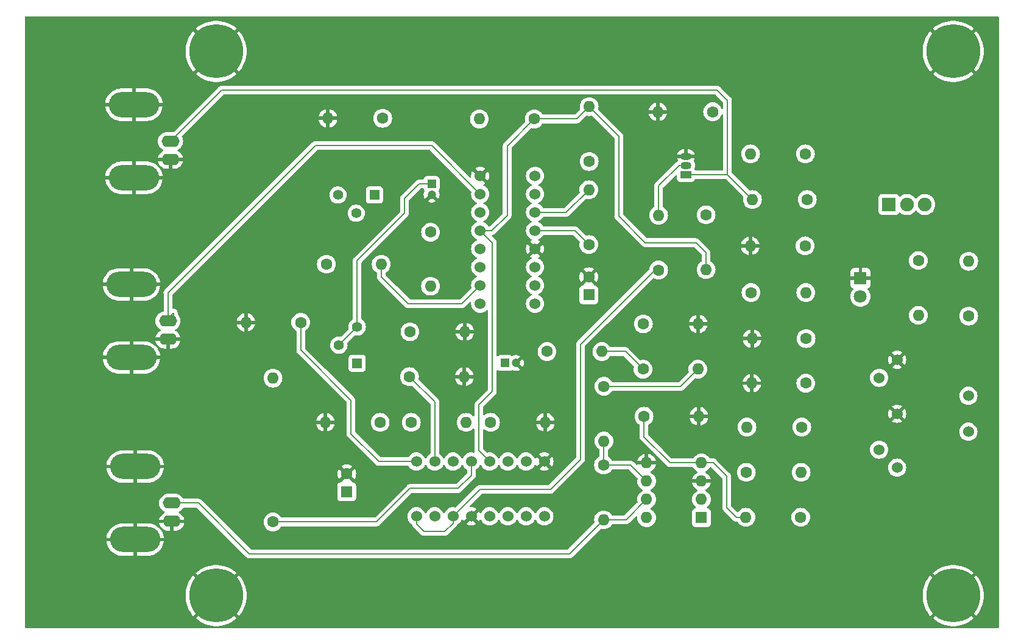
<source format=gbl>
%TF.GenerationSoftware,KiCad,Pcbnew,7.0.11-7.0.11~ubuntu22.04.1*%
%TF.CreationDate,2025-04-10T12:25:00+02:00*%
%TF.ProjectId,emulator-pcb,656d756c-6174-46f7-922d-7063622e6b69,rev?*%
%TF.SameCoordinates,Original*%
%TF.FileFunction,Copper,L2,Bot*%
%TF.FilePolarity,Positive*%
%FSLAX46Y46*%
G04 Gerber Fmt 4.6, Leading zero omitted, Abs format (unit mm)*
G04 Created by KiCad (PCBNEW 7.0.11-7.0.11~ubuntu22.04.1) date 2025-04-10 12:25:00*
%MOMM*%
%LPD*%
G01*
G04 APERTURE LIST*
%TA.AperFunction,ComponentPad*%
%ADD10C,7.500000*%
%TD*%
%TA.AperFunction,ComponentPad*%
%ADD11O,1.600000X1.600000*%
%TD*%
%TA.AperFunction,ComponentPad*%
%ADD12C,1.600000*%
%TD*%
%TA.AperFunction,ComponentPad*%
%ADD13R,1.400000X1.400000*%
%TD*%
%TA.AperFunction,ComponentPad*%
%ADD14C,1.400000*%
%TD*%
%TA.AperFunction,ComponentPad*%
%ADD15C,1.524000*%
%TD*%
%TA.AperFunction,ComponentPad*%
%ADD16R,1.900000X1.900000*%
%TD*%
%TA.AperFunction,ComponentPad*%
%ADD17C,1.900000*%
%TD*%
%TA.AperFunction,ComponentPad*%
%ADD18O,2.500000X1.600000*%
%TD*%
%TA.AperFunction,ComponentPad*%
%ADD19O,7.000000X3.500000*%
%TD*%
%TA.AperFunction,ComponentPad*%
%ADD20R,1.800000X1.800000*%
%TD*%
%TA.AperFunction,ComponentPad*%
%ADD21C,1.800000*%
%TD*%
%TA.AperFunction,ComponentPad*%
%ADD22R,1.200000X1.200000*%
%TD*%
%TA.AperFunction,ComponentPad*%
%ADD23C,1.200000*%
%TD*%
%TA.AperFunction,ComponentPad*%
%ADD24R,1.600000X1.600000*%
%TD*%
%TA.AperFunction,ComponentPad*%
%ADD25R,1.500000X1.050000*%
%TD*%
%TA.AperFunction,ComponentPad*%
%ADD26O,1.500000X1.050000*%
%TD*%
%TA.AperFunction,WasherPad*%
%ADD27C,1.524000*%
%TD*%
%TA.AperFunction,Conductor*%
%ADD28C,0.200000*%
%TD*%
G04 APERTURE END LIST*
D10*
%TO.P,Mount4,1*%
%TO.N,GND*%
X98000000Y-144800000D03*
%TD*%
%TO.P,Mount3,1*%
%TO.N,GND*%
X200450000Y-144800000D03*
%TD*%
%TO.P,Mount2,1*%
%TO.N,GND*%
X200450000Y-69100000D03*
%TD*%
%TO.P,Mount1,1*%
%TO.N,GND*%
X98000000Y-69100000D03*
%TD*%
D11*
%TO.P,R17,2*%
%TO.N,Net-(C8-Pad1)*%
X132750000Y-120700000D03*
D12*
%TO.P,R17,1*%
%TO.N,+9V*%
X125130000Y-120700000D03*
%TD*%
%TO.P,R9,1*%
%TO.N,Net-(U1B--)*%
X151850000Y-126640000D03*
D11*
%TO.P,R9,2*%
%TO.N,Vx*%
X151850000Y-134260000D03*
%TD*%
D12*
%TO.P,R22,1*%
%TO.N,-12V*%
X179250000Y-133900000D03*
D11*
%TO.P,R22,2*%
%TO.N,-6V*%
X171630000Y-133900000D03*
%TD*%
D13*
%TO.P,RV1,1,1*%
%TO.N,Net-(U2-MO)*%
X117600000Y-112490000D03*
D14*
%TO.P,RV1,2,2*%
%TO.N,Net-(C4-Pad1)*%
X115060000Y-109950000D03*
%TO.P,RV1,3,3*%
X117600000Y-107410000D03*
%TD*%
D15*
%TO.P,U3,16,SYMA2*%
%TO.N,unconnected-(U3-SYMA2-Pad16)*%
X142320000Y-86420000D03*
%TO.P,U3,15,SYMA1*%
%TO.N,unconnected-(U3-SYMA1-Pad15)*%
X142320000Y-88960000D03*
%TO.P,U3,14,WAVEA2*%
%TO.N,Net-(U3-WAVEA2)*%
X142320000Y-91500000D03*
%TO.P,U3,13,WAVEA1*%
%TO.N,Net-(U3-WAVEA1)*%
X142320000Y-94040000D03*
%TO.P,U3,12,GND*%
%TO.N,GND*%
X142320000Y-96580000D03*
%TO.P,U3,11,SYNCO*%
%TO.N,Net-(U3-FSKI)*%
X142320000Y-99120000D03*
%TO.P,U3,10,BIAS*%
%TO.N,Net-(U3-BIAS)*%
X142320000Y-101660000D03*
%TO.P,U3,9,FSKI*%
%TO.N,Net-(U3-FSKI)*%
X142320000Y-104200000D03*
%TO.P,U3,8,TR2*%
%TO.N,unconnected-(U3-TR2-Pad8)*%
X134700000Y-104200000D03*
%TO.P,U3,7,TR1*%
%TO.N,Net-(U3-TR1)*%
X134700000Y-101660000D03*
%TO.P,U3,6,TC2*%
%TO.N,Net-(U3-TC2)*%
X134700000Y-99120000D03*
%TO.P,U3,5,TC1*%
%TO.N,Net-(U3-TC1)*%
X134700000Y-96580000D03*
%TO.P,U3,4,Vcc*%
%TO.N,+9V*%
X134700000Y-94040000D03*
%TO.P,U3,3,MO*%
%TO.N,Net-(U3-MO)*%
X134700000Y-91500000D03*
%TO.P,U3,2,STO*%
%TO.N,Vy*%
X134700000Y-88960000D03*
%TO.P,U3,1,AMSI*%
%TO.N,GND*%
X134700000Y-86420000D03*
%TD*%
D12*
%TO.P,R20,1*%
%TO.N,Net-(U3-FSKI)*%
X149850000Y-84410000D03*
D11*
%TO.P,R20,2*%
%TO.N,+9V*%
X149850000Y-76790000D03*
%TD*%
D16*
%TO.P,S1,1*%
%TO.N,+12V*%
X191500000Y-90400000D03*
D17*
%TO.P,S1,2*%
%TO.N,Net-(R28-Pad2)*%
X194000000Y-90400000D03*
%TO.P,S1,3*%
%TO.N,unconnected-(S1-Pad3)*%
X196500000Y-90400000D03*
%TD*%
D11*
%TO.P,R12,2*%
%TO.N,+9V*%
X166100000Y-99460000D03*
D12*
%TO.P,R12,1*%
%TO.N,+12V*%
X166100000Y-91840000D03*
%TD*%
D18*
%TO.P,J3,1,In*%
%TO.N,Vp*%
X91650000Y-81600000D03*
D19*
%TO.P,J3,2,Ext*%
%TO.N,GND*%
X86570000Y-86680000D03*
D18*
X91650000Y-84140000D03*
D19*
X86570000Y-76520000D03*
%TD*%
D11*
%TO.P,C7,2*%
%TO.N,GND*%
X172450000Y-115250000D03*
D12*
%TO.P,C7,1*%
%TO.N,+9V*%
X179950000Y-115250000D03*
%TD*%
%TO.P,R21,1*%
%TO.N,-6V*%
X157480000Y-119850000D03*
D11*
%TO.P,R21,2*%
%TO.N,GND*%
X165100000Y-119850000D03*
%TD*%
D12*
%TO.P,R29,1*%
%TO.N,Net-(R28-Pad2)*%
X179860000Y-96150000D03*
D11*
%TO.P,R29,2*%
%TO.N,GND*%
X172240000Y-96150000D03*
%TD*%
D12*
%TO.P,R7,1*%
%TO.N,Net-(R5-Pad2)*%
X151900000Y-115690000D03*
D11*
%TO.P,R7,2*%
%TO.N,Net-(U1B--)*%
X151900000Y-123310000D03*
%TD*%
D12*
%TO.P,R1,1*%
%TO.N,-1V*%
X179400000Y-121350000D03*
D11*
%TO.P,R1,2*%
%TO.N,Net-(U1A--)*%
X171780000Y-121350000D03*
%TD*%
D12*
%TO.P,C5,1*%
%TO.N,Net-(U3-TC1)*%
X127800000Y-94250000D03*
D11*
%TO.P,C5,2*%
%TO.N,Net-(U3-TC2)*%
X127800000Y-101750000D03*
%TD*%
D12*
%TO.P,R10,1*%
%TO.N,V_sq*%
X172340000Y-102650000D03*
D11*
%TO.P,R10,2*%
%TO.N,+9V*%
X179960000Y-102650000D03*
%TD*%
D12*
%TO.P,R2,1*%
%TO.N,V_saw*%
X143990000Y-110850000D03*
D11*
%TO.P,R2,2*%
%TO.N,Net-(U1A--)*%
X151610000Y-110850000D03*
%TD*%
D12*
%TO.P,R23,1*%
%TO.N,+6V*%
X167010000Y-77500000D03*
D11*
%TO.P,R23,2*%
%TO.N,GND*%
X159390000Y-77500000D03*
%TD*%
D12*
%TO.P,R5,1*%
%TO.N,Net-(U1A--)*%
X157340000Y-113300000D03*
D11*
%TO.P,R5,2*%
%TO.N,Net-(R5-Pad2)*%
X164960000Y-113300000D03*
%TD*%
D20*
%TO.P,D1,1,K*%
%TO.N,GND*%
X187550000Y-100650000D03*
D21*
%TO.P,D1,2,A*%
%TO.N,Net-(D1-A)*%
X187550000Y-103190000D03*
%TD*%
D12*
%TO.P,R25,1*%
%TO.N,V_sq*%
X159500000Y-99510000D03*
D11*
%TO.P,R25,2*%
%TO.N,Net-(Q1-B)*%
X159500000Y-91890000D03*
%TD*%
D13*
%TO.P,RV2,1,1*%
%TO.N,Net-(U3-MO)*%
X120013000Y-89069000D03*
D14*
%TO.P,RV2,2,2*%
%TO.N,Net-(C8-Pad1)*%
X117473000Y-91609000D03*
%TO.P,RV2,3,3*%
X114933000Y-89069000D03*
%TD*%
D22*
%TO.P,C8,1*%
%TO.N,Net-(C8-Pad1)*%
X138150000Y-112450000D03*
D23*
%TO.P,C8,2*%
%TO.N,GND*%
X139650000Y-112450000D03*
%TD*%
D12*
%TO.P,C1,1*%
%TO.N,Net-(U2-TC1)*%
X105900000Y-134550000D03*
D11*
%TO.P,C1,2*%
%TO.N,Net-(U2-TC2)*%
X105900000Y-114550000D03*
%TD*%
D12*
%TO.P,R8,1*%
%TO.N,Net-(C4-Pad1)*%
X121150000Y-78400000D03*
D11*
%TO.P,R8,2*%
%TO.N,GND*%
X113530000Y-78400000D03*
%TD*%
%TO.P,R24,2*%
%TO.N,+6V*%
X172280000Y-83350000D03*
D12*
%TO.P,R24,1*%
%TO.N,+12V*%
X179900000Y-83350000D03*
%TD*%
D24*
%TO.P,C2,1*%
%TO.N,Net-(U2-BIAS)*%
X116150000Y-130350000D03*
D12*
%TO.P,C2,2*%
%TO.N,GND*%
X116150000Y-127850000D03*
%TD*%
D15*
%TO.P,U2,1,AMSI*%
%TO.N,GND*%
X143620000Y-126150000D03*
%TO.P,U2,2,STO*%
%TO.N,V_saw*%
X141080000Y-126150000D03*
%TO.P,U2,3,MO*%
%TO.N,Net-(U2-MO)*%
X138540000Y-126150000D03*
%TO.P,U2,4,Vcc*%
%TO.N,+9V*%
X136000000Y-126150000D03*
%TO.P,U2,5,TC1*%
%TO.N,Net-(U2-TC1)*%
X133460000Y-126150000D03*
%TO.P,U2,6,TC2*%
%TO.N,Net-(U2-TC2)*%
X130920000Y-126150000D03*
%TO.P,U2,7,TR1*%
%TO.N,Net-(U2-TR1)*%
X128380000Y-126150000D03*
%TO.P,U2,8,TR2*%
%TO.N,Net-(U2-TR2)*%
X125840000Y-126150000D03*
%TO.P,U2,9,FSKI*%
%TO.N,V_sq*%
X125840000Y-133770000D03*
%TO.P,U2,10,BIAS*%
%TO.N,Net-(U2-BIAS)*%
X128380000Y-133770000D03*
%TO.P,U2,11,SYNCO*%
%TO.N,V_sq*%
X130920000Y-133770000D03*
%TO.P,U2,12,GND*%
%TO.N,GND*%
X133460000Y-133770000D03*
%TO.P,U2,13,WAVEA1*%
%TO.N,unconnected-(U2-WAVEA1-Pad13)*%
X136000000Y-133770000D03*
%TO.P,U2,14,WAVEA2*%
%TO.N,unconnected-(U2-WAVEA2-Pad14)*%
X138540000Y-133770000D03*
%TO.P,U2,15,SYMA1*%
%TO.N,unconnected-(U2-SYMA1-Pad15)*%
X141080000Y-133770000D03*
%TO.P,U2,16,SYMA2*%
%TO.N,unconnected-(U2-SYMA2-Pad16)*%
X143620000Y-133770000D03*
%TD*%
D12*
%TO.P,R4,1*%
%TO.N,Net-(U2-TR2)*%
X109760000Y-106800000D03*
D11*
%TO.P,R4,2*%
%TO.N,GND*%
X102140000Y-106800000D03*
%TD*%
D12*
%TO.P,R27,1*%
%TO.N,+12V*%
X195600000Y-98190000D03*
D11*
%TO.P,R27,2*%
%TO.N,Net-(D1-A)*%
X195600000Y-105810000D03*
%TD*%
D12*
%TO.P,C3,1*%
%TO.N,+9V*%
X180000000Y-109050000D03*
D11*
%TO.P,C3,2*%
%TO.N,GND*%
X172500000Y-109050000D03*
%TD*%
%TO.P,R26,2*%
%TO.N,Vp*%
X172540000Y-89700000D03*
D12*
%TO.P,R26,1*%
%TO.N,+12V*%
X180160000Y-89700000D03*
%TD*%
D18*
%TO.P,J2,1,In*%
%TO.N,Vx*%
X91830000Y-131930000D03*
D19*
%TO.P,J2,2,Ext*%
%TO.N,GND*%
X86750000Y-137010000D03*
D18*
X91830000Y-134470000D03*
D19*
X86750000Y-126850000D03*
%TD*%
D11*
%TO.P,R19,2*%
%TO.N,Net-(U3-WAVEA2)*%
X149800000Y-88350000D03*
D12*
%TO.P,R19,1*%
%TO.N,Net-(U3-WAVEA1)*%
X149800000Y-95970000D03*
%TD*%
D23*
%TO.P,C4,2*%
%TO.N,GND*%
X127950000Y-89027401D03*
D22*
%TO.P,C4,1*%
%TO.N,Net-(C4-Pad1)*%
X127950000Y-87527401D03*
%TD*%
D11*
%TO.P,R16,2*%
%TO.N,Net-(U3-TR1)*%
X120950000Y-98700000D03*
D12*
%TO.P,R16,1*%
%TO.N,Net-(R15-Pad1)*%
X113330000Y-98700000D03*
%TD*%
D18*
%TO.P,J1,1,In*%
%TO.N,Vy*%
X91300000Y-106600000D03*
D19*
%TO.P,J1,2,Ext*%
%TO.N,GND*%
X86220000Y-111680000D03*
D18*
X91300000Y-109140000D03*
D19*
X86220000Y-101520000D03*
%TD*%
D11*
%TO.P,R13,2*%
%TO.N,-1V*%
X179310000Y-127650000D03*
D12*
%TO.P,R13,1*%
%TO.N,-12V*%
X171690000Y-127650000D03*
%TD*%
%TO.P,R3,1*%
%TO.N,Net-(U2-TR1)*%
X124880000Y-114350000D03*
D11*
%TO.P,R3,2*%
%TO.N,GND*%
X132500000Y-114350000D03*
%TD*%
D24*
%TO.P,U1,1*%
%TO.N,Net-(R5-Pad2)*%
X165450000Y-133950000D03*
D11*
%TO.P,U1,2,-*%
%TO.N,Net-(U1A--)*%
X165450000Y-131410000D03*
%TO.P,U1,3,+*%
%TO.N,GND*%
X165450000Y-128870000D03*
%TO.P,U1,4,V-*%
%TO.N,-6V*%
X165450000Y-126330000D03*
%TO.P,U1,5,+*%
%TO.N,GND*%
X157830000Y-126330000D03*
%TO.P,U1,6,-*%
%TO.N,Net-(U1B--)*%
X157830000Y-128870000D03*
%TO.P,U1,7*%
%TO.N,Vx*%
X157830000Y-131410000D03*
%TO.P,U1,8,V+*%
%TO.N,+6V*%
X157830000Y-133950000D03*
%TD*%
D25*
%TO.P,Q1,1,C*%
%TO.N,Vp*%
X163300000Y-86240000D03*
D26*
%TO.P,Q1,2,B*%
%TO.N,Net-(Q1-B)*%
X163300000Y-84970000D03*
%TO.P,Q1,3,E*%
%TO.N,GND*%
X163300000Y-83700000D03*
%TD*%
D12*
%TO.P,R6,1*%
%TO.N,+9V*%
X142210000Y-78500000D03*
D11*
%TO.P,R6,2*%
%TO.N,Net-(C4-Pad1)*%
X134590000Y-78500000D03*
%TD*%
D12*
%TO.P,R15,1*%
%TO.N,Net-(R15-Pad1)*%
X124940000Y-108100000D03*
D11*
%TO.P,R15,2*%
%TO.N,GND*%
X132560000Y-108100000D03*
%TD*%
%TO.P,R14,2*%
%TO.N,GND*%
X165000000Y-107000000D03*
D12*
%TO.P,R14,1*%
%TO.N,-1V*%
X157380000Y-107000000D03*
%TD*%
D27*
%TO.P,J4,*%
%TO.N,*%
X202550000Y-117000000D03*
X202550000Y-122000000D03*
D15*
%TO.P,J4,1*%
%TO.N,GND*%
X192649994Y-111999990D03*
%TO.P,J4,2*%
X192649994Y-119500000D03*
%TO.P,J4,3*%
%TO.N,unconnected-(J4-Pad3)*%
X192649994Y-127000010D03*
%TO.P,J4,4*%
%TO.N,Net-(J4-Pad4)*%
X190149994Y-114500010D03*
%TO.P,J4,5*%
%TO.N,-12V*%
X190149994Y-124499990D03*
%TD*%
D12*
%TO.P,R11,1*%
%TO.N,+9V*%
X120800000Y-120700000D03*
D11*
%TO.P,R11,2*%
%TO.N,GND*%
X113180000Y-120700000D03*
%TD*%
%TO.P,R28,2*%
%TO.N,Net-(R28-Pad2)*%
X202600000Y-98290000D03*
D12*
%TO.P,R28,1*%
%TO.N,Net-(J4-Pad4)*%
X202600000Y-105910000D03*
%TD*%
%TO.P,R18,1*%
%TO.N,Net-(C8-Pad1)*%
X136140000Y-120700000D03*
D11*
%TO.P,R18,2*%
%TO.N,GND*%
X143760000Y-120700000D03*
%TD*%
D24*
%TO.P,C6,1*%
%TO.N,Net-(U3-BIAS)*%
X149800000Y-102960000D03*
D12*
%TO.P,C6,2*%
%TO.N,GND*%
X149800000Y-100460000D03*
%TD*%
D28*
%TO.N,Vy*%
X91300000Y-106600000D02*
X91300000Y-102700000D01*
X134700000Y-88950000D02*
X134700000Y-88960000D01*
X91300000Y-102700000D02*
X111800000Y-82200000D01*
X111800000Y-82200000D02*
X127950000Y-82200000D01*
X127950000Y-82200000D02*
X134700000Y-88950000D01*
%TO.N,V_sq*%
X130920000Y-133770000D02*
X134690000Y-130000000D01*
X158990000Y-99510000D02*
X159500000Y-99510000D01*
X134690000Y-130000000D02*
X144500000Y-130000000D01*
X144500000Y-130000000D02*
X148650000Y-125850000D01*
X148650000Y-125850000D02*
X148650000Y-109850000D01*
X148650000Y-109850000D02*
X158990000Y-99510000D01*
%TO.N,Vp*%
X169080000Y-86240000D02*
X169080000Y-75930000D01*
X169080000Y-75930000D02*
X167650000Y-74500000D01*
X167650000Y-74500000D02*
X98750000Y-74500000D01*
X98750000Y-74500000D02*
X91650000Y-81600000D01*
%TO.N,Vy*%
X91300000Y-106250000D02*
X92050000Y-105500000D01*
X91300000Y-106600000D02*
X91300000Y-106250000D01*
X92050000Y-105500000D02*
X92050000Y-106500000D01*
%TO.N,Vx*%
X91830000Y-131930000D02*
X95530000Y-131930000D01*
X95530000Y-131930000D02*
X102600000Y-139000000D01*
X102600000Y-139000000D02*
X147110000Y-139000000D01*
X147110000Y-139000000D02*
X151850000Y-134260000D01*
%TO.N,Net-(U2-TR2)*%
X109760000Y-106800000D02*
X109760000Y-110660000D01*
X120600000Y-126150000D02*
X125840000Y-126150000D01*
X109760000Y-110660000D02*
X116750000Y-117650000D01*
X116750000Y-117650000D02*
X116750000Y-122300000D01*
X116750000Y-122300000D02*
X120600000Y-126150000D01*
%TO.N,+9V*%
X142210000Y-78500000D02*
X148140000Y-78500000D01*
X148140000Y-78500000D02*
X149850000Y-76790000D01*
X166100000Y-99460000D02*
X166100000Y-97100000D01*
X166100000Y-97100000D02*
X164700000Y-95700000D01*
X164700000Y-95700000D02*
X157650000Y-95700000D01*
X157650000Y-95700000D02*
X153950000Y-92000000D01*
X153950000Y-92000000D02*
X153950000Y-80890000D01*
X153950000Y-80890000D02*
X149850000Y-76790000D01*
X134700000Y-94040000D02*
X136400000Y-95740000D01*
X136400000Y-95740000D02*
X136400000Y-116400000D01*
X136400000Y-116400000D02*
X134500000Y-118300000D01*
X134500000Y-118300000D02*
X134500000Y-124650000D01*
X134500000Y-124650000D02*
X136000000Y-126150000D01*
%TO.N,Net-(U3-TR1)*%
X120950000Y-100450000D02*
X124700000Y-104200000D01*
X132160000Y-104200000D02*
X134700000Y-101660000D01*
X120950000Y-98700000D02*
X120950000Y-100450000D01*
X124700000Y-104200000D02*
X132160000Y-104200000D01*
%TO.N,Net-(C4-Pad1)*%
X117600000Y-107410000D02*
X117600000Y-98200000D01*
X117600000Y-98200000D02*
X124200000Y-91600000D01*
X124200000Y-91600000D02*
X124200000Y-89550000D01*
X124200000Y-89550000D02*
X126222599Y-87527401D01*
X126222599Y-87527401D02*
X127950000Y-87527401D01*
%TO.N,V_sq*%
X125840000Y-133770000D02*
X125840000Y-134840000D01*
X125840000Y-134840000D02*
X126850000Y-135850000D01*
X126850000Y-135850000D02*
X129800000Y-135850000D01*
X129800000Y-135850000D02*
X130920000Y-134730000D01*
X130920000Y-134730000D02*
X130920000Y-133770000D01*
%TO.N,Net-(U2-TC1)*%
X105900000Y-134550000D02*
X120300000Y-134550000D01*
X120300000Y-134550000D02*
X124950000Y-129900000D01*
X124950000Y-129900000D02*
X131627895Y-129900000D01*
X131627895Y-129900000D02*
X133460000Y-128067895D01*
X133460000Y-128067895D02*
X133460000Y-126150000D01*
%TO.N,Net-(U2-TR1)*%
X124880000Y-114350000D02*
X128380000Y-117850000D01*
X128380000Y-117850000D02*
X128380000Y-126150000D01*
%TO.N,Net-(C4-Pad1)*%
X115060000Y-109950000D02*
X117600000Y-107410000D01*
%TO.N,Net-(U3-WAVEA1)*%
X142320000Y-94040000D02*
X147870000Y-94040000D01*
X147870000Y-94040000D02*
X149800000Y-95970000D01*
%TO.N,Net-(U3-WAVEA2)*%
X142320000Y-91500000D02*
X146650000Y-91500000D01*
X146650000Y-91500000D02*
X149800000Y-88350000D01*
%TO.N,+9V*%
X134700000Y-94040000D02*
X136310000Y-94040000D01*
X136310000Y-94040000D02*
X138450000Y-91900000D01*
X138450000Y-91900000D02*
X138450000Y-82260000D01*
X138450000Y-82260000D02*
X142210000Y-78500000D01*
%TO.N,Net-(Q1-B)*%
X159500000Y-91890000D02*
X159500000Y-87820000D01*
X159500000Y-87820000D02*
X162350000Y-84970000D01*
X162350000Y-84970000D02*
X163300000Y-84970000D01*
%TO.N,Vp*%
X163300000Y-86240000D02*
X169080000Y-86240000D01*
X169080000Y-86240000D02*
X172540000Y-89700000D01*
%TO.N,Net-(R5-Pad2)*%
X151900000Y-115690000D02*
X162570000Y-115690000D01*
X162570000Y-115690000D02*
X164960000Y-113300000D01*
%TO.N,Net-(U1B--)*%
X151900000Y-123310000D02*
X151900000Y-126590000D01*
X151900000Y-126590000D02*
X151850000Y-126640000D01*
%TO.N,-6V*%
X157480000Y-119850000D02*
X157480000Y-122730000D01*
X157480000Y-122730000D02*
X161080000Y-126330000D01*
X161080000Y-126330000D02*
X165450000Y-126330000D01*
%TO.N,Net-(U1A--)*%
X151610000Y-110850000D02*
X154890000Y-110850000D01*
X154890000Y-110850000D02*
X157340000Y-113300000D01*
%TO.N,Vx*%
X151850000Y-134260000D02*
X154980000Y-134260000D01*
X154980000Y-134260000D02*
X157830000Y-131410000D01*
%TO.N,Net-(U1B--)*%
X151850000Y-126640000D02*
X155600000Y-126640000D01*
X155600000Y-126640000D02*
X157830000Y-128870000D01*
%TO.N,-6V*%
X171630000Y-133900000D02*
X170300000Y-133900000D01*
X167080000Y-126330000D02*
X165450000Y-126330000D01*
X170300000Y-133900000D02*
X168950000Y-132550000D01*
X168950000Y-132550000D02*
X168950000Y-128200000D01*
X168950000Y-128200000D02*
X167080000Y-126330000D01*
%TD*%
%TA.AperFunction,Conductor*%
%TO.N,GND*%
G36*
X139351262Y-112477493D02*
G01*
X139350642Y-112476358D01*
X139350866Y-112473221D01*
X139351262Y-112477493D01*
G37*
%TD.AperFunction*%
%TA.AperFunction,Conductor*%
G36*
X206717539Y-64220185D02*
G01*
X206763294Y-64272989D01*
X206774500Y-64324500D01*
X206774500Y-149175500D01*
X206754815Y-149242539D01*
X206702011Y-149288294D01*
X206650500Y-149299500D01*
X71574500Y-149299500D01*
X71507461Y-149279815D01*
X71461706Y-149227011D01*
X71450500Y-149175500D01*
X71450500Y-144800000D01*
X93745181Y-144800000D01*
X93764447Y-145204450D01*
X93822071Y-145605231D01*
X93917531Y-145998722D01*
X93917534Y-145998733D01*
X94049956Y-146381340D01*
X94049966Y-146381365D01*
X94218168Y-146749675D01*
X94420621Y-147100335D01*
X94420627Y-147100343D01*
X94655485Y-147430154D01*
X94822985Y-147623460D01*
X96313104Y-146133341D01*
X96425031Y-146270918D01*
X96639990Y-146471676D01*
X96664543Y-146489007D01*
X95174928Y-147978622D01*
X95213676Y-148015568D01*
X95213695Y-148015585D01*
X95531968Y-148265877D01*
X95872594Y-148484782D01*
X96232485Y-148670319D01*
X96608383Y-148820806D01*
X96608395Y-148820810D01*
X96996882Y-148934880D01*
X96996899Y-148934884D01*
X97394460Y-149011508D01*
X97394472Y-149011510D01*
X97797554Y-149050000D01*
X98202446Y-149050000D01*
X98605527Y-149011510D01*
X98605539Y-149011508D01*
X99003100Y-148934884D01*
X99003117Y-148934880D01*
X99391604Y-148820810D01*
X99391616Y-148820806D01*
X99767507Y-148670322D01*
X99767511Y-148670320D01*
X100127406Y-148484782D01*
X100468031Y-148265877D01*
X100786314Y-148015578D01*
X100825069Y-147978622D01*
X99335455Y-146489008D01*
X99360010Y-146471676D01*
X99574969Y-146270918D01*
X99686895Y-146133342D01*
X101177012Y-147623459D01*
X101344512Y-147430156D01*
X101344523Y-147430143D01*
X101579372Y-147100343D01*
X101579378Y-147100335D01*
X101781831Y-146749675D01*
X101950033Y-146381365D01*
X101950043Y-146381340D01*
X102082465Y-145998733D01*
X102082468Y-145998722D01*
X102177928Y-145605231D01*
X102235552Y-145204450D01*
X102254818Y-144800000D01*
X196195181Y-144800000D01*
X196214447Y-145204450D01*
X196272071Y-145605231D01*
X196367531Y-145998722D01*
X196367534Y-145998733D01*
X196499956Y-146381340D01*
X196499966Y-146381365D01*
X196668168Y-146749675D01*
X196870621Y-147100335D01*
X196870627Y-147100343D01*
X197105485Y-147430154D01*
X197272985Y-147623460D01*
X198763104Y-146133341D01*
X198875031Y-146270918D01*
X199089990Y-146471676D01*
X199114543Y-146489007D01*
X197624928Y-147978622D01*
X197663676Y-148015568D01*
X197663695Y-148015585D01*
X197981968Y-148265877D01*
X198322594Y-148484782D01*
X198682485Y-148670319D01*
X199058383Y-148820806D01*
X199058395Y-148820810D01*
X199446882Y-148934880D01*
X199446899Y-148934884D01*
X199844460Y-149011508D01*
X199844472Y-149011510D01*
X200247554Y-149050000D01*
X200652446Y-149050000D01*
X201055527Y-149011510D01*
X201055539Y-149011508D01*
X201453100Y-148934884D01*
X201453117Y-148934880D01*
X201841604Y-148820810D01*
X201841616Y-148820806D01*
X202217507Y-148670322D01*
X202217511Y-148670320D01*
X202577406Y-148484782D01*
X202918031Y-148265877D01*
X203236314Y-148015578D01*
X203275069Y-147978622D01*
X201785455Y-146489008D01*
X201810010Y-146471676D01*
X202024969Y-146270918D01*
X202136895Y-146133342D01*
X203627012Y-147623459D01*
X203794512Y-147430156D01*
X203794523Y-147430143D01*
X204029372Y-147100343D01*
X204029378Y-147100335D01*
X204231831Y-146749675D01*
X204400033Y-146381365D01*
X204400043Y-146381340D01*
X204532465Y-145998733D01*
X204532468Y-145998722D01*
X204627928Y-145605231D01*
X204685552Y-145204450D01*
X204704818Y-144800000D01*
X204685552Y-144395549D01*
X204627928Y-143994768D01*
X204532468Y-143601277D01*
X204532465Y-143601266D01*
X204400043Y-143218659D01*
X204400033Y-143218634D01*
X204231831Y-142850324D01*
X204029378Y-142499664D01*
X204029372Y-142499656D01*
X203794523Y-142169856D01*
X203794512Y-142169843D01*
X203627013Y-141976538D01*
X202136894Y-143466656D01*
X202024969Y-143329082D01*
X201810010Y-143128324D01*
X201785455Y-143110991D01*
X203275070Y-141621376D01*
X203236323Y-141584431D01*
X203236304Y-141584414D01*
X202918031Y-141334122D01*
X202577406Y-141115217D01*
X202217511Y-140929679D01*
X202217507Y-140929677D01*
X201841616Y-140779193D01*
X201841604Y-140779189D01*
X201453117Y-140665119D01*
X201453100Y-140665115D01*
X201055539Y-140588491D01*
X201055527Y-140588489D01*
X200652446Y-140550000D01*
X200247554Y-140550000D01*
X199844472Y-140588489D01*
X199844460Y-140588491D01*
X199446899Y-140665115D01*
X199446882Y-140665119D01*
X199058395Y-140779189D01*
X199058383Y-140779193D01*
X198682485Y-140929680D01*
X198322594Y-141115217D01*
X197981968Y-141334122D01*
X197663685Y-141584421D01*
X197663673Y-141584432D01*
X197624929Y-141621375D01*
X197624929Y-141621376D01*
X199114544Y-143110991D01*
X199089990Y-143128324D01*
X198875031Y-143329082D01*
X198763104Y-143466657D01*
X197272986Y-141976539D01*
X197105485Y-142169845D01*
X196870627Y-142499656D01*
X196870621Y-142499664D01*
X196668168Y-142850324D01*
X196499966Y-143218634D01*
X196499956Y-143218659D01*
X196367534Y-143601266D01*
X196367531Y-143601277D01*
X196272071Y-143994768D01*
X196214447Y-144395549D01*
X196195181Y-144800000D01*
X102254818Y-144800000D01*
X102235552Y-144395549D01*
X102177928Y-143994768D01*
X102082468Y-143601277D01*
X102082465Y-143601266D01*
X101950043Y-143218659D01*
X101950033Y-143218634D01*
X101781831Y-142850324D01*
X101579378Y-142499664D01*
X101579372Y-142499656D01*
X101344523Y-142169856D01*
X101344512Y-142169843D01*
X101177013Y-141976538D01*
X99686894Y-143466656D01*
X99574969Y-143329082D01*
X99360010Y-143128324D01*
X99335455Y-143110991D01*
X100825070Y-141621376D01*
X100786323Y-141584431D01*
X100786304Y-141584414D01*
X100468031Y-141334122D01*
X100127406Y-141115217D01*
X99767511Y-140929679D01*
X99767507Y-140929677D01*
X99391616Y-140779193D01*
X99391604Y-140779189D01*
X99003117Y-140665119D01*
X99003100Y-140665115D01*
X98605539Y-140588491D01*
X98605527Y-140588489D01*
X98202446Y-140550000D01*
X97797554Y-140550000D01*
X97394472Y-140588489D01*
X97394460Y-140588491D01*
X96996899Y-140665115D01*
X96996882Y-140665119D01*
X96608395Y-140779189D01*
X96608383Y-140779193D01*
X96232485Y-140929680D01*
X95872594Y-141115217D01*
X95531968Y-141334122D01*
X95213685Y-141584421D01*
X95213673Y-141584432D01*
X95174929Y-141621375D01*
X95174929Y-141621376D01*
X96664544Y-143110991D01*
X96639990Y-143128324D01*
X96425031Y-143329082D01*
X96313104Y-143466657D01*
X94822986Y-141976539D01*
X94655485Y-142169845D01*
X94420627Y-142499656D01*
X94420621Y-142499664D01*
X94218168Y-142850324D01*
X94049966Y-143218634D01*
X94049956Y-143218659D01*
X93917534Y-143601266D01*
X93917531Y-143601277D01*
X93822071Y-143994768D01*
X93764447Y-144395549D01*
X93745181Y-144800000D01*
X71450500Y-144800000D01*
X71450500Y-136760000D01*
X82760385Y-136760000D01*
X85776589Y-136760000D01*
X85751466Y-136857030D01*
X85741114Y-137061165D01*
X85771574Y-137260000D01*
X82763793Y-137260000D01*
X82776375Y-137385076D01*
X82776376Y-137385079D01*
X82846208Y-137678107D01*
X82846210Y-137678116D01*
X82954474Y-137959216D01*
X82954481Y-137959231D01*
X83099248Y-138223395D01*
X83099252Y-138223401D01*
X83277935Y-138465911D01*
X83487355Y-138682451D01*
X83487362Y-138682457D01*
X83723768Y-138869145D01*
X83982948Y-139022657D01*
X83982966Y-139022666D01*
X84260283Y-139140260D01*
X84260300Y-139140265D01*
X84550826Y-139219848D01*
X84849384Y-139260000D01*
X86500000Y-139260000D01*
X86500000Y-137984625D01*
X86647801Y-138015000D01*
X86800967Y-138015000D01*
X86953348Y-137999504D01*
X87000000Y-137984867D01*
X87000000Y-139260000D01*
X88575236Y-139260000D01*
X88800564Y-139244915D01*
X88800573Y-139244913D01*
X89095758Y-139184916D01*
X89095773Y-139184912D01*
X89380343Y-139086098D01*
X89380346Y-139086096D01*
X89649198Y-138950240D01*
X89897564Y-138779745D01*
X90120971Y-138577685D01*
X90315464Y-138347638D01*
X90477554Y-138093728D01*
X90477555Y-138093726D01*
X90604351Y-137820485D01*
X90604356Y-137820471D01*
X90693605Y-137532765D01*
X90739615Y-137260000D01*
X87723411Y-137260000D01*
X87748534Y-137162970D01*
X87758886Y-136958835D01*
X87728426Y-136760000D01*
X90736207Y-136760000D01*
X90736207Y-136759999D01*
X90723624Y-136634923D01*
X90723623Y-136634920D01*
X90653791Y-136341892D01*
X90653789Y-136341883D01*
X90545525Y-136060783D01*
X90545518Y-136060768D01*
X90400751Y-135796604D01*
X90400747Y-135796598D01*
X90222064Y-135554088D01*
X90012644Y-135337548D01*
X90012637Y-135337542D01*
X89776231Y-135150854D01*
X89517051Y-134997342D01*
X89517033Y-134997333D01*
X89239716Y-134879739D01*
X89239699Y-134879734D01*
X88949173Y-134800151D01*
X88650617Y-134760000D01*
X87000000Y-134760000D01*
X87000000Y-136035374D01*
X86852199Y-136005000D01*
X86699033Y-136005000D01*
X86546652Y-136020496D01*
X86500000Y-136035132D01*
X86500000Y-134760000D01*
X84924764Y-134760000D01*
X84699435Y-134775084D01*
X84699426Y-134775086D01*
X84404241Y-134835083D01*
X84404226Y-134835087D01*
X84119656Y-134933901D01*
X84119653Y-134933903D01*
X83850801Y-135069759D01*
X83602435Y-135240254D01*
X83379028Y-135442314D01*
X83184535Y-135672361D01*
X83022445Y-135926271D01*
X83022444Y-135926273D01*
X82895648Y-136199514D01*
X82895643Y-136199528D01*
X82806394Y-136487234D01*
X82760385Y-136760000D01*
X71450500Y-136760000D01*
X71450500Y-131930001D01*
X90074532Y-131930001D01*
X90094364Y-132156686D01*
X90094366Y-132156697D01*
X90153258Y-132376488D01*
X90153261Y-132376497D01*
X90249431Y-132582732D01*
X90249432Y-132582734D01*
X90379954Y-132769141D01*
X90540858Y-132930045D01*
X90577036Y-132955377D01*
X90727266Y-133060568D01*
X90785865Y-133087893D01*
X90838305Y-133134065D01*
X90857457Y-133201258D01*
X90837242Y-133268139D01*
X90785867Y-133312657D01*
X90727515Y-133339867D01*
X90541179Y-133470342D01*
X90380342Y-133631179D01*
X90249865Y-133817517D01*
X90153734Y-134023673D01*
X90153730Y-134023682D01*
X90101127Y-134219999D01*
X90101128Y-134220000D01*
X91460497Y-134220000D01*
X91411083Y-134305587D01*
X91381232Y-134436370D01*
X91391257Y-134570140D01*
X91440266Y-134695013D01*
X91460193Y-134720000D01*
X90101128Y-134720000D01*
X90153730Y-134916317D01*
X90153734Y-134916326D01*
X90249865Y-135122482D01*
X90380342Y-135308820D01*
X90541179Y-135469657D01*
X90727517Y-135600134D01*
X90933673Y-135696265D01*
X90933682Y-135696269D01*
X91153389Y-135755139D01*
X91153400Y-135755141D01*
X91323233Y-135769999D01*
X91323236Y-135770000D01*
X91580000Y-135770000D01*
X91580000Y-134838137D01*
X91634741Y-134875459D01*
X91762927Y-134915000D01*
X91863346Y-134915000D01*
X91962647Y-134900033D01*
X92080000Y-134843518D01*
X92080000Y-135770000D01*
X92336764Y-135770000D01*
X92336766Y-135769999D01*
X92506599Y-135755141D01*
X92506610Y-135755139D01*
X92726317Y-135696269D01*
X92726326Y-135696265D01*
X92932482Y-135600134D01*
X93118820Y-135469657D01*
X93279657Y-135308820D01*
X93410134Y-135122482D01*
X93506265Y-134916326D01*
X93506269Y-134916317D01*
X93558872Y-134720000D01*
X92199503Y-134720000D01*
X92248917Y-134634413D01*
X92278768Y-134503630D01*
X92268743Y-134369860D01*
X92219734Y-134244987D01*
X92199807Y-134220000D01*
X93558872Y-134220000D01*
X93558872Y-134219999D01*
X93506269Y-134023682D01*
X93506265Y-134023673D01*
X93410134Y-133817517D01*
X93279657Y-133631179D01*
X93118820Y-133470342D01*
X92932482Y-133339865D01*
X92874133Y-133312657D01*
X92821694Y-133266484D01*
X92802542Y-133199291D01*
X92822758Y-133132410D01*
X92874129Y-133087895D01*
X92932734Y-133060568D01*
X93119139Y-132930047D01*
X93280047Y-132769139D01*
X93410118Y-132583375D01*
X93464693Y-132539752D01*
X93511692Y-132530500D01*
X95229903Y-132530500D01*
X95296942Y-132550185D01*
X95317584Y-132566819D01*
X102141799Y-139391034D01*
X102152493Y-139403228D01*
X102171715Y-139428279D01*
X102171716Y-139428280D01*
X102171718Y-139428282D01*
X102297159Y-139524536D01*
X102443238Y-139585044D01*
X102521619Y-139595363D01*
X102599999Y-139605682D01*
X102600000Y-139605682D01*
X102631302Y-139601560D01*
X102647487Y-139600500D01*
X147062513Y-139600500D01*
X147078697Y-139601560D01*
X147110000Y-139605682D01*
X147110001Y-139605682D01*
X147162254Y-139598802D01*
X147266762Y-139585044D01*
X147412841Y-139524536D01*
X147538282Y-139428282D01*
X147557509Y-139403223D01*
X147568190Y-139391043D01*
X151407294Y-135551939D01*
X151468615Y-135518456D01*
X151527066Y-135519847D01*
X151546604Y-135525082D01*
X151623308Y-135545635D01*
X151785230Y-135559801D01*
X151849998Y-135565468D01*
X151850000Y-135565468D01*
X151850002Y-135565468D01*
X151906673Y-135560509D01*
X152076692Y-135545635D01*
X152296496Y-135486739D01*
X152502734Y-135390568D01*
X152689139Y-135260047D01*
X152850047Y-135099139D01*
X152980118Y-134913375D01*
X153034693Y-134869752D01*
X153081692Y-134860500D01*
X154932513Y-134860500D01*
X154948697Y-134861560D01*
X154980000Y-134865682D01*
X154980001Y-134865682D01*
X155042278Y-134857483D01*
X155136762Y-134845044D01*
X155282841Y-134784536D01*
X155292429Y-134777179D01*
X155408282Y-134688282D01*
X155427509Y-134663223D01*
X155438190Y-134651043D01*
X156320573Y-133768660D01*
X156381894Y-133735177D01*
X156451586Y-133740161D01*
X156507519Y-133782033D01*
X156531936Y-133847497D01*
X156531780Y-133867150D01*
X156524532Y-133949997D01*
X156524532Y-133950001D01*
X156544364Y-134176686D01*
X156544366Y-134176697D01*
X156603258Y-134396488D01*
X156603261Y-134396497D01*
X156699431Y-134602732D01*
X156699432Y-134602734D01*
X156829954Y-134789141D01*
X156990858Y-134950045D01*
X156990861Y-134950047D01*
X157177266Y-135080568D01*
X157383504Y-135176739D01*
X157383509Y-135176740D01*
X157383511Y-135176741D01*
X157416697Y-135185633D01*
X157603308Y-135235635D01*
X157761786Y-135249500D01*
X157829998Y-135255468D01*
X157830000Y-135255468D01*
X157830002Y-135255468D01*
X157898214Y-135249500D01*
X158056692Y-135235635D01*
X158276496Y-135176739D01*
X158482734Y-135080568D01*
X158669139Y-134950047D01*
X158830047Y-134789139D01*
X158960568Y-134602734D01*
X159056739Y-134396496D01*
X159115635Y-134176692D01*
X159135468Y-133950000D01*
X159115635Y-133723308D01*
X159056739Y-133503504D01*
X158960568Y-133297266D01*
X158847885Y-133136337D01*
X158830045Y-133110858D01*
X158669141Y-132949954D01*
X158482734Y-132819432D01*
X158482728Y-132819429D01*
X158424882Y-132792455D01*
X158424724Y-132792381D01*
X158372285Y-132746210D01*
X158353133Y-132679017D01*
X158373348Y-132612135D01*
X158424725Y-132567618D01*
X158482734Y-132540568D01*
X158669139Y-132410047D01*
X158830047Y-132249139D01*
X158960568Y-132062734D01*
X159056739Y-131856496D01*
X159115635Y-131636692D01*
X159135468Y-131410000D01*
X159115635Y-131183308D01*
X159056739Y-130963504D01*
X158960568Y-130757266D01*
X158830047Y-130570861D01*
X158830045Y-130570858D01*
X158669141Y-130409954D01*
X158482734Y-130279432D01*
X158482728Y-130279429D01*
X158424725Y-130252382D01*
X158372285Y-130206210D01*
X158353133Y-130139017D01*
X158373348Y-130072135D01*
X158424725Y-130027618D01*
X158425319Y-130027341D01*
X158482734Y-130000568D01*
X158669139Y-129870047D01*
X158830047Y-129709139D01*
X158960568Y-129522734D01*
X159056739Y-129316496D01*
X159115635Y-129096692D01*
X159135468Y-128870000D01*
X159134826Y-128862666D01*
X159121395Y-128709145D01*
X159115635Y-128643308D01*
X159056739Y-128423504D01*
X158960568Y-128217266D01*
X158830047Y-128030861D01*
X158830045Y-128030858D01*
X158669141Y-127869954D01*
X158482734Y-127739432D01*
X158482732Y-127739431D01*
X158425315Y-127712657D01*
X158424132Y-127712105D01*
X158371694Y-127665934D01*
X158352542Y-127598740D01*
X158372758Y-127531859D01*
X158424134Y-127487341D01*
X158482484Y-127460132D01*
X158668820Y-127329657D01*
X158829657Y-127168820D01*
X158960134Y-126982482D01*
X159056265Y-126776326D01*
X159056269Y-126776317D01*
X159108872Y-126580000D01*
X158145686Y-126580000D01*
X158157641Y-126568045D01*
X158215165Y-126455148D01*
X158234986Y-126330000D01*
X158215165Y-126204852D01*
X158157641Y-126091955D01*
X158145686Y-126080000D01*
X159108872Y-126080000D01*
X159108872Y-126079999D01*
X159056269Y-125883682D01*
X159056265Y-125883673D01*
X158960134Y-125677517D01*
X158829657Y-125491179D01*
X158668820Y-125330342D01*
X158482482Y-125199865D01*
X158276328Y-125103734D01*
X158080000Y-125051127D01*
X158080000Y-126014314D01*
X158068045Y-126002359D01*
X157955148Y-125944835D01*
X157861481Y-125930000D01*
X157798519Y-125930000D01*
X157704852Y-125944835D01*
X157591955Y-126002359D01*
X157580000Y-126014314D01*
X157580000Y-125051127D01*
X157383671Y-125103734D01*
X157177517Y-125199865D01*
X156991179Y-125330342D01*
X156830342Y-125491179D01*
X156699865Y-125677517D01*
X156603734Y-125883673D01*
X156603730Y-125883682D01*
X156551127Y-126079999D01*
X156551128Y-126080000D01*
X157514314Y-126080000D01*
X157502359Y-126091955D01*
X157444835Y-126204852D01*
X157425014Y-126330000D01*
X157444835Y-126455148D01*
X157502359Y-126568045D01*
X157514314Y-126580000D01*
X156538737Y-126580000D01*
X156510480Y-126600631D01*
X156440734Y-126604783D01*
X156380856Y-126571621D01*
X156058199Y-126248964D01*
X156047503Y-126236767D01*
X156028286Y-126211722D01*
X156028283Y-126211720D01*
X156028282Y-126211718D01*
X155902841Y-126115464D01*
X155846085Y-126091955D01*
X155756762Y-126054956D01*
X155756760Y-126054955D01*
X155600001Y-126034318D01*
X155600000Y-126034318D01*
X155568697Y-126038439D01*
X155552513Y-126039500D01*
X153081692Y-126039500D01*
X153014653Y-126019815D01*
X152980119Y-125986625D01*
X152850047Y-125800861D01*
X152850045Y-125800858D01*
X152689140Y-125639953D01*
X152553377Y-125544891D01*
X152509752Y-125490314D01*
X152500500Y-125443316D01*
X152500500Y-124541692D01*
X152520185Y-124474653D01*
X152553374Y-124440119D01*
X152739139Y-124310047D01*
X152900047Y-124149139D01*
X153030568Y-123962734D01*
X153126739Y-123756496D01*
X153185635Y-123536692D01*
X153205468Y-123310000D01*
X153185635Y-123083308D01*
X153126739Y-122863504D01*
X153030568Y-122657266D01*
X152900047Y-122470861D01*
X152900045Y-122470858D01*
X152739141Y-122309954D01*
X152552734Y-122179432D01*
X152552732Y-122179431D01*
X152346497Y-122083261D01*
X152346488Y-122083258D01*
X152126697Y-122024366D01*
X152126693Y-122024365D01*
X152126692Y-122024365D01*
X152126691Y-122024364D01*
X152126686Y-122024364D01*
X151900002Y-122004532D01*
X151899998Y-122004532D01*
X151673313Y-122024364D01*
X151673302Y-122024366D01*
X151453511Y-122083258D01*
X151453502Y-122083261D01*
X151247267Y-122179431D01*
X151247265Y-122179432D01*
X151060858Y-122309954D01*
X150899954Y-122470858D01*
X150769432Y-122657265D01*
X150769431Y-122657267D01*
X150673261Y-122863502D01*
X150673258Y-122863511D01*
X150614366Y-123083302D01*
X150614364Y-123083313D01*
X150594532Y-123309998D01*
X150594532Y-123310001D01*
X150614364Y-123536686D01*
X150614366Y-123536697D01*
X150673258Y-123756488D01*
X150673261Y-123756497D01*
X150769431Y-123962732D01*
X150769432Y-123962734D01*
X150899954Y-124149141D01*
X151060858Y-124310045D01*
X151060861Y-124310047D01*
X151246624Y-124440118D01*
X151290248Y-124494693D01*
X151299500Y-124541692D01*
X151299500Y-125382762D01*
X151279815Y-125449801D01*
X151227906Y-125495143D01*
X151197273Y-125509427D01*
X151197268Y-125509430D01*
X151010858Y-125639954D01*
X150849954Y-125800858D01*
X150719432Y-125987265D01*
X150719431Y-125987267D01*
X150623261Y-126193502D01*
X150623258Y-126193511D01*
X150564366Y-126413302D01*
X150564364Y-126413313D01*
X150544532Y-126639998D01*
X150544532Y-126640001D01*
X150564364Y-126866686D01*
X150564366Y-126866697D01*
X150623258Y-127086488D01*
X150623261Y-127086497D01*
X150719431Y-127292732D01*
X150719432Y-127292734D01*
X150849954Y-127479141D01*
X151010858Y-127640045D01*
X151010861Y-127640047D01*
X151197266Y-127770568D01*
X151403504Y-127866739D01*
X151403509Y-127866740D01*
X151403511Y-127866741D01*
X151440627Y-127876686D01*
X151623308Y-127925635D01*
X151785230Y-127939801D01*
X151849998Y-127945468D01*
X151850000Y-127945468D01*
X151850002Y-127945468D01*
X151906673Y-127940509D01*
X152076692Y-127925635D01*
X152296496Y-127866739D01*
X152502734Y-127770568D01*
X152689139Y-127640047D01*
X152850047Y-127479139D01*
X152980118Y-127293375D01*
X153034693Y-127249752D01*
X153081692Y-127240500D01*
X155299903Y-127240500D01*
X155366942Y-127260185D01*
X155387584Y-127276819D01*
X156538058Y-128427293D01*
X156571543Y-128488616D01*
X156570152Y-128547067D01*
X156544366Y-128643302D01*
X156544364Y-128643313D01*
X156524532Y-128869998D01*
X156524532Y-128870001D01*
X156544364Y-129096686D01*
X156544366Y-129096697D01*
X156603258Y-129316488D01*
X156603261Y-129316497D01*
X156699431Y-129522732D01*
X156699432Y-129522734D01*
X156829954Y-129709141D01*
X156990858Y-129870045D01*
X156990861Y-129870047D01*
X157177266Y-130000568D01*
X157234681Y-130027341D01*
X157235275Y-130027618D01*
X157287714Y-130073791D01*
X157306866Y-130140984D01*
X157286650Y-130207865D01*
X157235275Y-130252382D01*
X157177267Y-130279431D01*
X157177265Y-130279432D01*
X156990858Y-130409954D01*
X156829954Y-130570858D01*
X156699432Y-130757265D01*
X156699431Y-130757267D01*
X156603261Y-130963502D01*
X156603258Y-130963511D01*
X156544366Y-131183302D01*
X156544364Y-131183313D01*
X156524532Y-131409998D01*
X156524532Y-131410001D01*
X156544364Y-131636686D01*
X156544366Y-131636697D01*
X156570152Y-131732931D01*
X156568489Y-131802781D01*
X156538058Y-131852705D01*
X154767584Y-133623181D01*
X154706261Y-133656666D01*
X154679903Y-133659500D01*
X153081692Y-133659500D01*
X153014653Y-133639815D01*
X152980119Y-133606625D01*
X152850047Y-133420861D01*
X152850045Y-133420858D01*
X152689141Y-133259954D01*
X152502734Y-133129432D01*
X152502732Y-133129431D01*
X152296497Y-133033261D01*
X152296488Y-133033258D01*
X152076697Y-132974366D01*
X152076693Y-132974365D01*
X152076692Y-132974365D01*
X152076691Y-132974364D01*
X152076686Y-132974364D01*
X151850002Y-132954532D01*
X151849998Y-132954532D01*
X151623313Y-132974364D01*
X151623302Y-132974366D01*
X151403511Y-133033258D01*
X151403502Y-133033261D01*
X151197267Y-133129431D01*
X151197265Y-133129432D01*
X151010858Y-133259954D01*
X150849954Y-133420858D01*
X150719432Y-133607265D01*
X150719431Y-133607267D01*
X150623261Y-133813502D01*
X150623258Y-133813511D01*
X150564366Y-134033302D01*
X150564364Y-134033313D01*
X150544532Y-134259998D01*
X150544532Y-134260001D01*
X150564364Y-134486686D01*
X150564366Y-134486697D01*
X150590152Y-134582931D01*
X150588489Y-134652781D01*
X150558058Y-134702705D01*
X146897584Y-138363181D01*
X146836261Y-138396666D01*
X146809903Y-138399500D01*
X102900097Y-138399500D01*
X102833058Y-138379815D01*
X102812416Y-138363181D01*
X95988199Y-131538964D01*
X95977504Y-131526769D01*
X95958283Y-131501719D01*
X95934542Y-131483502D01*
X95832841Y-131405464D01*
X95801135Y-131392331D01*
X95686762Y-131344956D01*
X95686760Y-131344955D01*
X95569361Y-131329500D01*
X95530000Y-131324318D01*
X95498697Y-131328439D01*
X95482513Y-131329500D01*
X93511692Y-131329500D01*
X93444653Y-131309815D01*
X93410119Y-131276625D01*
X93280047Y-131090861D01*
X93280045Y-131090858D01*
X93119141Y-130929954D01*
X92932734Y-130799432D01*
X92932732Y-130799431D01*
X92726497Y-130703261D01*
X92726488Y-130703258D01*
X92506697Y-130644366D01*
X92506687Y-130644364D01*
X92336785Y-130629500D01*
X92336784Y-130629500D01*
X91323216Y-130629500D01*
X91323215Y-130629500D01*
X91153312Y-130644364D01*
X91153302Y-130644366D01*
X90933511Y-130703258D01*
X90933502Y-130703261D01*
X90727267Y-130799431D01*
X90727265Y-130799432D01*
X90540858Y-130929954D01*
X90379954Y-131090858D01*
X90249432Y-131277265D01*
X90249431Y-131277267D01*
X90153261Y-131483502D01*
X90153258Y-131483511D01*
X90094366Y-131703302D01*
X90094364Y-131703313D01*
X90074532Y-131929998D01*
X90074532Y-131930001D01*
X71450500Y-131930001D01*
X71450500Y-126600000D01*
X82760385Y-126600000D01*
X85776589Y-126600000D01*
X85751466Y-126697030D01*
X85741114Y-126901165D01*
X85771574Y-127100000D01*
X82763793Y-127100000D01*
X82776375Y-127225076D01*
X82776376Y-127225079D01*
X82846208Y-127518107D01*
X82846210Y-127518116D01*
X82954474Y-127799216D01*
X82954481Y-127799231D01*
X83099248Y-128063395D01*
X83099252Y-128063401D01*
X83277935Y-128305911D01*
X83487355Y-128522451D01*
X83487362Y-128522457D01*
X83723768Y-128709145D01*
X83982948Y-128862657D01*
X83982966Y-128862666D01*
X84260283Y-128980260D01*
X84260300Y-128980265D01*
X84550826Y-129059848D01*
X84849384Y-129100000D01*
X86500000Y-129100000D01*
X86500000Y-127824625D01*
X86647801Y-127855000D01*
X86800967Y-127855000D01*
X86953348Y-127839504D01*
X87000000Y-127824867D01*
X87000000Y-129100000D01*
X88575236Y-129100000D01*
X88800564Y-129084915D01*
X88800573Y-129084913D01*
X89095758Y-129024916D01*
X89095773Y-129024912D01*
X89380343Y-128926098D01*
X89380346Y-128926096D01*
X89649198Y-128790240D01*
X89897564Y-128619745D01*
X90120971Y-128417685D01*
X90315464Y-128187638D01*
X90477554Y-127933728D01*
X90477555Y-127933726D01*
X90516407Y-127850002D01*
X114845034Y-127850002D01*
X114864858Y-128076599D01*
X114864860Y-128076610D01*
X114923730Y-128296317D01*
X114923735Y-128296331D01*
X115019863Y-128502478D01*
X115070974Y-128575472D01*
X115752046Y-127894400D01*
X115764835Y-127975148D01*
X115822359Y-128088045D01*
X115911955Y-128177641D01*
X116024852Y-128235165D01*
X116105599Y-128247953D01*
X115419352Y-128934199D01*
X115409506Y-128983194D01*
X115360890Y-129033377D01*
X115305367Y-129048049D01*
X115305423Y-129049099D01*
X115305429Y-129049146D01*
X115305426Y-129049146D01*
X115305436Y-129049324D01*
X115302123Y-129049501D01*
X115242516Y-129055908D01*
X115107671Y-129106202D01*
X115107664Y-129106206D01*
X114992455Y-129192452D01*
X114992452Y-129192455D01*
X114906206Y-129307664D01*
X114906202Y-129307671D01*
X114855908Y-129442517D01*
X114850076Y-129496769D01*
X114849501Y-129502123D01*
X114849500Y-129502135D01*
X114849500Y-131197870D01*
X114849501Y-131197876D01*
X114855908Y-131257483D01*
X114906202Y-131392328D01*
X114906206Y-131392335D01*
X114992452Y-131507544D01*
X114992455Y-131507547D01*
X115107664Y-131593793D01*
X115107671Y-131593797D01*
X115242517Y-131644091D01*
X115242516Y-131644091D01*
X115249444Y-131644835D01*
X115302127Y-131650500D01*
X116997872Y-131650499D01*
X117057483Y-131644091D01*
X117192331Y-131593796D01*
X117307546Y-131507546D01*
X117393796Y-131392331D01*
X117444091Y-131257483D01*
X117450500Y-131197873D01*
X117450499Y-129502128D01*
X117444091Y-129442517D01*
X117433811Y-129414956D01*
X117393797Y-129307671D01*
X117393793Y-129307664D01*
X117307547Y-129192455D01*
X117307544Y-129192452D01*
X117192335Y-129106206D01*
X117192328Y-129106202D01*
X117057482Y-129055908D01*
X117057483Y-129055908D01*
X116997883Y-129049501D01*
X116997881Y-129049500D01*
X116997873Y-129049500D01*
X116997864Y-129049500D01*
X116994548Y-129049322D01*
X116994627Y-129047847D01*
X116933215Y-129029815D01*
X116887460Y-128977011D01*
X116879969Y-128933522D01*
X116194400Y-128247953D01*
X116275148Y-128235165D01*
X116388045Y-128177641D01*
X116477641Y-128088045D01*
X116535165Y-127975148D01*
X116547953Y-127894400D01*
X117229024Y-128575471D01*
X117280136Y-128502478D01*
X117376264Y-128296331D01*
X117376269Y-128296317D01*
X117435139Y-128076610D01*
X117435141Y-128076599D01*
X117454966Y-127850002D01*
X117454966Y-127849997D01*
X117435141Y-127623400D01*
X117435139Y-127623389D01*
X117376269Y-127403682D01*
X117376264Y-127403668D01*
X117280136Y-127197521D01*
X117280132Y-127197513D01*
X117229025Y-127124526D01*
X116547953Y-127805598D01*
X116535165Y-127724852D01*
X116477641Y-127611955D01*
X116388045Y-127522359D01*
X116275148Y-127464835D01*
X116194401Y-127452046D01*
X116875472Y-126770974D01*
X116802478Y-126719863D01*
X116596331Y-126623735D01*
X116596317Y-126623730D01*
X116376610Y-126564860D01*
X116376599Y-126564858D01*
X116150002Y-126545034D01*
X116149998Y-126545034D01*
X115923400Y-126564858D01*
X115923389Y-126564860D01*
X115703682Y-126623730D01*
X115703673Y-126623734D01*
X115497516Y-126719866D01*
X115497512Y-126719868D01*
X115424526Y-126770973D01*
X115424526Y-126770974D01*
X116105599Y-127452046D01*
X116024852Y-127464835D01*
X115911955Y-127522359D01*
X115822359Y-127611955D01*
X115764835Y-127724852D01*
X115752046Y-127805598D01*
X115070974Y-127124526D01*
X115070973Y-127124526D01*
X115019868Y-127197512D01*
X115019866Y-127197516D01*
X114923734Y-127403673D01*
X114923730Y-127403682D01*
X114864860Y-127623389D01*
X114864858Y-127623400D01*
X114845034Y-127849997D01*
X114845034Y-127850002D01*
X90516407Y-127850002D01*
X90604351Y-127660485D01*
X90604356Y-127660471D01*
X90693605Y-127372765D01*
X90739615Y-127100000D01*
X87723411Y-127100000D01*
X87748534Y-127002970D01*
X87758886Y-126798835D01*
X87728426Y-126600000D01*
X90736207Y-126600000D01*
X90736207Y-126599999D01*
X90723624Y-126474923D01*
X90723623Y-126474920D01*
X90653791Y-126181892D01*
X90653789Y-126181883D01*
X90545525Y-125900783D01*
X90545518Y-125900768D01*
X90400751Y-125636604D01*
X90400747Y-125636598D01*
X90222064Y-125394088D01*
X90012644Y-125177548D01*
X90012637Y-125177542D01*
X89776231Y-124990854D01*
X89517051Y-124837342D01*
X89517033Y-124837333D01*
X89239716Y-124719739D01*
X89239699Y-124719734D01*
X88949173Y-124640151D01*
X88650617Y-124600000D01*
X87000000Y-124600000D01*
X87000000Y-125875374D01*
X86852199Y-125845000D01*
X86699033Y-125845000D01*
X86546652Y-125860496D01*
X86500000Y-125875132D01*
X86500000Y-124600000D01*
X84924764Y-124600000D01*
X84699435Y-124615084D01*
X84699426Y-124615086D01*
X84404241Y-124675083D01*
X84404226Y-124675087D01*
X84119656Y-124773901D01*
X84119653Y-124773903D01*
X83850801Y-124909759D01*
X83602435Y-125080254D01*
X83379028Y-125282314D01*
X83184535Y-125512361D01*
X83022445Y-125766271D01*
X83022444Y-125766273D01*
X82895648Y-126039514D01*
X82895643Y-126039528D01*
X82806394Y-126327234D01*
X82760385Y-126600000D01*
X71450500Y-126600000D01*
X71450500Y-120449999D01*
X111901127Y-120449999D01*
X111901128Y-120450000D01*
X112864314Y-120450000D01*
X112852359Y-120461955D01*
X112794835Y-120574852D01*
X112775014Y-120700000D01*
X112794835Y-120825148D01*
X112852359Y-120938045D01*
X112864314Y-120950000D01*
X111901128Y-120950000D01*
X111953730Y-121146317D01*
X111953734Y-121146326D01*
X112049865Y-121352482D01*
X112180342Y-121538820D01*
X112341179Y-121699657D01*
X112527517Y-121830134D01*
X112733673Y-121926265D01*
X112733682Y-121926269D01*
X112929999Y-121978872D01*
X112930000Y-121978871D01*
X112930000Y-121015686D01*
X112941955Y-121027641D01*
X113054852Y-121085165D01*
X113148519Y-121100000D01*
X113211481Y-121100000D01*
X113305148Y-121085165D01*
X113418045Y-121027641D01*
X113430000Y-121015686D01*
X113430000Y-121978872D01*
X113626317Y-121926269D01*
X113626326Y-121926265D01*
X113832482Y-121830134D01*
X114018820Y-121699657D01*
X114179657Y-121538820D01*
X114310134Y-121352482D01*
X114406265Y-121146326D01*
X114406269Y-121146317D01*
X114458872Y-120950000D01*
X113495686Y-120950000D01*
X113507641Y-120938045D01*
X113565165Y-120825148D01*
X113584986Y-120700000D01*
X113565165Y-120574852D01*
X113507641Y-120461955D01*
X113495686Y-120450000D01*
X114458872Y-120450000D01*
X114458872Y-120449999D01*
X114406269Y-120253682D01*
X114406265Y-120253673D01*
X114310134Y-120047517D01*
X114179657Y-119861179D01*
X114018820Y-119700342D01*
X113832482Y-119569865D01*
X113626328Y-119473734D01*
X113430000Y-119421127D01*
X113430000Y-120384314D01*
X113418045Y-120372359D01*
X113305148Y-120314835D01*
X113211481Y-120300000D01*
X113148519Y-120300000D01*
X113054852Y-120314835D01*
X112941955Y-120372359D01*
X112930000Y-120384314D01*
X112930000Y-119421127D01*
X112733671Y-119473734D01*
X112527517Y-119569865D01*
X112341179Y-119700342D01*
X112180342Y-119861179D01*
X112049865Y-120047517D01*
X111953734Y-120253673D01*
X111953730Y-120253682D01*
X111901127Y-120449999D01*
X71450500Y-120449999D01*
X71450500Y-114550001D01*
X104594532Y-114550001D01*
X104614364Y-114776686D01*
X104614366Y-114776697D01*
X104673258Y-114996488D01*
X104673261Y-114996497D01*
X104769431Y-115202732D01*
X104769432Y-115202734D01*
X104899954Y-115389141D01*
X105060858Y-115550045D01*
X105098310Y-115576269D01*
X105247266Y-115680568D01*
X105453504Y-115776739D01*
X105673308Y-115835635D01*
X105835230Y-115849801D01*
X105899998Y-115855468D01*
X105900000Y-115855468D01*
X105900002Y-115855468D01*
X105956673Y-115850509D01*
X106126692Y-115835635D01*
X106346496Y-115776739D01*
X106552734Y-115680568D01*
X106739139Y-115550047D01*
X106900047Y-115389139D01*
X107030568Y-115202734D01*
X107126739Y-114996496D01*
X107185635Y-114776692D01*
X107203133Y-114576686D01*
X107205468Y-114550001D01*
X107205468Y-114549998D01*
X107193295Y-114410861D01*
X107185635Y-114323308D01*
X107132047Y-114123313D01*
X107126741Y-114103511D01*
X107126738Y-114103502D01*
X107109513Y-114066564D01*
X107030568Y-113897266D01*
X106900047Y-113710861D01*
X106900045Y-113710858D01*
X106739141Y-113549954D01*
X106552734Y-113419432D01*
X106552732Y-113419431D01*
X106346497Y-113323261D01*
X106346488Y-113323258D01*
X106126697Y-113264366D01*
X106126693Y-113264365D01*
X106126692Y-113264365D01*
X106126691Y-113264364D01*
X106126686Y-113264364D01*
X105900002Y-113244532D01*
X105899998Y-113244532D01*
X105673313Y-113264364D01*
X105673302Y-113264366D01*
X105453511Y-113323258D01*
X105453502Y-113323261D01*
X105247267Y-113419431D01*
X105247265Y-113419432D01*
X105060858Y-113549954D01*
X104899954Y-113710858D01*
X104769432Y-113897265D01*
X104769431Y-113897267D01*
X104673261Y-114103502D01*
X104673258Y-114103511D01*
X104614366Y-114323302D01*
X104614364Y-114323313D01*
X104594532Y-114549998D01*
X104594532Y-114550001D01*
X71450500Y-114550001D01*
X71450500Y-111430000D01*
X82230385Y-111430000D01*
X85246589Y-111430000D01*
X85221466Y-111527030D01*
X85211114Y-111731165D01*
X85241574Y-111930000D01*
X82233793Y-111930000D01*
X82246375Y-112055076D01*
X82246376Y-112055079D01*
X82316208Y-112348107D01*
X82316210Y-112348116D01*
X82424474Y-112629216D01*
X82424481Y-112629231D01*
X82569248Y-112893395D01*
X82569252Y-112893401D01*
X82747935Y-113135911D01*
X82957355Y-113352451D01*
X82957362Y-113352457D01*
X83193768Y-113539145D01*
X83452948Y-113692657D01*
X83452966Y-113692666D01*
X83730283Y-113810260D01*
X83730300Y-113810265D01*
X84020826Y-113889848D01*
X84319384Y-113930000D01*
X85970000Y-113930000D01*
X85970000Y-112654625D01*
X86117801Y-112685000D01*
X86270967Y-112685000D01*
X86423348Y-112669504D01*
X86470000Y-112654867D01*
X86470000Y-113930000D01*
X88045236Y-113930000D01*
X88270564Y-113914915D01*
X88270573Y-113914913D01*
X88565758Y-113854916D01*
X88565773Y-113854912D01*
X88850343Y-113756098D01*
X88850346Y-113756096D01*
X89119198Y-113620240D01*
X89367564Y-113449745D01*
X89590971Y-113247685D01*
X89785464Y-113017638D01*
X89947554Y-112763728D01*
X89947555Y-112763726D01*
X90074351Y-112490485D01*
X90074356Y-112490471D01*
X90163605Y-112202765D01*
X90209615Y-111930000D01*
X87193411Y-111930000D01*
X87218534Y-111832970D01*
X87228886Y-111628835D01*
X87198426Y-111430000D01*
X90206207Y-111430000D01*
X90206207Y-111429999D01*
X90193624Y-111304923D01*
X90193623Y-111304920D01*
X90123791Y-111011892D01*
X90123789Y-111011883D01*
X90015525Y-110730783D01*
X90015518Y-110730768D01*
X89870751Y-110466604D01*
X89870747Y-110466598D01*
X89692064Y-110224088D01*
X89482644Y-110007548D01*
X89482637Y-110007542D01*
X89246231Y-109820854D01*
X88987051Y-109667342D01*
X88987033Y-109667333D01*
X88709716Y-109549739D01*
X88709699Y-109549734D01*
X88419173Y-109470151D01*
X88120617Y-109430000D01*
X86470000Y-109430000D01*
X86470000Y-110705374D01*
X86322199Y-110675000D01*
X86169033Y-110675000D01*
X86016652Y-110690496D01*
X85970000Y-110705132D01*
X85970000Y-109430000D01*
X84394764Y-109430000D01*
X84169435Y-109445084D01*
X84169426Y-109445086D01*
X83874241Y-109505083D01*
X83874226Y-109505087D01*
X83589656Y-109603901D01*
X83589653Y-109603903D01*
X83320801Y-109739759D01*
X83072435Y-109910254D01*
X82849028Y-110112314D01*
X82654535Y-110342361D01*
X82492445Y-110596271D01*
X82492444Y-110596273D01*
X82365648Y-110869514D01*
X82365643Y-110869528D01*
X82276394Y-111157234D01*
X82230385Y-111430000D01*
X71450500Y-111430000D01*
X71450500Y-106600001D01*
X89544532Y-106600001D01*
X89564364Y-106826686D01*
X89564366Y-106826697D01*
X89623258Y-107046488D01*
X89623261Y-107046497D01*
X89719431Y-107252732D01*
X89719432Y-107252734D01*
X89849954Y-107439141D01*
X90010858Y-107600045D01*
X90010861Y-107600047D01*
X90197266Y-107730568D01*
X90255865Y-107757893D01*
X90308305Y-107804065D01*
X90327457Y-107871258D01*
X90307242Y-107938139D01*
X90255867Y-107982657D01*
X90197515Y-108009867D01*
X90011179Y-108140342D01*
X89850342Y-108301179D01*
X89719865Y-108487517D01*
X89623734Y-108693673D01*
X89623730Y-108693682D01*
X89571127Y-108889999D01*
X89571128Y-108890000D01*
X90930497Y-108890000D01*
X90881083Y-108975587D01*
X90851232Y-109106370D01*
X90861257Y-109240140D01*
X90910266Y-109365013D01*
X90930193Y-109390000D01*
X89571128Y-109390000D01*
X89623730Y-109586317D01*
X89623734Y-109586326D01*
X89719865Y-109792482D01*
X89850342Y-109978820D01*
X90011179Y-110139657D01*
X90197517Y-110270134D01*
X90403673Y-110366265D01*
X90403682Y-110366269D01*
X90623389Y-110425139D01*
X90623400Y-110425141D01*
X90793233Y-110439999D01*
X90793236Y-110440000D01*
X91050000Y-110440000D01*
X91050000Y-109508137D01*
X91104741Y-109545459D01*
X91232927Y-109585000D01*
X91333346Y-109585000D01*
X91432647Y-109570033D01*
X91550000Y-109513518D01*
X91550000Y-110440000D01*
X91806764Y-110440000D01*
X91806766Y-110439999D01*
X91976599Y-110425141D01*
X91976610Y-110425139D01*
X92196317Y-110366269D01*
X92196326Y-110366265D01*
X92402482Y-110270134D01*
X92588820Y-110139657D01*
X92749657Y-109978820D01*
X92880134Y-109792482D01*
X92976265Y-109586326D01*
X92976269Y-109586317D01*
X93028872Y-109390000D01*
X91669503Y-109390000D01*
X91718917Y-109304413D01*
X91748768Y-109173630D01*
X91738743Y-109039860D01*
X91689734Y-108914987D01*
X91669807Y-108890000D01*
X93028872Y-108890000D01*
X93028872Y-108889999D01*
X92976269Y-108693682D01*
X92976265Y-108693673D01*
X92880134Y-108487517D01*
X92749657Y-108301179D01*
X92588820Y-108140342D01*
X92402482Y-108009865D01*
X92344133Y-107982657D01*
X92291694Y-107936484D01*
X92272542Y-107869291D01*
X92292758Y-107802410D01*
X92344129Y-107757895D01*
X92402734Y-107730568D01*
X92589139Y-107600047D01*
X92750047Y-107439139D01*
X92880568Y-107252734D01*
X92976739Y-107046496D01*
X93035635Y-106826692D01*
X93055468Y-106600000D01*
X93055272Y-106597764D01*
X93051093Y-106549999D01*
X100861127Y-106549999D01*
X100861128Y-106550000D01*
X101824314Y-106550000D01*
X101812359Y-106561955D01*
X101754835Y-106674852D01*
X101735014Y-106800000D01*
X101754835Y-106925148D01*
X101812359Y-107038045D01*
X101824314Y-107050000D01*
X100861128Y-107050000D01*
X100913730Y-107246317D01*
X100913734Y-107246326D01*
X101009865Y-107452482D01*
X101140342Y-107638820D01*
X101301179Y-107799657D01*
X101487517Y-107930134D01*
X101693673Y-108026265D01*
X101693682Y-108026269D01*
X101889999Y-108078872D01*
X101890000Y-108078871D01*
X101890000Y-107115686D01*
X101901955Y-107127641D01*
X102014852Y-107185165D01*
X102108519Y-107200000D01*
X102171481Y-107200000D01*
X102265148Y-107185165D01*
X102378045Y-107127641D01*
X102390000Y-107115686D01*
X102390000Y-108078872D01*
X102586317Y-108026269D01*
X102586326Y-108026265D01*
X102792482Y-107930134D01*
X102978820Y-107799657D01*
X103139657Y-107638820D01*
X103270134Y-107452482D01*
X103366265Y-107246326D01*
X103366269Y-107246317D01*
X103418872Y-107050000D01*
X102455686Y-107050000D01*
X102467641Y-107038045D01*
X102525165Y-106925148D01*
X102544986Y-106800000D01*
X102525165Y-106674852D01*
X102467641Y-106561955D01*
X102455686Y-106550000D01*
X103418872Y-106550000D01*
X103418872Y-106549999D01*
X103366269Y-106353682D01*
X103366265Y-106353673D01*
X103270134Y-106147517D01*
X103139657Y-105961179D01*
X102978820Y-105800342D01*
X102792482Y-105669865D01*
X102586328Y-105573734D01*
X102390000Y-105521127D01*
X102390000Y-106484314D01*
X102378045Y-106472359D01*
X102265148Y-106414835D01*
X102171481Y-106400000D01*
X102108519Y-106400000D01*
X102014852Y-106414835D01*
X101901955Y-106472359D01*
X101890000Y-106484314D01*
X101890000Y-105521127D01*
X101693671Y-105573734D01*
X101487517Y-105669865D01*
X101301179Y-105800342D01*
X101140342Y-105961179D01*
X101009865Y-106147517D01*
X100913734Y-106353673D01*
X100913730Y-106353682D01*
X100861127Y-106549999D01*
X93051093Y-106549999D01*
X93043459Y-106462734D01*
X93035635Y-106373308D01*
X92990916Y-106206415D01*
X92976741Y-106153511D01*
X92976738Y-106153502D01*
X92968899Y-106136692D01*
X92880568Y-105947266D01*
X92759061Y-105773734D01*
X92750045Y-105760858D01*
X92686819Y-105697632D01*
X92653334Y-105636309D01*
X92650500Y-105609951D01*
X92650500Y-105547487D01*
X92651561Y-105531301D01*
X92655682Y-105500000D01*
X92635044Y-105343238D01*
X92574536Y-105197159D01*
X92478282Y-105071718D01*
X92352841Y-104975464D01*
X92341728Y-104970861D01*
X92206762Y-104914956D01*
X92206760Y-104914955D01*
X92050002Y-104894318D01*
X92049997Y-104894318D01*
X92040684Y-104895544D01*
X91971649Y-104884778D01*
X91919393Y-104838397D01*
X91900500Y-104772605D01*
X91900500Y-103000097D01*
X91920185Y-102933058D01*
X91936819Y-102912416D01*
X96149234Y-98700001D01*
X112024532Y-98700001D01*
X112044364Y-98926686D01*
X112044366Y-98926697D01*
X112103258Y-99146488D01*
X112103261Y-99146497D01*
X112199431Y-99352732D01*
X112199432Y-99352734D01*
X112329954Y-99539141D01*
X112490858Y-99700045D01*
X112493896Y-99702172D01*
X112677266Y-99830568D01*
X112883504Y-99926739D01*
X113103308Y-99985635D01*
X113265230Y-99999801D01*
X113329998Y-100005468D01*
X113330000Y-100005468D01*
X113330002Y-100005468D01*
X113386673Y-100000509D01*
X113556692Y-99985635D01*
X113776496Y-99926739D01*
X113982734Y-99830568D01*
X114169139Y-99700047D01*
X114330047Y-99539139D01*
X114460568Y-99352734D01*
X114556739Y-99146496D01*
X114615635Y-98926692D01*
X114635468Y-98700000D01*
X114615635Y-98473308D01*
X114566518Y-98290000D01*
X114556741Y-98253511D01*
X114556738Y-98253502D01*
X114550144Y-98239361D01*
X114460568Y-98047266D01*
X114337796Y-97871928D01*
X114330045Y-97860858D01*
X114169141Y-97699954D01*
X113982734Y-97569432D01*
X113982732Y-97569431D01*
X113776497Y-97473261D01*
X113776488Y-97473258D01*
X113556697Y-97414366D01*
X113556693Y-97414365D01*
X113556692Y-97414365D01*
X113556691Y-97414364D01*
X113556686Y-97414364D01*
X113330002Y-97394532D01*
X113329998Y-97394532D01*
X113103313Y-97414364D01*
X113103302Y-97414366D01*
X112883511Y-97473258D01*
X112883502Y-97473261D01*
X112677267Y-97569431D01*
X112677265Y-97569432D01*
X112490858Y-97699954D01*
X112329954Y-97860858D01*
X112199432Y-98047265D01*
X112199431Y-98047267D01*
X112103261Y-98253502D01*
X112103258Y-98253511D01*
X112044366Y-98473302D01*
X112044364Y-98473313D01*
X112024532Y-98699998D01*
X112024532Y-98700001D01*
X96149234Y-98700001D01*
X103240235Y-91609000D01*
X116267357Y-91609000D01*
X116287884Y-91830535D01*
X116287885Y-91830537D01*
X116348769Y-92044523D01*
X116348775Y-92044538D01*
X116447938Y-92243683D01*
X116447943Y-92243691D01*
X116582020Y-92421238D01*
X116746437Y-92571123D01*
X116746439Y-92571125D01*
X116935595Y-92688245D01*
X116935596Y-92688245D01*
X116935599Y-92688247D01*
X117143060Y-92768618D01*
X117361757Y-92809500D01*
X117361759Y-92809500D01*
X117584241Y-92809500D01*
X117584243Y-92809500D01*
X117802940Y-92768618D01*
X118010401Y-92688247D01*
X118199562Y-92571124D01*
X118363981Y-92421236D01*
X118498058Y-92243689D01*
X118597229Y-92044528D01*
X118658115Y-91830536D01*
X118678643Y-91609000D01*
X118677098Y-91592331D01*
X118658115Y-91387464D01*
X118658114Y-91387462D01*
X118652275Y-91366941D01*
X118597229Y-91173472D01*
X118557024Y-91092729D01*
X118498061Y-90974316D01*
X118498056Y-90974308D01*
X118363979Y-90796761D01*
X118199562Y-90646876D01*
X118199560Y-90646874D01*
X118010404Y-90529754D01*
X118010398Y-90529752D01*
X118008896Y-90529170D01*
X117802940Y-90449382D01*
X117584243Y-90408500D01*
X117361757Y-90408500D01*
X117143060Y-90449382D01*
X117011864Y-90500207D01*
X116935601Y-90529752D01*
X116935595Y-90529754D01*
X116746439Y-90646874D01*
X116746437Y-90646876D01*
X116582020Y-90796761D01*
X116447943Y-90974308D01*
X116447938Y-90974316D01*
X116348775Y-91173461D01*
X116348769Y-91173476D01*
X116287885Y-91387462D01*
X116287884Y-91387464D01*
X116267357Y-91608999D01*
X116267357Y-91609000D01*
X103240235Y-91609000D01*
X105780235Y-89069000D01*
X113727357Y-89069000D01*
X113747884Y-89290535D01*
X113747885Y-89290537D01*
X113808769Y-89504523D01*
X113808775Y-89504538D01*
X113907938Y-89703683D01*
X113907943Y-89703691D01*
X114042020Y-89881238D01*
X114206437Y-90031123D01*
X114206439Y-90031125D01*
X114395595Y-90148245D01*
X114395596Y-90148245D01*
X114395599Y-90148247D01*
X114603060Y-90228618D01*
X114821757Y-90269500D01*
X114821759Y-90269500D01*
X115044241Y-90269500D01*
X115044243Y-90269500D01*
X115262940Y-90228618D01*
X115470401Y-90148247D01*
X115659562Y-90031124D01*
X115823981Y-89881236D01*
X115872588Y-89816870D01*
X118812500Y-89816870D01*
X118812501Y-89816876D01*
X118818908Y-89876483D01*
X118869202Y-90011328D01*
X118869206Y-90011335D01*
X118955452Y-90126544D01*
X118955455Y-90126547D01*
X119070664Y-90212793D01*
X119070671Y-90212797D01*
X119205517Y-90263091D01*
X119205516Y-90263091D01*
X119212444Y-90263835D01*
X119265127Y-90269500D01*
X120760872Y-90269499D01*
X120820483Y-90263091D01*
X120955331Y-90212796D01*
X121070546Y-90126546D01*
X121156796Y-90011331D01*
X121207091Y-89876483D01*
X121213500Y-89816873D01*
X121213499Y-88321128D01*
X121207091Y-88261517D01*
X121205318Y-88256764D01*
X121156797Y-88126671D01*
X121156793Y-88126664D01*
X121070547Y-88011455D01*
X121070544Y-88011452D01*
X120955335Y-87925206D01*
X120955328Y-87925202D01*
X120820482Y-87874908D01*
X120820483Y-87874908D01*
X120760883Y-87868501D01*
X120760881Y-87868500D01*
X120760873Y-87868500D01*
X120760864Y-87868500D01*
X119265129Y-87868500D01*
X119265123Y-87868501D01*
X119205516Y-87874908D01*
X119070671Y-87925202D01*
X119070664Y-87925206D01*
X118955455Y-88011452D01*
X118955452Y-88011455D01*
X118869206Y-88126664D01*
X118869202Y-88126671D01*
X118818908Y-88261517D01*
X118812501Y-88321116D01*
X118812501Y-88321123D01*
X118812500Y-88321135D01*
X118812500Y-89816870D01*
X115872588Y-89816870D01*
X115958058Y-89703689D01*
X116057229Y-89504528D01*
X116118115Y-89290536D01*
X116138643Y-89069000D01*
X116138468Y-89067116D01*
X116118115Y-88847464D01*
X116118114Y-88847462D01*
X116111555Y-88824411D01*
X116057229Y-88633472D01*
X116057224Y-88633461D01*
X115958061Y-88434316D01*
X115958056Y-88434308D01*
X115823979Y-88256761D01*
X115659562Y-88106876D01*
X115659560Y-88106874D01*
X115470404Y-87989754D01*
X115470398Y-87989752D01*
X115468896Y-87989170D01*
X115262940Y-87909382D01*
X115044243Y-87868500D01*
X114821757Y-87868500D01*
X114603060Y-87909382D01*
X114562219Y-87925204D01*
X114395601Y-87989752D01*
X114395595Y-87989754D01*
X114206439Y-88106874D01*
X114206437Y-88106876D01*
X114042020Y-88256761D01*
X113907943Y-88434308D01*
X113907938Y-88434316D01*
X113808775Y-88633461D01*
X113808769Y-88633476D01*
X113747885Y-88847462D01*
X113747884Y-88847464D01*
X113727357Y-89068999D01*
X113727357Y-89069000D01*
X105780235Y-89069000D01*
X112012416Y-82836819D01*
X112073739Y-82803334D01*
X112100097Y-82800500D01*
X127649903Y-82800500D01*
X127716942Y-82820185D01*
X127737584Y-82836819D01*
X133441198Y-88540433D01*
X133474683Y-88601756D01*
X133473292Y-88660207D01*
X133451930Y-88739929D01*
X133451930Y-88739933D01*
X133432677Y-88959997D01*
X133432677Y-88960002D01*
X133451929Y-89180062D01*
X133451930Y-89180070D01*
X133509104Y-89393445D01*
X133509105Y-89393447D01*
X133509106Y-89393450D01*
X133571692Y-89527666D01*
X133602466Y-89593662D01*
X133602468Y-89593666D01*
X133729170Y-89774615D01*
X133729175Y-89774621D01*
X133885378Y-89930824D01*
X133885384Y-89930829D01*
X134066333Y-90057531D01*
X134066335Y-90057532D01*
X134066338Y-90057534D01*
X134185748Y-90113215D01*
X134195189Y-90117618D01*
X134247628Y-90163790D01*
X134266780Y-90230984D01*
X134246564Y-90297865D01*
X134195189Y-90342382D01*
X134066340Y-90402465D01*
X134066338Y-90402466D01*
X133885377Y-90529175D01*
X133729175Y-90685377D01*
X133602466Y-90866338D01*
X133602465Y-90866340D01*
X133509107Y-91066548D01*
X133509104Y-91066554D01*
X133451930Y-91279929D01*
X133451929Y-91279937D01*
X133432677Y-91499997D01*
X133432677Y-91500002D01*
X133451929Y-91720062D01*
X133451930Y-91720070D01*
X133509104Y-91933445D01*
X133509105Y-91933447D01*
X133509106Y-91933450D01*
X133560907Y-92044538D01*
X133602466Y-92133662D01*
X133602468Y-92133666D01*
X133729170Y-92314615D01*
X133729175Y-92314621D01*
X133885378Y-92470824D01*
X133885384Y-92470829D01*
X134066333Y-92597531D01*
X134066335Y-92597532D01*
X134066338Y-92597534D01*
X134185748Y-92653215D01*
X134195189Y-92657618D01*
X134247628Y-92703790D01*
X134266780Y-92770984D01*
X134246564Y-92837865D01*
X134195189Y-92882382D01*
X134066340Y-92942465D01*
X134066338Y-92942466D01*
X133885377Y-93069175D01*
X133729175Y-93225377D01*
X133602466Y-93406338D01*
X133602465Y-93406340D01*
X133509107Y-93606548D01*
X133509104Y-93606554D01*
X133451930Y-93819929D01*
X133451929Y-93819937D01*
X133432677Y-94039997D01*
X133432677Y-94040002D01*
X133451929Y-94260062D01*
X133451930Y-94260070D01*
X133509104Y-94473445D01*
X133509105Y-94473447D01*
X133509106Y-94473450D01*
X133579795Y-94625043D01*
X133602466Y-94673662D01*
X133602468Y-94673666D01*
X133729170Y-94854615D01*
X133729175Y-94854621D01*
X133885378Y-95010824D01*
X133885384Y-95010829D01*
X134066333Y-95137531D01*
X134066335Y-95137532D01*
X134066338Y-95137534D01*
X134185748Y-95193215D01*
X134195189Y-95197618D01*
X134247628Y-95243790D01*
X134266780Y-95310984D01*
X134246564Y-95377865D01*
X134195189Y-95422382D01*
X134066340Y-95482465D01*
X134066338Y-95482466D01*
X133885377Y-95609175D01*
X133729175Y-95765377D01*
X133602466Y-95946338D01*
X133602465Y-95946340D01*
X133509107Y-96146548D01*
X133509104Y-96146554D01*
X133451930Y-96359929D01*
X133451929Y-96359937D01*
X133432677Y-96579997D01*
X133432677Y-96580002D01*
X133451929Y-96800062D01*
X133451930Y-96800070D01*
X133509104Y-97013445D01*
X133509105Y-97013447D01*
X133509106Y-97013450D01*
X133549465Y-97100000D01*
X133602466Y-97213662D01*
X133602468Y-97213666D01*
X133729170Y-97394615D01*
X133729175Y-97394621D01*
X133885378Y-97550824D01*
X133885384Y-97550829D01*
X134066333Y-97677531D01*
X134066335Y-97677532D01*
X134066338Y-97677534D01*
X134185748Y-97733215D01*
X134195189Y-97737618D01*
X134247628Y-97783790D01*
X134266780Y-97850984D01*
X134246564Y-97917865D01*
X134195189Y-97962382D01*
X134066340Y-98022465D01*
X134066338Y-98022466D01*
X133885377Y-98149175D01*
X133729175Y-98305377D01*
X133602466Y-98486338D01*
X133602465Y-98486340D01*
X133509107Y-98686548D01*
X133509104Y-98686554D01*
X133451930Y-98899929D01*
X133451929Y-98899937D01*
X133432677Y-99119997D01*
X133432677Y-99120002D01*
X133451929Y-99340062D01*
X133451930Y-99340070D01*
X133509104Y-99553445D01*
X133509105Y-99553447D01*
X133509106Y-99553450D01*
X133550690Y-99642627D01*
X133602466Y-99753662D01*
X133602468Y-99753666D01*
X133729170Y-99934615D01*
X133729175Y-99934621D01*
X133885378Y-100090824D01*
X133885384Y-100090829D01*
X134066333Y-100217531D01*
X134066335Y-100217532D01*
X134066338Y-100217534D01*
X134185748Y-100273215D01*
X134195189Y-100277618D01*
X134247628Y-100323790D01*
X134266780Y-100390984D01*
X134246564Y-100457865D01*
X134195189Y-100502382D01*
X134066340Y-100562465D01*
X134066338Y-100562466D01*
X133885377Y-100689175D01*
X133729175Y-100845377D01*
X133602466Y-101026338D01*
X133602465Y-101026340D01*
X133509107Y-101226548D01*
X133509104Y-101226554D01*
X133451930Y-101439929D01*
X133451929Y-101439937D01*
X133432677Y-101659997D01*
X133432677Y-101660002D01*
X133451929Y-101880062D01*
X133451932Y-101880076D01*
X133471178Y-101951906D01*
X133469515Y-102021755D01*
X133439084Y-102071679D01*
X131947584Y-103563181D01*
X131886261Y-103596666D01*
X131859903Y-103599500D01*
X125000097Y-103599500D01*
X124933058Y-103579815D01*
X124912416Y-103563181D01*
X123099236Y-101750001D01*
X126494532Y-101750001D01*
X126514364Y-101976686D01*
X126514366Y-101976697D01*
X126573258Y-102196488D01*
X126573261Y-102196497D01*
X126669431Y-102402732D01*
X126669432Y-102402734D01*
X126799954Y-102589141D01*
X126960858Y-102750045D01*
X126960861Y-102750047D01*
X127147266Y-102880568D01*
X127353504Y-102976739D01*
X127573308Y-103035635D01*
X127735230Y-103049801D01*
X127799998Y-103055468D01*
X127800000Y-103055468D01*
X127800002Y-103055468D01*
X127856673Y-103050509D01*
X128026692Y-103035635D01*
X128246496Y-102976739D01*
X128452734Y-102880568D01*
X128639139Y-102750047D01*
X128800047Y-102589139D01*
X128930568Y-102402734D01*
X129026739Y-102196496D01*
X129085635Y-101976692D01*
X129105468Y-101750000D01*
X129085635Y-101523308D01*
X129026739Y-101303504D01*
X128930568Y-101097266D01*
X128800047Y-100910861D01*
X128800045Y-100910858D01*
X128639141Y-100749954D01*
X128452734Y-100619432D01*
X128452732Y-100619431D01*
X128246497Y-100523261D01*
X128246488Y-100523258D01*
X128026697Y-100464366D01*
X128026693Y-100464365D01*
X128026692Y-100464365D01*
X128026691Y-100464364D01*
X128026686Y-100464364D01*
X127800002Y-100444532D01*
X127799998Y-100444532D01*
X127573313Y-100464364D01*
X127573302Y-100464366D01*
X127353511Y-100523258D01*
X127353502Y-100523261D01*
X127147267Y-100619431D01*
X127147265Y-100619432D01*
X126960858Y-100749954D01*
X126799954Y-100910858D01*
X126669432Y-101097265D01*
X126669431Y-101097267D01*
X126573261Y-101303502D01*
X126573258Y-101303511D01*
X126514366Y-101523302D01*
X126514364Y-101523313D01*
X126494532Y-101749998D01*
X126494532Y-101750001D01*
X123099236Y-101750001D01*
X121586819Y-100237584D01*
X121553334Y-100176261D01*
X121550500Y-100149903D01*
X121550500Y-99931692D01*
X121570185Y-99864653D01*
X121603374Y-99830119D01*
X121789139Y-99700047D01*
X121950047Y-99539139D01*
X122080568Y-99352734D01*
X122176739Y-99146496D01*
X122235635Y-98926692D01*
X122255468Y-98700000D01*
X122235635Y-98473308D01*
X122186518Y-98290000D01*
X122176741Y-98253511D01*
X122176738Y-98253502D01*
X122170144Y-98239361D01*
X122080568Y-98047266D01*
X121957796Y-97871928D01*
X121950045Y-97860858D01*
X121789141Y-97699954D01*
X121602734Y-97569432D01*
X121602732Y-97569431D01*
X121396497Y-97473261D01*
X121396488Y-97473258D01*
X121176697Y-97414366D01*
X121176693Y-97414365D01*
X121176692Y-97414365D01*
X121176691Y-97414364D01*
X121176686Y-97414364D01*
X120950002Y-97394532D01*
X120949998Y-97394532D01*
X120723313Y-97414364D01*
X120723302Y-97414366D01*
X120503511Y-97473258D01*
X120503502Y-97473261D01*
X120297267Y-97569431D01*
X120297265Y-97569432D01*
X120110858Y-97699954D01*
X119949954Y-97860858D01*
X119819432Y-98047265D01*
X119819431Y-98047267D01*
X119723261Y-98253502D01*
X119723258Y-98253511D01*
X119664366Y-98473302D01*
X119664364Y-98473313D01*
X119644532Y-98699998D01*
X119644532Y-98700001D01*
X119664364Y-98926686D01*
X119664366Y-98926697D01*
X119723258Y-99146488D01*
X119723261Y-99146497D01*
X119819431Y-99352732D01*
X119819432Y-99352734D01*
X119949954Y-99539141D01*
X120110858Y-99700045D01*
X120113896Y-99702172D01*
X120296624Y-99830118D01*
X120340248Y-99884693D01*
X120349500Y-99931692D01*
X120349500Y-100402512D01*
X120348439Y-100418697D01*
X120344318Y-100449998D01*
X120344318Y-100450000D01*
X120349500Y-100489360D01*
X120349500Y-100489361D01*
X120364955Y-100606760D01*
X120364956Y-100606762D01*
X120399090Y-100689170D01*
X120425464Y-100752841D01*
X120521718Y-100878282D01*
X120521719Y-100878283D01*
X120546769Y-100897504D01*
X120558964Y-100908199D01*
X124241799Y-104591034D01*
X124252493Y-104603228D01*
X124271715Y-104628279D01*
X124271716Y-104628280D01*
X124271718Y-104628282D01*
X124362059Y-104697603D01*
X124397159Y-104724536D01*
X124543238Y-104785044D01*
X124621619Y-104795363D01*
X124699999Y-104805682D01*
X124700000Y-104805682D01*
X124731302Y-104801560D01*
X124747487Y-104800500D01*
X132112513Y-104800500D01*
X132128697Y-104801560D01*
X132160000Y-104805682D01*
X132160001Y-104805682D01*
X132212254Y-104798802D01*
X132316762Y-104785044D01*
X132462841Y-104724536D01*
X132497941Y-104697603D01*
X132588282Y-104628282D01*
X132607510Y-104603222D01*
X132618189Y-104591044D01*
X133232374Y-103976860D01*
X133293696Y-103943376D01*
X133363388Y-103948360D01*
X133419321Y-103990232D01*
X133443738Y-104055696D01*
X133443582Y-104075349D01*
X133432677Y-104199997D01*
X133432677Y-104200002D01*
X133451929Y-104420062D01*
X133451930Y-104420070D01*
X133509104Y-104633445D01*
X133509105Y-104633447D01*
X133509106Y-104633450D01*
X133539021Y-104697603D01*
X133602466Y-104833662D01*
X133602468Y-104833666D01*
X133729170Y-105014615D01*
X133729175Y-105014621D01*
X133885378Y-105170824D01*
X133885384Y-105170829D01*
X134066333Y-105297531D01*
X134066335Y-105297532D01*
X134066338Y-105297534D01*
X134266550Y-105390894D01*
X134479932Y-105448070D01*
X134637123Y-105461822D01*
X134699998Y-105467323D01*
X134700000Y-105467323D01*
X134700002Y-105467323D01*
X134755017Y-105462509D01*
X134920068Y-105448070D01*
X135133450Y-105390894D01*
X135333662Y-105297534D01*
X135514620Y-105170826D01*
X135587819Y-105097627D01*
X135649142Y-105064142D01*
X135718834Y-105069126D01*
X135774767Y-105110998D01*
X135799184Y-105176462D01*
X135799500Y-105185308D01*
X135799500Y-116099902D01*
X135779815Y-116166941D01*
X135763181Y-116187583D01*
X134108965Y-117841798D01*
X134096775Y-117852489D01*
X134071716Y-117871718D01*
X133995670Y-117970824D01*
X133995671Y-117970825D01*
X133975461Y-117997163D01*
X133914957Y-118143234D01*
X133914955Y-118143239D01*
X133894318Y-118299998D01*
X133894318Y-118299999D01*
X133898439Y-118331301D01*
X133899500Y-118347487D01*
X133899500Y-119710951D01*
X133879815Y-119777990D01*
X133827011Y-119823745D01*
X133757853Y-119833689D01*
X133694297Y-119804664D01*
X133687819Y-119798632D01*
X133589141Y-119699954D01*
X133402734Y-119569432D01*
X133402732Y-119569431D01*
X133196497Y-119473261D01*
X133196488Y-119473258D01*
X132976697Y-119414366D01*
X132976693Y-119414365D01*
X132976692Y-119414365D01*
X132976691Y-119414364D01*
X132976686Y-119414364D01*
X132750002Y-119394532D01*
X132749998Y-119394532D01*
X132523313Y-119414364D01*
X132523302Y-119414366D01*
X132303511Y-119473258D01*
X132303502Y-119473261D01*
X132097267Y-119569431D01*
X132097265Y-119569432D01*
X131910858Y-119699954D01*
X131749954Y-119860858D01*
X131619432Y-120047265D01*
X131619431Y-120047267D01*
X131523261Y-120253502D01*
X131523258Y-120253511D01*
X131464366Y-120473302D01*
X131464364Y-120473313D01*
X131444532Y-120699998D01*
X131444532Y-120700001D01*
X131464364Y-120926686D01*
X131464366Y-120926697D01*
X131523258Y-121146488D01*
X131523261Y-121146497D01*
X131619431Y-121352732D01*
X131619432Y-121352734D01*
X131749954Y-121539141D01*
X131910858Y-121700045D01*
X131910861Y-121700047D01*
X132097266Y-121830568D01*
X132303504Y-121926739D01*
X132523308Y-121985635D01*
X132685230Y-121999801D01*
X132749998Y-122005468D01*
X132750000Y-122005468D01*
X132750002Y-122005468D01*
X132806673Y-122000509D01*
X132976692Y-121985635D01*
X133196496Y-121926739D01*
X133402734Y-121830568D01*
X133589139Y-121700047D01*
X133614081Y-121675105D01*
X133687819Y-121601368D01*
X133749142Y-121567883D01*
X133818834Y-121572867D01*
X133874767Y-121614739D01*
X133899184Y-121680203D01*
X133899500Y-121689049D01*
X133899500Y-124602512D01*
X133898439Y-124618697D01*
X133894318Y-124649998D01*
X133894318Y-124650000D01*
X133899500Y-124689360D01*
X133899500Y-124689361D01*
X133912309Y-124786658D01*
X133901543Y-124855693D01*
X133855163Y-124907949D01*
X133787894Y-124926834D01*
X133757277Y-124922618D01*
X133680073Y-124901931D01*
X133680069Y-124901930D01*
X133680068Y-124901930D01*
X133680067Y-124901929D01*
X133680062Y-124901929D01*
X133460002Y-124882677D01*
X133459998Y-124882677D01*
X133239937Y-124901929D01*
X133239929Y-124901930D01*
X133026554Y-124959104D01*
X133026548Y-124959107D01*
X132826340Y-125052465D01*
X132826338Y-125052466D01*
X132645377Y-125179175D01*
X132489175Y-125335377D01*
X132362466Y-125516338D01*
X132362465Y-125516340D01*
X132302382Y-125645189D01*
X132256209Y-125697628D01*
X132189016Y-125716780D01*
X132122135Y-125696564D01*
X132077618Y-125645189D01*
X132017534Y-125516340D01*
X132017533Y-125516338D01*
X132015322Y-125513181D01*
X131890826Y-125335380D01*
X131734620Y-125179174D01*
X131734616Y-125179171D01*
X131734615Y-125179170D01*
X131553666Y-125052468D01*
X131553662Y-125052466D01*
X131493757Y-125024532D01*
X131353450Y-124959106D01*
X131353447Y-124959105D01*
X131353445Y-124959104D01*
X131140070Y-124901930D01*
X131140062Y-124901929D01*
X130920002Y-124882677D01*
X130919998Y-124882677D01*
X130699937Y-124901929D01*
X130699929Y-124901930D01*
X130486554Y-124959104D01*
X130486548Y-124959107D01*
X130286340Y-125052465D01*
X130286338Y-125052466D01*
X130105377Y-125179175D01*
X129949175Y-125335377D01*
X129822466Y-125516338D01*
X129822465Y-125516340D01*
X129762382Y-125645189D01*
X129716209Y-125697628D01*
X129649016Y-125716780D01*
X129582135Y-125696564D01*
X129537618Y-125645189D01*
X129477534Y-125516340D01*
X129477533Y-125516338D01*
X129475322Y-125513181D01*
X129350826Y-125335380D01*
X129194620Y-125179174D01*
X129194616Y-125179171D01*
X129194615Y-125179170D01*
X129033377Y-125066270D01*
X128989752Y-125011693D01*
X128980500Y-124964695D01*
X128980500Y-117897487D01*
X128981561Y-117881301D01*
X128985682Y-117849999D01*
X128985682Y-117849998D01*
X128965044Y-117693239D01*
X128965044Y-117693238D01*
X128904536Y-117547159D01*
X128904535Y-117547158D01*
X128904535Y-117547157D01*
X128829987Y-117450003D01*
X128829970Y-117449983D01*
X128808281Y-117421717D01*
X128783233Y-117402497D01*
X128771039Y-117391803D01*
X127472470Y-116093234D01*
X126171940Y-114792705D01*
X126138456Y-114731383D01*
X126139847Y-114672931D01*
X126157924Y-114605468D01*
X126165635Y-114576692D01*
X126185468Y-114350000D01*
X126181097Y-114300045D01*
X126165635Y-114123313D01*
X126165635Y-114123308D01*
X126159389Y-114099999D01*
X131221127Y-114099999D01*
X131221128Y-114100000D01*
X132184314Y-114100000D01*
X132172359Y-114111955D01*
X132114835Y-114224852D01*
X132095014Y-114350000D01*
X132114835Y-114475148D01*
X132172359Y-114588045D01*
X132184314Y-114600000D01*
X131221128Y-114600000D01*
X131273730Y-114796317D01*
X131273734Y-114796326D01*
X131369865Y-115002482D01*
X131500342Y-115188820D01*
X131661179Y-115349657D01*
X131847517Y-115480134D01*
X132053673Y-115576265D01*
X132053682Y-115576269D01*
X132249999Y-115628872D01*
X132250000Y-115628871D01*
X132250000Y-114665686D01*
X132261955Y-114677641D01*
X132374852Y-114735165D01*
X132468519Y-114750000D01*
X132531481Y-114750000D01*
X132625148Y-114735165D01*
X132738045Y-114677641D01*
X132750000Y-114665686D01*
X132750000Y-115628872D01*
X132946317Y-115576269D01*
X132946326Y-115576265D01*
X133152482Y-115480134D01*
X133338820Y-115349657D01*
X133499657Y-115188820D01*
X133630134Y-115002482D01*
X133726265Y-114796326D01*
X133726269Y-114796317D01*
X133778872Y-114600000D01*
X132815686Y-114600000D01*
X132827641Y-114588045D01*
X132885165Y-114475148D01*
X132904986Y-114350000D01*
X132885165Y-114224852D01*
X132827641Y-114111955D01*
X132815686Y-114100000D01*
X133778872Y-114100000D01*
X133778872Y-114099999D01*
X133726269Y-113903682D01*
X133726265Y-113903673D01*
X133630134Y-113697517D01*
X133499657Y-113511179D01*
X133338820Y-113350342D01*
X133152482Y-113219865D01*
X132946328Y-113123734D01*
X132750000Y-113071127D01*
X132750000Y-114034314D01*
X132738045Y-114022359D01*
X132625148Y-113964835D01*
X132531481Y-113950000D01*
X132468519Y-113950000D01*
X132374852Y-113964835D01*
X132261955Y-114022359D01*
X132250000Y-114034314D01*
X132250000Y-113071127D01*
X132053671Y-113123734D01*
X131847517Y-113219865D01*
X131661179Y-113350342D01*
X131500342Y-113511179D01*
X131369865Y-113697517D01*
X131273734Y-113903673D01*
X131273730Y-113903682D01*
X131221127Y-114099999D01*
X126159389Y-114099999D01*
X126106739Y-113903504D01*
X126010568Y-113697266D01*
X125905734Y-113547546D01*
X125880045Y-113510858D01*
X125719141Y-113349954D01*
X125532734Y-113219432D01*
X125532732Y-113219431D01*
X125326497Y-113123261D01*
X125326488Y-113123258D01*
X125106697Y-113064366D01*
X125106693Y-113064365D01*
X125106692Y-113064365D01*
X125106691Y-113064364D01*
X125106686Y-113064364D01*
X124880002Y-113044532D01*
X124879998Y-113044532D01*
X124653313Y-113064364D01*
X124653302Y-113064366D01*
X124433511Y-113123258D01*
X124433502Y-113123261D01*
X124227267Y-113219431D01*
X124227265Y-113219432D01*
X124040858Y-113349954D01*
X123879954Y-113510858D01*
X123749432Y-113697265D01*
X123749431Y-113697267D01*
X123653261Y-113903502D01*
X123653258Y-113903511D01*
X123594366Y-114123302D01*
X123594364Y-114123313D01*
X123574532Y-114349998D01*
X123574532Y-114350001D01*
X123594364Y-114576686D01*
X123594366Y-114576697D01*
X123653258Y-114796488D01*
X123653261Y-114796497D01*
X123749431Y-115002732D01*
X123749432Y-115002734D01*
X123879954Y-115189141D01*
X124040858Y-115350045D01*
X124040861Y-115350047D01*
X124227266Y-115480568D01*
X124433504Y-115576739D01*
X124653308Y-115635635D01*
X124815230Y-115649801D01*
X124879998Y-115655468D01*
X124880000Y-115655468D01*
X124880002Y-115655468D01*
X124942499Y-115650000D01*
X125106692Y-115635635D01*
X125202932Y-115609847D01*
X125272781Y-115611510D01*
X125322706Y-115641941D01*
X127743181Y-118062416D01*
X127776666Y-118123739D01*
X127779500Y-118150097D01*
X127779500Y-124964695D01*
X127759815Y-125031734D01*
X127726623Y-125066270D01*
X127565378Y-125179174D01*
X127409175Y-125335377D01*
X127282466Y-125516338D01*
X127282465Y-125516340D01*
X127222382Y-125645189D01*
X127176209Y-125697628D01*
X127109016Y-125716780D01*
X127042135Y-125696564D01*
X126997618Y-125645189D01*
X126937534Y-125516340D01*
X126937533Y-125516338D01*
X126935322Y-125513181D01*
X126810826Y-125335380D01*
X126654620Y-125179174D01*
X126654616Y-125179171D01*
X126654615Y-125179170D01*
X126473666Y-125052468D01*
X126473662Y-125052466D01*
X126413757Y-125024532D01*
X126273450Y-124959106D01*
X126273447Y-124959105D01*
X126273445Y-124959104D01*
X126060070Y-124901930D01*
X126060062Y-124901929D01*
X125840002Y-124882677D01*
X125839998Y-124882677D01*
X125619937Y-124901929D01*
X125619929Y-124901930D01*
X125406554Y-124959104D01*
X125406548Y-124959107D01*
X125206340Y-125052465D01*
X125206338Y-125052466D01*
X125025377Y-125179175D01*
X124869175Y-125335377D01*
X124756271Y-125496623D01*
X124701694Y-125540248D01*
X124654696Y-125549500D01*
X120900097Y-125549500D01*
X120833058Y-125529815D01*
X120812416Y-125513181D01*
X117386819Y-122087584D01*
X117353334Y-122026261D01*
X117350500Y-121999903D01*
X117350500Y-120700001D01*
X119494532Y-120700001D01*
X119514364Y-120926686D01*
X119514366Y-120926697D01*
X119573258Y-121146488D01*
X119573261Y-121146497D01*
X119669431Y-121352732D01*
X119669432Y-121352734D01*
X119799954Y-121539141D01*
X119960858Y-121700045D01*
X119960861Y-121700047D01*
X120147266Y-121830568D01*
X120353504Y-121926739D01*
X120573308Y-121985635D01*
X120735230Y-121999801D01*
X120799998Y-122005468D01*
X120800000Y-122005468D01*
X120800002Y-122005468D01*
X120856673Y-122000509D01*
X121026692Y-121985635D01*
X121246496Y-121926739D01*
X121452734Y-121830568D01*
X121639139Y-121700047D01*
X121800047Y-121539139D01*
X121930568Y-121352734D01*
X122026739Y-121146496D01*
X122085635Y-120926692D01*
X122105468Y-120700001D01*
X123824532Y-120700001D01*
X123844364Y-120926686D01*
X123844366Y-120926697D01*
X123903258Y-121146488D01*
X123903261Y-121146497D01*
X123999431Y-121352732D01*
X123999432Y-121352734D01*
X124129954Y-121539141D01*
X124290858Y-121700045D01*
X124290861Y-121700047D01*
X124477266Y-121830568D01*
X124683504Y-121926739D01*
X124903308Y-121985635D01*
X125065230Y-121999801D01*
X125129998Y-122005468D01*
X125130000Y-122005468D01*
X125130002Y-122005468D01*
X125186673Y-122000509D01*
X125356692Y-121985635D01*
X125576496Y-121926739D01*
X125782734Y-121830568D01*
X125969139Y-121700047D01*
X126130047Y-121539139D01*
X126260568Y-121352734D01*
X126356739Y-121146496D01*
X126415635Y-120926692D01*
X126435468Y-120700000D01*
X126415635Y-120473308D01*
X126356739Y-120253504D01*
X126260568Y-120047266D01*
X126130047Y-119860861D01*
X126130045Y-119860858D01*
X125969141Y-119699954D01*
X125782734Y-119569432D01*
X125782732Y-119569431D01*
X125576497Y-119473261D01*
X125576488Y-119473258D01*
X125356697Y-119414366D01*
X125356693Y-119414365D01*
X125356692Y-119414365D01*
X125356691Y-119414364D01*
X125356686Y-119414364D01*
X125130002Y-119394532D01*
X125129998Y-119394532D01*
X124903313Y-119414364D01*
X124903302Y-119414366D01*
X124683511Y-119473258D01*
X124683502Y-119473261D01*
X124477267Y-119569431D01*
X124477265Y-119569432D01*
X124290858Y-119699954D01*
X124129954Y-119860858D01*
X123999432Y-120047265D01*
X123999431Y-120047267D01*
X123903261Y-120253502D01*
X123903258Y-120253511D01*
X123844366Y-120473302D01*
X123844364Y-120473313D01*
X123824532Y-120699998D01*
X123824532Y-120700001D01*
X122105468Y-120700001D01*
X122105468Y-120700000D01*
X122085635Y-120473308D01*
X122026739Y-120253504D01*
X121930568Y-120047266D01*
X121800047Y-119860861D01*
X121800045Y-119860858D01*
X121639141Y-119699954D01*
X121452734Y-119569432D01*
X121452732Y-119569431D01*
X121246497Y-119473261D01*
X121246488Y-119473258D01*
X121026697Y-119414366D01*
X121026693Y-119414365D01*
X121026692Y-119414365D01*
X121026691Y-119414364D01*
X121026686Y-119414364D01*
X120800002Y-119394532D01*
X120799998Y-119394532D01*
X120573313Y-119414364D01*
X120573302Y-119414366D01*
X120353511Y-119473258D01*
X120353502Y-119473261D01*
X120147267Y-119569431D01*
X120147265Y-119569432D01*
X119960858Y-119699954D01*
X119799954Y-119860858D01*
X119669432Y-120047265D01*
X119669431Y-120047267D01*
X119573261Y-120253502D01*
X119573258Y-120253511D01*
X119514366Y-120473302D01*
X119514364Y-120473313D01*
X119494532Y-120699998D01*
X119494532Y-120700001D01*
X117350500Y-120700001D01*
X117350500Y-117697487D01*
X117351561Y-117681301D01*
X117355682Y-117649999D01*
X117355682Y-117649998D01*
X117335044Y-117493239D01*
X117335044Y-117493238D01*
X117274536Y-117347159D01*
X117257889Y-117325464D01*
X117178282Y-117221718D01*
X117178280Y-117221716D01*
X117178279Y-117221715D01*
X117153228Y-117202493D01*
X117141034Y-117191799D01*
X113187105Y-113237870D01*
X116399500Y-113237870D01*
X116399501Y-113237876D01*
X116405908Y-113297483D01*
X116456202Y-113432328D01*
X116456206Y-113432335D01*
X116542452Y-113547544D01*
X116542455Y-113547547D01*
X116657664Y-113633793D01*
X116657671Y-113633797D01*
X116792517Y-113684091D01*
X116792516Y-113684091D01*
X116799444Y-113684835D01*
X116852127Y-113690500D01*
X118347872Y-113690499D01*
X118407483Y-113684091D01*
X118542331Y-113633796D01*
X118657546Y-113547546D01*
X118743796Y-113432331D01*
X118794091Y-113297483D01*
X118800500Y-113237873D01*
X118800499Y-111742128D01*
X118794091Y-111682517D01*
X118743796Y-111547669D01*
X118743795Y-111547668D01*
X118743793Y-111547664D01*
X118657547Y-111432455D01*
X118657544Y-111432452D01*
X118542335Y-111346206D01*
X118542328Y-111346202D01*
X118407482Y-111295908D01*
X118407483Y-111295908D01*
X118347883Y-111289501D01*
X118347881Y-111289500D01*
X118347873Y-111289500D01*
X118347864Y-111289500D01*
X116852129Y-111289500D01*
X116852123Y-111289501D01*
X116792516Y-111295908D01*
X116657671Y-111346202D01*
X116657664Y-111346206D01*
X116542455Y-111432452D01*
X116542452Y-111432455D01*
X116456206Y-111547664D01*
X116456202Y-111547671D01*
X116405908Y-111682517D01*
X116399903Y-111738378D01*
X116399501Y-111742123D01*
X116399500Y-111742135D01*
X116399500Y-113237870D01*
X113187105Y-113237870D01*
X110396819Y-110447584D01*
X110363334Y-110386261D01*
X110360500Y-110359903D01*
X110360500Y-109950000D01*
X113854357Y-109950000D01*
X113874884Y-110171535D01*
X113874885Y-110171537D01*
X113935769Y-110385523D01*
X113935775Y-110385538D01*
X114034938Y-110584683D01*
X114034943Y-110584691D01*
X114169020Y-110762238D01*
X114333437Y-110912123D01*
X114333439Y-110912125D01*
X114522595Y-111029245D01*
X114522596Y-111029245D01*
X114522599Y-111029247D01*
X114730060Y-111109618D01*
X114948757Y-111150500D01*
X114948759Y-111150500D01*
X115171241Y-111150500D01*
X115171243Y-111150500D01*
X115389940Y-111109618D01*
X115597401Y-111029247D01*
X115786562Y-110912124D01*
X115950981Y-110762236D01*
X116085058Y-110584689D01*
X116184229Y-110385528D01*
X116245115Y-110171536D01*
X116265643Y-109950000D01*
X116260003Y-109889139D01*
X116245115Y-109728465D01*
X116242545Y-109719432D01*
X116239729Y-109709534D01*
X116240315Y-109639669D01*
X116271312Y-109587921D01*
X117240320Y-108618914D01*
X117301641Y-108585431D01*
X117350784Y-108584708D01*
X117488757Y-108610500D01*
X117488759Y-108610500D01*
X117711241Y-108610500D01*
X117711243Y-108610500D01*
X117929940Y-108569618D01*
X118137401Y-108489247D01*
X118326562Y-108372124D01*
X118486039Y-108226741D01*
X118490979Y-108222238D01*
X118499331Y-108211179D01*
X118583288Y-108100001D01*
X123634532Y-108100001D01*
X123654364Y-108326686D01*
X123654366Y-108326697D01*
X123713258Y-108546488D01*
X123713261Y-108546497D01*
X123809431Y-108752732D01*
X123809432Y-108752734D01*
X123939954Y-108939141D01*
X124100858Y-109100045D01*
X124100861Y-109100047D01*
X124287266Y-109230568D01*
X124493504Y-109326739D01*
X124713308Y-109385635D01*
X124875230Y-109399801D01*
X124939998Y-109405468D01*
X124940000Y-109405468D01*
X124940002Y-109405468D01*
X124996673Y-109400509D01*
X125166692Y-109385635D01*
X125386496Y-109326739D01*
X125592734Y-109230568D01*
X125779139Y-109100047D01*
X125940047Y-108939139D01*
X126070568Y-108752734D01*
X126166739Y-108546496D01*
X126225635Y-108326692D01*
X126245468Y-108100000D01*
X126243619Y-108078871D01*
X126234519Y-107974852D01*
X126225635Y-107873308D01*
X126219389Y-107849999D01*
X131281127Y-107849999D01*
X131281128Y-107850000D01*
X132244314Y-107850000D01*
X132232359Y-107861955D01*
X132174835Y-107974852D01*
X132155014Y-108100000D01*
X132174835Y-108225148D01*
X132232359Y-108338045D01*
X132244314Y-108350000D01*
X131281128Y-108350000D01*
X131333730Y-108546317D01*
X131333734Y-108546326D01*
X131429865Y-108752482D01*
X131560342Y-108938820D01*
X131721179Y-109099657D01*
X131907517Y-109230134D01*
X132113673Y-109326265D01*
X132113682Y-109326269D01*
X132309999Y-109378872D01*
X132310000Y-109378871D01*
X132310000Y-108415686D01*
X132321955Y-108427641D01*
X132434852Y-108485165D01*
X132528519Y-108500000D01*
X132591481Y-108500000D01*
X132685148Y-108485165D01*
X132798045Y-108427641D01*
X132810000Y-108415686D01*
X132810000Y-109378872D01*
X133006317Y-109326269D01*
X133006326Y-109326265D01*
X133212482Y-109230134D01*
X133398820Y-109099657D01*
X133559657Y-108938820D01*
X133690134Y-108752482D01*
X133786265Y-108546326D01*
X133786269Y-108546317D01*
X133838872Y-108350000D01*
X132875686Y-108350000D01*
X132887641Y-108338045D01*
X132945165Y-108225148D01*
X132964986Y-108100000D01*
X132945165Y-107974852D01*
X132887641Y-107861955D01*
X132875686Y-107850000D01*
X133838872Y-107850000D01*
X133838872Y-107849999D01*
X133786269Y-107653682D01*
X133786265Y-107653673D01*
X133690134Y-107447517D01*
X133559657Y-107261179D01*
X133398820Y-107100342D01*
X133212482Y-106969865D01*
X133006328Y-106873734D01*
X132810000Y-106821127D01*
X132810000Y-107784314D01*
X132798045Y-107772359D01*
X132685148Y-107714835D01*
X132591481Y-107700000D01*
X132528519Y-107700000D01*
X132434852Y-107714835D01*
X132321955Y-107772359D01*
X132310000Y-107784314D01*
X132310000Y-106821127D01*
X132113671Y-106873734D01*
X131907517Y-106969865D01*
X131721179Y-107100342D01*
X131560342Y-107261179D01*
X131429865Y-107447517D01*
X131333734Y-107653673D01*
X131333730Y-107653682D01*
X131281127Y-107849999D01*
X126219389Y-107849999D01*
X126166739Y-107653504D01*
X126070568Y-107447266D01*
X125940047Y-107260861D01*
X125940045Y-107260858D01*
X125779141Y-107099954D01*
X125592734Y-106969432D01*
X125592732Y-106969431D01*
X125386497Y-106873261D01*
X125386488Y-106873258D01*
X125166697Y-106814366D01*
X125166693Y-106814365D01*
X125166692Y-106814365D01*
X125166691Y-106814364D01*
X125166686Y-106814364D01*
X124940002Y-106794532D01*
X124939998Y-106794532D01*
X124713313Y-106814364D01*
X124713302Y-106814366D01*
X124493511Y-106873258D01*
X124493502Y-106873261D01*
X124287267Y-106969431D01*
X124287265Y-106969432D01*
X124100858Y-107099954D01*
X123939954Y-107260858D01*
X123809432Y-107447265D01*
X123809431Y-107447267D01*
X123713261Y-107653502D01*
X123713258Y-107653511D01*
X123654366Y-107873302D01*
X123654364Y-107873313D01*
X123634532Y-108099998D01*
X123634532Y-108100001D01*
X118583288Y-108100001D01*
X118625058Y-108044689D01*
X118724229Y-107845528D01*
X118785115Y-107631536D01*
X118805643Y-107410000D01*
X118785115Y-107188464D01*
X118724229Y-106974472D01*
X118721935Y-106969865D01*
X118625061Y-106775316D01*
X118625056Y-106775308D01*
X118490979Y-106597761D01*
X118326563Y-106447877D01*
X118326562Y-106447876D01*
X118259221Y-106406180D01*
X118212587Y-106354153D01*
X118200500Y-106300754D01*
X118200500Y-98500096D01*
X118220185Y-98433057D01*
X118236814Y-98412420D01*
X122399232Y-94250001D01*
X126494532Y-94250001D01*
X126514364Y-94476686D01*
X126514366Y-94476697D01*
X126573258Y-94696488D01*
X126573261Y-94696497D01*
X126669431Y-94902732D01*
X126669432Y-94902734D01*
X126799954Y-95089141D01*
X126960858Y-95250045D01*
X126960861Y-95250047D01*
X127147266Y-95380568D01*
X127353504Y-95476739D01*
X127353509Y-95476740D01*
X127353511Y-95476741D01*
X127376490Y-95482898D01*
X127573308Y-95535635D01*
X127735230Y-95549801D01*
X127799998Y-95555468D01*
X127800000Y-95555468D01*
X127800002Y-95555468D01*
X127856673Y-95550509D01*
X128026692Y-95535635D01*
X128246496Y-95476739D01*
X128452734Y-95380568D01*
X128639139Y-95250047D01*
X128800047Y-95089139D01*
X128930568Y-94902734D01*
X129026739Y-94696496D01*
X129085635Y-94476692D01*
X129105468Y-94250000D01*
X129085635Y-94023308D01*
X129026739Y-93803504D01*
X128930568Y-93597266D01*
X128800047Y-93410861D01*
X128800045Y-93410858D01*
X128639141Y-93249954D01*
X128452734Y-93119432D01*
X128452732Y-93119431D01*
X128246497Y-93023261D01*
X128246488Y-93023258D01*
X128026697Y-92964366D01*
X128026693Y-92964365D01*
X128026692Y-92964365D01*
X128026691Y-92964364D01*
X128026686Y-92964364D01*
X127800002Y-92944532D01*
X127799998Y-92944532D01*
X127573313Y-92964364D01*
X127573302Y-92964366D01*
X127353511Y-93023258D01*
X127353502Y-93023261D01*
X127147267Y-93119431D01*
X127147265Y-93119432D01*
X126960858Y-93249954D01*
X126799954Y-93410858D01*
X126669432Y-93597265D01*
X126669431Y-93597267D01*
X126573261Y-93803502D01*
X126573258Y-93803511D01*
X126514366Y-94023302D01*
X126514364Y-94023313D01*
X126494532Y-94249998D01*
X126494532Y-94250001D01*
X122399232Y-94250001D01*
X124591044Y-92058189D01*
X124603222Y-92047510D01*
X124628282Y-92028282D01*
X124724536Y-91902841D01*
X124785044Y-91756762D01*
X124786546Y-91745354D01*
X124805683Y-91600000D01*
X124804673Y-91592331D01*
X124801561Y-91568689D01*
X124800500Y-91552504D01*
X124800500Y-89961641D01*
X127369311Y-89961641D01*
X127457585Y-90016298D01*
X127647678Y-90089940D01*
X127848072Y-90127401D01*
X128051928Y-90127401D01*
X128252322Y-90089940D01*
X128442412Y-90016300D01*
X128442416Y-90016298D01*
X128530686Y-89961642D01*
X128530686Y-89961641D01*
X127950001Y-89380954D01*
X127950000Y-89380954D01*
X127369311Y-89961641D01*
X124800500Y-89961641D01*
X124800500Y-89850097D01*
X124820185Y-89783058D01*
X124836819Y-89762416D01*
X126435015Y-88164220D01*
X126496338Y-88130735D01*
X126522696Y-88127901D01*
X126733023Y-88127901D01*
X126800062Y-88147586D01*
X126845817Y-88200390D01*
X126853266Y-88227535D01*
X126854124Y-88227333D01*
X126855907Y-88234880D01*
X126906202Y-88369729D01*
X126906206Y-88369736D01*
X126945954Y-88422832D01*
X126970372Y-88488296D01*
X126957688Y-88552414D01*
X126919888Y-88628326D01*
X126919883Y-88628337D01*
X126864097Y-88824408D01*
X126864096Y-88824411D01*
X126845287Y-89027400D01*
X126845287Y-89027401D01*
X126864096Y-89230390D01*
X126864097Y-89230393D01*
X126919883Y-89426464D01*
X126919886Y-89426470D01*
X127010751Y-89608952D01*
X127012533Y-89611312D01*
X127654655Y-88969190D01*
X127646105Y-88999241D01*
X127656454Y-89110922D01*
X127706448Y-89211323D01*
X127789334Y-89286885D01*
X127893920Y-89327401D01*
X127977802Y-89327401D01*
X128060250Y-89311989D01*
X128155610Y-89252944D01*
X128223201Y-89163439D01*
X128253895Y-89055561D01*
X128245947Y-88969795D01*
X128887465Y-89611313D01*
X128889247Y-89608954D01*
X128889248Y-89608952D01*
X128980113Y-89426470D01*
X128980116Y-89426464D01*
X129035902Y-89230393D01*
X129035903Y-89230390D01*
X129054713Y-89027401D01*
X129054713Y-89027400D01*
X129035903Y-88824411D01*
X129035902Y-88824409D01*
X128980115Y-88628337D01*
X128980110Y-88628326D01*
X128942311Y-88552414D01*
X128930050Y-88483629D01*
X128954045Y-88422832D01*
X128993796Y-88369732D01*
X129000242Y-88352451D01*
X129014174Y-88315094D01*
X129044091Y-88234884D01*
X129050500Y-88175274D01*
X129050499Y-86879529D01*
X129044091Y-86819918D01*
X129041462Y-86812870D01*
X128993797Y-86685072D01*
X128993793Y-86685065D01*
X128907547Y-86569856D01*
X128907544Y-86569853D01*
X128792335Y-86483607D01*
X128792328Y-86483603D01*
X128657482Y-86433309D01*
X128657483Y-86433309D01*
X128597883Y-86426902D01*
X128597881Y-86426901D01*
X128597873Y-86426901D01*
X128597864Y-86426901D01*
X127302129Y-86426901D01*
X127302123Y-86426902D01*
X127242516Y-86433309D01*
X127107671Y-86483603D01*
X127107664Y-86483607D01*
X126992455Y-86569853D01*
X126992452Y-86569856D01*
X126906206Y-86685065D01*
X126906202Y-86685072D01*
X126855908Y-86819918D01*
X126854126Y-86827463D01*
X126851853Y-86826926D01*
X126829571Y-86880713D01*
X126772177Y-86920558D01*
X126733024Y-86926901D01*
X126270086Y-86926901D01*
X126253901Y-86925840D01*
X126222599Y-86921719D01*
X126222598Y-86921719D01*
X126065838Y-86942356D01*
X126065836Y-86942357D01*
X125919756Y-87002865D01*
X125794317Y-87099117D01*
X125775088Y-87124176D01*
X125764397Y-87136366D01*
X123808965Y-89091798D01*
X123796775Y-89102489D01*
X123771720Y-89121715D01*
X123771718Y-89121718D01*
X123719984Y-89189139D01*
X123719983Y-89189139D01*
X123675464Y-89247157D01*
X123614956Y-89393237D01*
X123614955Y-89393239D01*
X123594318Y-89549998D01*
X123594318Y-89549999D01*
X123598439Y-89581301D01*
X123599500Y-89597487D01*
X123599500Y-91299902D01*
X123579815Y-91366941D01*
X123563181Y-91387583D01*
X117208965Y-97741798D01*
X117196775Y-97752489D01*
X117171716Y-97771718D01*
X117094823Y-97871927D01*
X117094824Y-97871928D01*
X117075463Y-97897159D01*
X117075461Y-97897163D01*
X117014957Y-98043234D01*
X117014955Y-98043239D01*
X116995634Y-98190001D01*
X116994318Y-98200000D01*
X116998439Y-98231301D01*
X116999500Y-98247487D01*
X116999500Y-106300754D01*
X116979815Y-106367793D01*
X116940778Y-106406181D01*
X116873436Y-106447877D01*
X116709020Y-106597761D01*
X116574943Y-106775308D01*
X116574938Y-106775316D01*
X116475775Y-106974461D01*
X116475769Y-106974476D01*
X116414885Y-107188462D01*
X116414884Y-107188464D01*
X116394357Y-107409999D01*
X116394357Y-107410000D01*
X116414885Y-107631537D01*
X116420270Y-107650463D01*
X116419683Y-107720330D01*
X116388685Y-107772078D01*
X115419679Y-108741083D01*
X115358356Y-108774568D01*
X115309213Y-108775290D01*
X115171243Y-108749500D01*
X114948757Y-108749500D01*
X114730060Y-108790382D01*
X114598864Y-108841207D01*
X114522601Y-108870752D01*
X114522595Y-108870754D01*
X114333439Y-108987874D01*
X114333437Y-108987876D01*
X114169020Y-109137761D01*
X114034943Y-109315308D01*
X114034938Y-109315316D01*
X113935775Y-109514461D01*
X113935772Y-109514468D01*
X113935771Y-109514472D01*
X113915327Y-109586326D01*
X113874885Y-109728462D01*
X113874884Y-109728464D01*
X113854357Y-109949999D01*
X113854357Y-109950000D01*
X110360500Y-109950000D01*
X110360500Y-108031692D01*
X110380185Y-107964653D01*
X110413374Y-107930119D01*
X110599139Y-107800047D01*
X110760047Y-107639139D01*
X110890568Y-107452734D01*
X110986739Y-107246496D01*
X111045635Y-107026692D01*
X111065468Y-106800000D01*
X111063308Y-106775316D01*
X111054301Y-106672359D01*
X111045635Y-106573308D01*
X110992047Y-106373313D01*
X110986741Y-106353511D01*
X110986738Y-106353502D01*
X110962141Y-106300754D01*
X110890568Y-106147266D01*
X110760047Y-105960861D01*
X110760045Y-105960858D01*
X110599141Y-105799954D01*
X110412734Y-105669432D01*
X110412732Y-105669431D01*
X110206497Y-105573261D01*
X110206488Y-105573258D01*
X109986697Y-105514366D01*
X109986693Y-105514365D01*
X109986692Y-105514365D01*
X109986691Y-105514364D01*
X109986686Y-105514364D01*
X109760002Y-105494532D01*
X109759998Y-105494532D01*
X109533313Y-105514364D01*
X109533302Y-105514366D01*
X109313511Y-105573258D01*
X109313502Y-105573261D01*
X109107267Y-105669431D01*
X109107265Y-105669432D01*
X108920858Y-105799954D01*
X108759954Y-105960858D01*
X108629432Y-106147265D01*
X108629431Y-106147267D01*
X108533261Y-106353502D01*
X108533258Y-106353511D01*
X108474366Y-106573302D01*
X108474364Y-106573313D01*
X108454532Y-106799998D01*
X108454532Y-106800001D01*
X108474364Y-107026686D01*
X108474366Y-107026697D01*
X108533258Y-107246488D01*
X108533261Y-107246497D01*
X108629431Y-107452732D01*
X108629432Y-107452734D01*
X108759954Y-107639141D01*
X108920858Y-107800045D01*
X108920861Y-107800047D01*
X109106624Y-107930118D01*
X109150248Y-107984693D01*
X109159500Y-108031692D01*
X109159500Y-110612512D01*
X109158438Y-110628697D01*
X109154318Y-110660000D01*
X109166872Y-110755354D01*
X109174956Y-110816762D01*
X109235464Y-110962841D01*
X109286419Y-111029247D01*
X109331719Y-111088283D01*
X109356769Y-111107504D01*
X109368964Y-111118199D01*
X116113181Y-117862416D01*
X116146666Y-117923739D01*
X116149500Y-117950097D01*
X116149500Y-122252512D01*
X116148438Y-122268697D01*
X116144318Y-122300000D01*
X116145628Y-122309954D01*
X116149500Y-122339360D01*
X116149500Y-122339361D01*
X116164955Y-122456760D01*
X116164956Y-122456762D01*
X116225464Y-122602841D01*
X116286598Y-122682512D01*
X116321719Y-122728283D01*
X116346769Y-122747504D01*
X116358964Y-122758199D01*
X120141799Y-126541034D01*
X120152493Y-126553228D01*
X120171718Y-126578282D01*
X120230948Y-126623730D01*
X120238285Y-126629360D01*
X120238286Y-126629362D01*
X120265123Y-126649954D01*
X120297159Y-126674536D01*
X120297161Y-126674536D01*
X120297163Y-126674538D01*
X120351464Y-126697030D01*
X120443238Y-126735044D01*
X120521619Y-126745363D01*
X120599999Y-126755682D01*
X120600000Y-126755682D01*
X120631302Y-126751560D01*
X120647487Y-126750500D01*
X124654695Y-126750500D01*
X124721734Y-126770185D01*
X124756270Y-126803377D01*
X124824742Y-126901165D01*
X124869170Y-126964615D01*
X124869175Y-126964621D01*
X125025378Y-127120824D01*
X125025384Y-127120829D01*
X125206333Y-127247531D01*
X125206335Y-127247532D01*
X125206338Y-127247534D01*
X125406550Y-127340894D01*
X125619932Y-127398070D01*
X125777123Y-127411822D01*
X125839998Y-127417323D01*
X125840000Y-127417323D01*
X125840002Y-127417323D01*
X125895017Y-127412509D01*
X126060068Y-127398070D01*
X126273450Y-127340894D01*
X126473662Y-127247534D01*
X126654620Y-127120826D01*
X126810826Y-126964620D01*
X126937534Y-126783662D01*
X126997618Y-126654811D01*
X127043790Y-126602371D01*
X127110983Y-126583219D01*
X127177865Y-126603435D01*
X127222382Y-126654811D01*
X127282464Y-126783658D01*
X127282468Y-126783666D01*
X127409170Y-126964615D01*
X127409175Y-126964621D01*
X127565378Y-127120824D01*
X127565384Y-127120829D01*
X127746333Y-127247531D01*
X127746335Y-127247532D01*
X127746338Y-127247534D01*
X127946550Y-127340894D01*
X128159932Y-127398070D01*
X128317123Y-127411822D01*
X128379998Y-127417323D01*
X128380000Y-127417323D01*
X128380002Y-127417323D01*
X128435017Y-127412509D01*
X128600068Y-127398070D01*
X128813450Y-127340894D01*
X129013662Y-127247534D01*
X129194620Y-127120826D01*
X129350826Y-126964620D01*
X129477534Y-126783662D01*
X129537618Y-126654811D01*
X129583790Y-126602371D01*
X129650983Y-126583219D01*
X129717865Y-126603435D01*
X129762382Y-126654811D01*
X129822464Y-126783658D01*
X129822468Y-126783666D01*
X129949170Y-126964615D01*
X129949175Y-126964621D01*
X130105378Y-127120824D01*
X130105384Y-127120829D01*
X130286333Y-127247531D01*
X130286335Y-127247532D01*
X130286338Y-127247534D01*
X130486550Y-127340894D01*
X130699932Y-127398070D01*
X130857123Y-127411822D01*
X130919998Y-127417323D01*
X130920000Y-127417323D01*
X130920002Y-127417323D01*
X130975017Y-127412509D01*
X131140068Y-127398070D01*
X131353450Y-127340894D01*
X131553662Y-127247534D01*
X131734620Y-127120826D01*
X131890826Y-126964620D01*
X132017534Y-126783662D01*
X132077618Y-126654811D01*
X132123790Y-126602371D01*
X132190983Y-126583219D01*
X132257865Y-126603435D01*
X132302382Y-126654811D01*
X132362464Y-126783658D01*
X132362468Y-126783666D01*
X132489170Y-126964615D01*
X132489174Y-126964620D01*
X132645380Y-127120826D01*
X132806623Y-127233729D01*
X132850248Y-127288306D01*
X132859500Y-127335304D01*
X132859500Y-127767798D01*
X132839815Y-127834837D01*
X132823181Y-127855479D01*
X131415479Y-129263181D01*
X131354156Y-129296666D01*
X131327798Y-129299500D01*
X124997487Y-129299500D01*
X124981302Y-129298439D01*
X124950000Y-129294318D01*
X124910639Y-129299500D01*
X124793239Y-129314955D01*
X124793237Y-129314956D01*
X124647160Y-129375463D01*
X124521714Y-129471721D01*
X124502495Y-129496769D01*
X124491800Y-129508964D01*
X120087584Y-133913181D01*
X120026261Y-133946666D01*
X119999903Y-133949500D01*
X107131692Y-133949500D01*
X107064653Y-133929815D01*
X107030119Y-133896625D01*
X106900047Y-133710861D01*
X106900045Y-133710858D01*
X106739141Y-133549954D01*
X106552734Y-133419432D01*
X106552732Y-133419431D01*
X106346497Y-133323261D01*
X106346488Y-133323258D01*
X106126697Y-133264366D01*
X106126693Y-133264365D01*
X106126692Y-133264365D01*
X106126691Y-133264364D01*
X106126686Y-133264364D01*
X105900002Y-133244532D01*
X105899998Y-133244532D01*
X105673313Y-133264364D01*
X105673302Y-133264366D01*
X105453511Y-133323258D01*
X105453502Y-133323261D01*
X105247267Y-133419431D01*
X105247265Y-133419432D01*
X105060858Y-133549954D01*
X104899954Y-133710858D01*
X104769432Y-133897265D01*
X104769431Y-133897267D01*
X104673261Y-134103502D01*
X104673258Y-134103511D01*
X104614366Y-134323302D01*
X104614364Y-134323313D01*
X104594532Y-134549998D01*
X104594532Y-134550001D01*
X104614364Y-134776686D01*
X104614366Y-134776697D01*
X104673258Y-134996488D01*
X104673261Y-134996497D01*
X104769431Y-135202732D01*
X104769432Y-135202734D01*
X104899954Y-135389141D01*
X105060858Y-135550045D01*
X105060861Y-135550047D01*
X105247266Y-135680568D01*
X105453504Y-135776739D01*
X105673308Y-135835635D01*
X105835230Y-135849801D01*
X105899998Y-135855468D01*
X105900000Y-135855468D01*
X105900002Y-135855468D01*
X105956673Y-135850509D01*
X106126692Y-135835635D01*
X106346496Y-135776739D01*
X106552734Y-135680568D01*
X106739139Y-135550047D01*
X106900047Y-135389139D01*
X107030118Y-135203375D01*
X107084693Y-135159752D01*
X107131692Y-135150500D01*
X120252513Y-135150500D01*
X120268697Y-135151560D01*
X120300000Y-135155682D01*
X120300001Y-135155682D01*
X120352254Y-135148802D01*
X120456762Y-135135044D01*
X120602841Y-135074536D01*
X120676429Y-135018070D01*
X120728282Y-134978282D01*
X120747510Y-134953222D01*
X120758189Y-134941044D01*
X121929232Y-133770002D01*
X124572677Y-133770002D01*
X124591929Y-133990062D01*
X124591930Y-133990070D01*
X124649104Y-134203445D01*
X124649105Y-134203447D01*
X124649106Y-134203450D01*
X124715809Y-134346496D01*
X124742466Y-134403662D01*
X124742468Y-134403666D01*
X124869170Y-134584615D01*
X124869175Y-134584621D01*
X125025378Y-134740824D01*
X125025384Y-134740829D01*
X125077299Y-134777180D01*
X125196292Y-134860500D01*
X125196457Y-134860615D01*
X125240082Y-134915192D01*
X125248273Y-134946003D01*
X125254956Y-134996761D01*
X125254956Y-134996762D01*
X125312233Y-135135042D01*
X125315464Y-135142841D01*
X125405398Y-135260045D01*
X125411719Y-135268283D01*
X125436769Y-135287504D01*
X125448964Y-135298199D01*
X126391799Y-136241034D01*
X126402493Y-136253228D01*
X126421715Y-136278279D01*
X126421716Y-136278280D01*
X126421718Y-136278282D01*
X126547159Y-136374536D01*
X126693238Y-136435044D01*
X126771619Y-136445363D01*
X126849999Y-136455682D01*
X126850000Y-136455682D01*
X126881302Y-136451560D01*
X126897487Y-136450500D01*
X129752513Y-136450500D01*
X129768697Y-136451560D01*
X129800000Y-136455682D01*
X129800001Y-136455682D01*
X129852254Y-136448802D01*
X129956762Y-136435044D01*
X130102841Y-136374536D01*
X130228282Y-136278282D01*
X130247509Y-136253223D01*
X130258190Y-136241043D01*
X131311043Y-135188190D01*
X131323223Y-135177509D01*
X131348282Y-135158282D01*
X131444536Y-135032841D01*
X131484824Y-134935576D01*
X131528662Y-134881176D01*
X131546973Y-134870652D01*
X131553662Y-134867534D01*
X131734620Y-134740826D01*
X131890826Y-134584620D01*
X132017534Y-134403662D01*
X132077894Y-134274218D01*
X132124066Y-134221779D01*
X132191259Y-134202627D01*
X132258141Y-134222843D01*
X132302658Y-134274219D01*
X132362898Y-134403405D01*
X132362901Y-134403411D01*
X132408258Y-134468187D01*
X132408258Y-134468188D01*
X133075096Y-133801349D01*
X133075051Y-133801898D01*
X133106266Y-133925162D01*
X133175813Y-134031612D01*
X133276157Y-134109713D01*
X133396422Y-134151000D01*
X133432553Y-134151000D01*
X132761810Y-134821740D01*
X132826590Y-134867099D01*
X132826592Y-134867100D01*
X133026715Y-134960419D01*
X133026729Y-134960424D01*
X133240013Y-135017573D01*
X133240023Y-135017575D01*
X133459999Y-135036821D01*
X133460001Y-135036821D01*
X133679976Y-135017575D01*
X133679986Y-135017573D01*
X133893270Y-134960424D01*
X133893284Y-134960419D01*
X134093407Y-134867100D01*
X134093417Y-134867094D01*
X134158188Y-134821741D01*
X133487448Y-134151000D01*
X133491569Y-134151000D01*
X133585421Y-134135339D01*
X133697251Y-134074820D01*
X133783371Y-133981269D01*
X133834448Y-133864823D01*
X133840105Y-133796552D01*
X134511741Y-134468188D01*
X134557094Y-134403417D01*
X134557095Y-134403416D01*
X134617340Y-134274219D01*
X134663512Y-134221780D01*
X134730706Y-134202627D01*
X134797587Y-134222842D01*
X134842105Y-134274218D01*
X134902466Y-134403662D01*
X134902468Y-134403666D01*
X135029170Y-134584615D01*
X135029175Y-134584621D01*
X135185378Y-134740824D01*
X135185384Y-134740829D01*
X135366333Y-134867531D01*
X135366335Y-134867532D01*
X135366338Y-134867534D01*
X135566550Y-134960894D01*
X135779932Y-135018070D01*
X135937123Y-135031822D01*
X135999998Y-135037323D01*
X136000000Y-135037323D01*
X136000002Y-135037323D01*
X136055017Y-135032509D01*
X136220068Y-135018070D01*
X136433450Y-134960894D01*
X136633662Y-134867534D01*
X136814620Y-134740826D01*
X136970826Y-134584620D01*
X137097534Y-134403662D01*
X137157618Y-134274811D01*
X137203790Y-134222371D01*
X137270983Y-134203219D01*
X137337865Y-134223435D01*
X137382382Y-134274811D01*
X137442464Y-134403658D01*
X137442468Y-134403666D01*
X137569170Y-134584615D01*
X137569175Y-134584621D01*
X137725378Y-134740824D01*
X137725384Y-134740829D01*
X137906333Y-134867531D01*
X137906335Y-134867532D01*
X137906338Y-134867534D01*
X138106550Y-134960894D01*
X138319932Y-135018070D01*
X138477123Y-135031822D01*
X138539998Y-135037323D01*
X138540000Y-135037323D01*
X138540002Y-135037323D01*
X138595017Y-135032509D01*
X138760068Y-135018070D01*
X138973450Y-134960894D01*
X139173662Y-134867534D01*
X139354620Y-134740826D01*
X139510826Y-134584620D01*
X139637534Y-134403662D01*
X139697618Y-134274811D01*
X139743790Y-134222371D01*
X139810983Y-134203219D01*
X139877865Y-134223435D01*
X139922382Y-134274811D01*
X139982464Y-134403658D01*
X139982468Y-134403666D01*
X140109170Y-134584615D01*
X140109175Y-134584621D01*
X140265378Y-134740824D01*
X140265384Y-134740829D01*
X140446333Y-134867531D01*
X140446335Y-134867532D01*
X140446338Y-134867534D01*
X140646550Y-134960894D01*
X140859932Y-135018070D01*
X141017123Y-135031822D01*
X141079998Y-135037323D01*
X141080000Y-135037323D01*
X141080002Y-135037323D01*
X141135017Y-135032509D01*
X141300068Y-135018070D01*
X141513450Y-134960894D01*
X141713662Y-134867534D01*
X141894620Y-134740826D01*
X142050826Y-134584620D01*
X142177534Y-134403662D01*
X142237618Y-134274811D01*
X142283790Y-134222371D01*
X142350983Y-134203219D01*
X142417865Y-134223435D01*
X142462382Y-134274811D01*
X142522464Y-134403658D01*
X142522468Y-134403666D01*
X142649170Y-134584615D01*
X142649175Y-134584621D01*
X142805378Y-134740824D01*
X142805384Y-134740829D01*
X142986333Y-134867531D01*
X142986335Y-134867532D01*
X142986338Y-134867534D01*
X143186550Y-134960894D01*
X143399932Y-135018070D01*
X143557123Y-135031822D01*
X143619998Y-135037323D01*
X143620000Y-135037323D01*
X143620002Y-135037323D01*
X143675017Y-135032509D01*
X143840068Y-135018070D01*
X144053450Y-134960894D01*
X144253662Y-134867534D01*
X144434620Y-134740826D01*
X144590826Y-134584620D01*
X144717534Y-134403662D01*
X144810894Y-134203450D01*
X144868070Y-133990068D01*
X144887323Y-133770000D01*
X144884712Y-133740161D01*
X144877408Y-133656666D01*
X144868070Y-133549932D01*
X144810894Y-133336550D01*
X144717534Y-133136339D01*
X144651839Y-133042516D01*
X144590827Y-132955381D01*
X144535399Y-132899953D01*
X144434620Y-132799174D01*
X144434616Y-132799171D01*
X144434615Y-132799170D01*
X144253666Y-132672468D01*
X144253662Y-132672466D01*
X144204411Y-132649500D01*
X144053450Y-132579106D01*
X144053447Y-132579105D01*
X144053445Y-132579104D01*
X143840070Y-132521930D01*
X143840062Y-132521929D01*
X143620002Y-132502677D01*
X143619998Y-132502677D01*
X143399937Y-132521929D01*
X143399929Y-132521930D01*
X143186554Y-132579104D01*
X143186548Y-132579107D01*
X142986340Y-132672465D01*
X142986338Y-132672466D01*
X142805377Y-132799175D01*
X142649175Y-132955377D01*
X142522466Y-133136338D01*
X142522465Y-133136340D01*
X142462382Y-133265189D01*
X142416209Y-133317628D01*
X142349016Y-133336780D01*
X142282135Y-133316564D01*
X142237618Y-133265189D01*
X142197312Y-133178754D01*
X142177534Y-133136339D01*
X142111839Y-133042516D01*
X142050827Y-132955381D01*
X141995399Y-132899953D01*
X141894620Y-132799174D01*
X141894616Y-132799171D01*
X141894615Y-132799170D01*
X141713666Y-132672468D01*
X141713662Y-132672466D01*
X141664411Y-132649500D01*
X141513450Y-132579106D01*
X141513447Y-132579105D01*
X141513445Y-132579104D01*
X141300070Y-132521930D01*
X141300062Y-132521929D01*
X141080002Y-132502677D01*
X141079998Y-132502677D01*
X140859937Y-132521929D01*
X140859929Y-132521930D01*
X140646554Y-132579104D01*
X140646548Y-132579107D01*
X140446340Y-132672465D01*
X140446338Y-132672466D01*
X140265377Y-132799175D01*
X140109175Y-132955377D01*
X139982466Y-133136338D01*
X139982465Y-133136340D01*
X139922382Y-133265189D01*
X139876209Y-133317628D01*
X139809016Y-133336780D01*
X139742135Y-133316564D01*
X139697618Y-133265189D01*
X139657312Y-133178754D01*
X139637534Y-133136339D01*
X139571839Y-133042516D01*
X139510827Y-132955381D01*
X139455399Y-132899953D01*
X139354620Y-132799174D01*
X139354616Y-132799171D01*
X139354615Y-132799170D01*
X139173666Y-132672468D01*
X139173662Y-132672466D01*
X139124411Y-132649500D01*
X138973450Y-132579106D01*
X138973447Y-132579105D01*
X138973445Y-132579104D01*
X138760070Y-132521930D01*
X138760062Y-132521929D01*
X138540002Y-132502677D01*
X138539998Y-132502677D01*
X138319937Y-132521929D01*
X138319929Y-132521930D01*
X138106554Y-132579104D01*
X138106548Y-132579107D01*
X137906340Y-132672465D01*
X137906338Y-132672466D01*
X137725377Y-132799175D01*
X137569175Y-132955377D01*
X137442466Y-133136338D01*
X137442465Y-133136340D01*
X137382382Y-133265189D01*
X137336209Y-133317628D01*
X137269016Y-133336780D01*
X137202135Y-133316564D01*
X137157618Y-133265189D01*
X137117312Y-133178754D01*
X137097534Y-133136339D01*
X137031839Y-133042516D01*
X136970827Y-132955381D01*
X136915399Y-132899953D01*
X136814620Y-132799174D01*
X136814616Y-132799171D01*
X136814615Y-132799170D01*
X136633666Y-132672468D01*
X136633662Y-132672466D01*
X136584411Y-132649500D01*
X136433450Y-132579106D01*
X136433447Y-132579105D01*
X136433445Y-132579104D01*
X136220070Y-132521930D01*
X136220062Y-132521929D01*
X136000002Y-132502677D01*
X135999998Y-132502677D01*
X135779937Y-132521929D01*
X135779929Y-132521930D01*
X135566554Y-132579104D01*
X135566548Y-132579107D01*
X135366340Y-132672465D01*
X135366338Y-132672466D01*
X135185377Y-132799175D01*
X135029175Y-132955377D01*
X134902467Y-133136337D01*
X134842105Y-133265782D01*
X134795932Y-133318221D01*
X134728738Y-133337372D01*
X134661857Y-133317156D01*
X134617341Y-133265780D01*
X134557098Y-133136589D01*
X134557097Y-133136587D01*
X134511741Y-133071811D01*
X134511740Y-133071810D01*
X133844903Y-133738648D01*
X133844949Y-133738102D01*
X133813734Y-133614838D01*
X133744187Y-133508388D01*
X133643843Y-133430287D01*
X133523578Y-133389000D01*
X133487446Y-133389000D01*
X134158188Y-132718258D01*
X134093411Y-132672901D01*
X134093405Y-132672898D01*
X133893284Y-132579580D01*
X133893270Y-132579575D01*
X133679986Y-132522426D01*
X133679976Y-132522424D01*
X133460001Y-132503179D01*
X133459998Y-132503179D01*
X133334797Y-132514132D01*
X133266297Y-132500365D01*
X133216114Y-132451750D01*
X133200181Y-132383721D01*
X133223557Y-132317877D01*
X133236295Y-132302939D01*
X134902416Y-130636819D01*
X134963739Y-130603334D01*
X134990097Y-130600500D01*
X144452513Y-130600500D01*
X144468697Y-130601560D01*
X144500000Y-130605682D01*
X144500001Y-130605682D01*
X144552254Y-130598802D01*
X144656762Y-130585044D01*
X144802841Y-130524536D01*
X144854308Y-130485044D01*
X144928282Y-130428282D01*
X144947509Y-130403223D01*
X144958190Y-130391043D01*
X149041043Y-126308190D01*
X149053223Y-126297509D01*
X149078282Y-126278282D01*
X149174536Y-126152841D01*
X149235044Y-126006762D01*
X149245159Y-125929932D01*
X149255682Y-125850000D01*
X149255047Y-125845180D01*
X149251561Y-125818697D01*
X149250500Y-125802512D01*
X149250500Y-119850001D01*
X156174532Y-119850001D01*
X156194364Y-120076686D01*
X156194366Y-120076697D01*
X156253258Y-120296488D01*
X156253261Y-120296497D01*
X156349431Y-120502732D01*
X156349432Y-120502734D01*
X156479954Y-120689141D01*
X156640858Y-120850045D01*
X156640861Y-120850047D01*
X156826624Y-120980118D01*
X156870248Y-121034693D01*
X156879500Y-121081692D01*
X156879500Y-122682512D01*
X156878438Y-122698697D01*
X156874318Y-122730000D01*
X156878030Y-122758199D01*
X156879500Y-122769360D01*
X156879500Y-122769361D01*
X156894955Y-122886760D01*
X156894956Y-122886762D01*
X156929776Y-122970826D01*
X156955464Y-123032841D01*
X157005104Y-123097533D01*
X157051719Y-123158283D01*
X157076769Y-123177504D01*
X157088964Y-123188199D01*
X160621799Y-126721034D01*
X160632493Y-126733228D01*
X160651715Y-126758279D01*
X160651716Y-126758280D01*
X160651718Y-126758282D01*
X160735827Y-126822821D01*
X160777159Y-126854536D01*
X160923238Y-126915044D01*
X161001619Y-126925363D01*
X161079999Y-126935682D01*
X161080000Y-126935682D01*
X161111302Y-126931560D01*
X161127487Y-126930500D01*
X164218308Y-126930500D01*
X164285347Y-126950185D01*
X164319880Y-126983374D01*
X164392081Y-127086488D01*
X164449954Y-127169141D01*
X164610858Y-127330045D01*
X164610861Y-127330047D01*
X164797266Y-127460568D01*
X164855865Y-127487893D01*
X164908305Y-127534065D01*
X164927457Y-127601258D01*
X164907242Y-127668139D01*
X164855867Y-127712657D01*
X164797515Y-127739867D01*
X164611179Y-127870342D01*
X164450342Y-128031179D01*
X164319865Y-128217517D01*
X164223734Y-128423673D01*
X164223730Y-128423682D01*
X164171127Y-128619999D01*
X164171128Y-128620000D01*
X165134314Y-128620000D01*
X165122359Y-128631955D01*
X165064835Y-128744852D01*
X165045014Y-128870000D01*
X165064835Y-128995148D01*
X165122359Y-129108045D01*
X165134314Y-129120000D01*
X164171128Y-129120000D01*
X164223730Y-129316317D01*
X164223734Y-129316326D01*
X164319865Y-129522482D01*
X164450342Y-129708820D01*
X164611179Y-129869657D01*
X164797518Y-130000134D01*
X164797520Y-130000135D01*
X164855865Y-130027342D01*
X164908305Y-130073514D01*
X164927457Y-130140707D01*
X164907242Y-130207589D01*
X164855867Y-130252105D01*
X164797268Y-130279431D01*
X164797264Y-130279433D01*
X164610858Y-130409954D01*
X164449954Y-130570858D01*
X164319432Y-130757265D01*
X164319431Y-130757267D01*
X164223261Y-130963502D01*
X164223258Y-130963511D01*
X164164366Y-131183302D01*
X164164364Y-131183313D01*
X164144532Y-131409998D01*
X164144532Y-131410001D01*
X164164364Y-131636686D01*
X164164366Y-131636697D01*
X164223258Y-131856488D01*
X164223261Y-131856497D01*
X164319431Y-132062732D01*
X164319432Y-132062734D01*
X164449954Y-132249141D01*
X164610858Y-132410045D01*
X164635462Y-132427273D01*
X164679087Y-132481849D01*
X164686281Y-132551348D01*
X164654758Y-132613703D01*
X164594529Y-132649117D01*
X164577593Y-132652138D01*
X164542516Y-132655908D01*
X164407671Y-132706202D01*
X164407664Y-132706206D01*
X164292455Y-132792452D01*
X164292452Y-132792455D01*
X164206206Y-132907664D01*
X164206202Y-132907671D01*
X164155908Y-133042517D01*
X164152759Y-133071811D01*
X164149501Y-133102123D01*
X164149500Y-133102135D01*
X164149500Y-134797870D01*
X164149501Y-134797876D01*
X164155908Y-134857483D01*
X164206202Y-134992328D01*
X164206206Y-134992335D01*
X164292452Y-135107544D01*
X164292455Y-135107547D01*
X164407664Y-135193793D01*
X164407671Y-135193797D01*
X164542517Y-135244091D01*
X164542516Y-135244091D01*
X164549444Y-135244835D01*
X164602127Y-135250500D01*
X166297872Y-135250499D01*
X166357483Y-135244091D01*
X166492331Y-135193796D01*
X166607546Y-135107546D01*
X166693796Y-134992331D01*
X166744091Y-134857483D01*
X166750500Y-134797873D01*
X166750499Y-133102128D01*
X166744091Y-133042517D01*
X166731291Y-133008199D01*
X166693797Y-132907671D01*
X166693793Y-132907664D01*
X166607547Y-132792455D01*
X166607544Y-132792452D01*
X166492335Y-132706206D01*
X166492328Y-132706202D01*
X166357482Y-132655908D01*
X166357483Y-132655908D01*
X166322404Y-132652137D01*
X166257853Y-132625399D01*
X166218005Y-132568006D01*
X166215512Y-132498181D01*
X166251165Y-132438092D01*
X166264539Y-132427272D01*
X166289140Y-132410046D01*
X166450045Y-132249141D01*
X166450047Y-132249139D01*
X166580568Y-132062734D01*
X166676739Y-131856496D01*
X166735635Y-131636692D01*
X166755468Y-131410000D01*
X166735635Y-131183308D01*
X166676739Y-130963504D01*
X166580568Y-130757266D01*
X166450047Y-130570861D01*
X166450045Y-130570858D01*
X166289141Y-130409954D01*
X166102734Y-130279432D01*
X166102732Y-130279431D01*
X166044725Y-130252382D01*
X166044132Y-130252105D01*
X165991694Y-130205934D01*
X165972542Y-130138740D01*
X165992758Y-130071859D01*
X166044134Y-130027341D01*
X166102484Y-130000132D01*
X166288820Y-129869657D01*
X166449657Y-129708820D01*
X166580134Y-129522482D01*
X166676265Y-129316326D01*
X166676269Y-129316317D01*
X166728872Y-129120000D01*
X165765686Y-129120000D01*
X165777641Y-129108045D01*
X165835165Y-128995148D01*
X165854986Y-128870000D01*
X165835165Y-128744852D01*
X165777641Y-128631955D01*
X165765686Y-128620000D01*
X166728872Y-128620000D01*
X166728872Y-128619999D01*
X166676269Y-128423682D01*
X166676265Y-128423673D01*
X166580134Y-128217517D01*
X166449657Y-128031179D01*
X166288820Y-127870342D01*
X166102482Y-127739865D01*
X166044133Y-127712657D01*
X165991694Y-127666484D01*
X165972542Y-127599291D01*
X165992758Y-127532410D01*
X166044129Y-127487895D01*
X166102734Y-127460568D01*
X166289139Y-127330047D01*
X166450047Y-127169139D01*
X166580118Y-126983375D01*
X166634693Y-126939752D01*
X166681692Y-126930500D01*
X166779903Y-126930500D01*
X166846942Y-126950185D01*
X166867584Y-126966819D01*
X168313181Y-128412416D01*
X168346666Y-128473739D01*
X168349500Y-128500097D01*
X168349500Y-132502512D01*
X168348439Y-132518697D01*
X168348014Y-132521929D01*
X168344318Y-132550000D01*
X168346637Y-132567618D01*
X168357629Y-132651105D01*
X168357629Y-132651106D01*
X168364955Y-132706760D01*
X168364956Y-132706762D01*
X168411625Y-132819432D01*
X168425464Y-132852841D01*
X168518713Y-132974366D01*
X168521719Y-132978283D01*
X168546769Y-132997504D01*
X168558964Y-133008199D01*
X169841799Y-134291034D01*
X169852493Y-134303228D01*
X169871715Y-134328279D01*
X169871716Y-134328280D01*
X169871718Y-134328282D01*
X169980454Y-134411718D01*
X169997159Y-134424536D01*
X170143238Y-134485044D01*
X170221619Y-134495363D01*
X170299999Y-134505682D01*
X170300000Y-134505682D01*
X170331302Y-134501560D01*
X170347487Y-134500500D01*
X170398308Y-134500500D01*
X170465347Y-134520185D01*
X170499880Y-134553374D01*
X170568996Y-134652083D01*
X170629954Y-134739141D01*
X170790858Y-134900045D01*
X170790861Y-134900047D01*
X170977266Y-135030568D01*
X171183504Y-135126739D01*
X171403308Y-135185635D01*
X171565230Y-135199801D01*
X171629998Y-135205468D01*
X171630000Y-135205468D01*
X171630002Y-135205468D01*
X171686673Y-135200509D01*
X171856692Y-135185635D01*
X172076496Y-135126739D01*
X172282734Y-135030568D01*
X172469139Y-134900047D01*
X172630047Y-134739139D01*
X172760568Y-134552734D01*
X172856739Y-134346496D01*
X172915635Y-134126692D01*
X172935468Y-133900001D01*
X177944532Y-133900001D01*
X177964364Y-134126686D01*
X177964366Y-134126697D01*
X178023258Y-134346488D01*
X178023261Y-134346497D01*
X178119431Y-134552732D01*
X178119432Y-134552734D01*
X178249954Y-134739141D01*
X178410858Y-134900045D01*
X178410861Y-134900047D01*
X178597266Y-135030568D01*
X178803504Y-135126739D01*
X179023308Y-135185635D01*
X179185230Y-135199801D01*
X179249998Y-135205468D01*
X179250000Y-135205468D01*
X179250002Y-135205468D01*
X179306673Y-135200509D01*
X179476692Y-135185635D01*
X179696496Y-135126739D01*
X179902734Y-135030568D01*
X180089139Y-134900047D01*
X180250047Y-134739139D01*
X180380568Y-134552734D01*
X180476739Y-134346496D01*
X180535635Y-134126692D01*
X180555468Y-133900000D01*
X180535635Y-133673308D01*
X180476739Y-133453504D01*
X180380568Y-133247266D01*
X180250047Y-133060861D01*
X180250045Y-133060858D01*
X180089141Y-132899954D01*
X179902734Y-132769432D01*
X179902732Y-132769431D01*
X179696497Y-132673261D01*
X179696488Y-132673258D01*
X179476697Y-132614366D01*
X179476693Y-132614365D01*
X179476692Y-132614365D01*
X179476691Y-132614364D01*
X179476686Y-132614364D01*
X179250002Y-132594532D01*
X179249998Y-132594532D01*
X179023313Y-132614364D01*
X179023302Y-132614366D01*
X178803511Y-132673258D01*
X178803502Y-132673261D01*
X178597267Y-132769431D01*
X178597265Y-132769432D01*
X178410858Y-132899954D01*
X178249954Y-133060858D01*
X178119432Y-133247265D01*
X178119431Y-133247267D01*
X178023261Y-133453502D01*
X178023258Y-133453511D01*
X177964366Y-133673302D01*
X177964364Y-133673313D01*
X177944532Y-133899998D01*
X177944532Y-133900001D01*
X172935468Y-133900001D01*
X172935468Y-133900000D01*
X172915635Y-133673308D01*
X172856739Y-133453504D01*
X172760568Y-133247266D01*
X172630047Y-133060861D01*
X172630045Y-133060858D01*
X172469141Y-132899954D01*
X172282734Y-132769432D01*
X172282732Y-132769431D01*
X172076497Y-132673261D01*
X172076488Y-132673258D01*
X171856697Y-132614366D01*
X171856693Y-132614365D01*
X171856692Y-132614365D01*
X171856691Y-132614364D01*
X171856686Y-132614364D01*
X171630002Y-132594532D01*
X171629998Y-132594532D01*
X171403313Y-132614364D01*
X171403302Y-132614366D01*
X171183511Y-132673258D01*
X171183502Y-132673261D01*
X170977267Y-132769431D01*
X170977265Y-132769432D01*
X170790858Y-132899954D01*
X170629955Y-133060857D01*
X170582984Y-133127938D01*
X170528407Y-133171562D01*
X170458908Y-133178754D01*
X170396554Y-133147231D01*
X170393729Y-133144494D01*
X169586819Y-132337584D01*
X169553334Y-132276261D01*
X169550500Y-132249903D01*
X169550500Y-128247487D01*
X169551561Y-128231301D01*
X169555682Y-128200000D01*
X169555682Y-128199998D01*
X169535044Y-128043239D01*
X169535042Y-128043234D01*
X169474538Y-127897163D01*
X169474535Y-127897157D01*
X169450609Y-127865977D01*
X169450608Y-127865976D01*
X169442554Y-127855479D01*
X169378282Y-127771718D01*
X169378281Y-127771717D01*
X169353228Y-127752493D01*
X169341034Y-127741799D01*
X169249236Y-127650001D01*
X170384532Y-127650001D01*
X170404364Y-127876686D01*
X170404366Y-127876697D01*
X170463258Y-128096488D01*
X170463261Y-128096497D01*
X170559431Y-128302732D01*
X170559432Y-128302734D01*
X170689954Y-128489141D01*
X170850858Y-128650045D01*
X170850861Y-128650047D01*
X171037266Y-128780568D01*
X171243504Y-128876739D01*
X171463308Y-128935635D01*
X171625230Y-128949801D01*
X171689998Y-128955468D01*
X171690000Y-128955468D01*
X171690002Y-128955468D01*
X171746673Y-128950509D01*
X171916692Y-128935635D01*
X172136496Y-128876739D01*
X172342734Y-128780568D01*
X172529139Y-128650047D01*
X172690047Y-128489139D01*
X172820568Y-128302734D01*
X172916739Y-128096496D01*
X172975635Y-127876692D01*
X172995468Y-127650001D01*
X178004532Y-127650001D01*
X178024364Y-127876686D01*
X178024366Y-127876697D01*
X178083258Y-128096488D01*
X178083261Y-128096497D01*
X178179431Y-128302732D01*
X178179432Y-128302734D01*
X178309954Y-128489141D01*
X178470858Y-128650045D01*
X178470861Y-128650047D01*
X178657266Y-128780568D01*
X178863504Y-128876739D01*
X179083308Y-128935635D01*
X179245230Y-128949801D01*
X179309998Y-128955468D01*
X179310000Y-128955468D01*
X179310002Y-128955468D01*
X179366673Y-128950509D01*
X179536692Y-128935635D01*
X179756496Y-128876739D01*
X179962734Y-128780568D01*
X180149139Y-128650047D01*
X180310047Y-128489139D01*
X180440568Y-128302734D01*
X180536739Y-128096496D01*
X180595635Y-127876692D01*
X180615468Y-127650000D01*
X180614878Y-127643261D01*
X180609726Y-127584365D01*
X180595635Y-127423308D01*
X180536739Y-127203504D01*
X180441848Y-127000012D01*
X191382671Y-127000012D01*
X191401923Y-127220072D01*
X191401924Y-127220080D01*
X191459098Y-127433455D01*
X191459099Y-127433457D01*
X191459100Y-127433460D01*
X191498576Y-127518116D01*
X191552460Y-127633672D01*
X191552462Y-127633676D01*
X191679164Y-127814625D01*
X191679169Y-127814631D01*
X191835372Y-127970834D01*
X191835378Y-127970839D01*
X192016327Y-128097541D01*
X192016329Y-128097542D01*
X192016332Y-128097544D01*
X192216544Y-128190904D01*
X192429926Y-128248080D01*
X192587117Y-128261832D01*
X192649992Y-128267333D01*
X192649994Y-128267333D01*
X192649996Y-128267333D01*
X192705011Y-128262519D01*
X192870062Y-128248080D01*
X193083444Y-128190904D01*
X193283656Y-128097544D01*
X193464614Y-127970836D01*
X193620820Y-127814630D01*
X193747528Y-127633672D01*
X193840888Y-127433460D01*
X193898064Y-127220078D01*
X193917317Y-127000010D01*
X193914220Y-126964615D01*
X193904590Y-126854536D01*
X193898064Y-126779942D01*
X193840888Y-126566560D01*
X193747528Y-126366349D01*
X193639255Y-126211718D01*
X193620821Y-126185391D01*
X193550893Y-126115463D01*
X193464614Y-126029184D01*
X193464610Y-126029181D01*
X193464609Y-126029180D01*
X193283660Y-125902478D01*
X193283656Y-125902476D01*
X193243352Y-125883682D01*
X193083444Y-125809116D01*
X193083441Y-125809115D01*
X193083439Y-125809114D01*
X192870064Y-125751940D01*
X192870056Y-125751939D01*
X192649996Y-125732687D01*
X192649992Y-125732687D01*
X192429931Y-125751939D01*
X192429923Y-125751940D01*
X192216548Y-125809114D01*
X192216544Y-125809116D01*
X192194097Y-125819582D01*
X192016334Y-125902475D01*
X192016332Y-125902476D01*
X191835371Y-126029185D01*
X191679169Y-126185387D01*
X191552460Y-126366348D01*
X191552459Y-126366350D01*
X191459101Y-126566558D01*
X191459098Y-126566564D01*
X191401924Y-126779939D01*
X191401923Y-126779947D01*
X191382671Y-127000007D01*
X191382671Y-127000012D01*
X180441848Y-127000012D01*
X180440568Y-126997266D01*
X180310047Y-126810861D01*
X180310045Y-126810858D01*
X180149141Y-126649954D01*
X179962734Y-126519432D01*
X179962732Y-126519431D01*
X179756497Y-126423261D01*
X179756488Y-126423258D01*
X179536697Y-126364366D01*
X179536693Y-126364365D01*
X179536692Y-126364365D01*
X179536691Y-126364364D01*
X179536686Y-126364364D01*
X179310002Y-126344532D01*
X179309998Y-126344532D01*
X179083313Y-126364364D01*
X179083302Y-126364366D01*
X178863511Y-126423258D01*
X178863502Y-126423261D01*
X178657267Y-126519431D01*
X178657265Y-126519432D01*
X178470858Y-126649954D01*
X178309954Y-126810858D01*
X178179432Y-126997265D01*
X178179431Y-126997267D01*
X178083261Y-127203502D01*
X178083258Y-127203511D01*
X178024366Y-127423302D01*
X178024364Y-127423313D01*
X178004532Y-127649998D01*
X178004532Y-127650001D01*
X172995468Y-127650001D01*
X172995468Y-127650000D01*
X172994878Y-127643261D01*
X172989726Y-127584365D01*
X172975635Y-127423308D01*
X172916739Y-127203504D01*
X172820568Y-126997266D01*
X172690047Y-126810861D01*
X172690045Y-126810858D01*
X172529141Y-126649954D01*
X172342734Y-126519432D01*
X172342732Y-126519431D01*
X172136497Y-126423261D01*
X172136488Y-126423258D01*
X171916697Y-126364366D01*
X171916693Y-126364365D01*
X171916692Y-126364365D01*
X171916691Y-126364364D01*
X171916686Y-126364364D01*
X171690002Y-126344532D01*
X171689998Y-126344532D01*
X171463313Y-126364364D01*
X171463302Y-126364366D01*
X171243511Y-126423258D01*
X171243502Y-126423261D01*
X171037267Y-126519431D01*
X171037265Y-126519432D01*
X170850858Y-126649954D01*
X170689954Y-126810858D01*
X170559432Y-126997265D01*
X170559431Y-126997267D01*
X170463261Y-127203502D01*
X170463258Y-127203511D01*
X170404366Y-127423302D01*
X170404364Y-127423313D01*
X170384532Y-127649998D01*
X170384532Y-127650001D01*
X169249236Y-127650001D01*
X167538199Y-125938964D01*
X167527503Y-125926767D01*
X167508286Y-125901722D01*
X167508283Y-125901720D01*
X167508282Y-125901718D01*
X167382841Y-125805464D01*
X167375714Y-125802512D01*
X167236762Y-125744956D01*
X167236760Y-125744955D01*
X167119361Y-125729500D01*
X167080000Y-125724318D01*
X167048697Y-125728439D01*
X167032513Y-125729500D01*
X166681692Y-125729500D01*
X166614653Y-125709815D01*
X166580119Y-125676625D01*
X166450047Y-125490861D01*
X166450045Y-125490858D01*
X166289141Y-125329954D01*
X166102734Y-125199432D01*
X166102732Y-125199431D01*
X165896497Y-125103261D01*
X165896488Y-125103258D01*
X165676697Y-125044366D01*
X165676693Y-125044365D01*
X165676692Y-125044365D01*
X165676691Y-125044364D01*
X165676686Y-125044364D01*
X165450002Y-125024532D01*
X165449998Y-125024532D01*
X165223313Y-125044364D01*
X165223302Y-125044366D01*
X165003511Y-125103258D01*
X165003502Y-125103261D01*
X164797267Y-125199431D01*
X164797265Y-125199432D01*
X164610858Y-125329954D01*
X164449954Y-125490858D01*
X164375270Y-125597521D01*
X164319881Y-125676624D01*
X164265307Y-125720248D01*
X164218308Y-125729500D01*
X161380097Y-125729500D01*
X161313058Y-125709815D01*
X161292416Y-125693181D01*
X160099227Y-124499992D01*
X188882671Y-124499992D01*
X188901923Y-124720052D01*
X188901924Y-124720060D01*
X188959098Y-124933435D01*
X188959099Y-124933437D01*
X188959100Y-124933440D01*
X189027560Y-125080254D01*
X189052460Y-125133652D01*
X189052462Y-125133656D01*
X189179164Y-125314605D01*
X189179169Y-125314611D01*
X189335372Y-125470814D01*
X189335378Y-125470819D01*
X189516327Y-125597521D01*
X189516329Y-125597522D01*
X189516332Y-125597524D01*
X189716544Y-125690884D01*
X189929926Y-125748060D01*
X190087117Y-125761812D01*
X190149992Y-125767313D01*
X190149994Y-125767313D01*
X190149996Y-125767313D01*
X190205011Y-125762499D01*
X190370062Y-125748060D01*
X190583444Y-125690884D01*
X190783656Y-125597524D01*
X190964614Y-125470816D01*
X191120820Y-125314610D01*
X191247528Y-125133652D01*
X191340888Y-124933440D01*
X191398064Y-124720058D01*
X191417317Y-124499990D01*
X191415100Y-124474653D01*
X191404186Y-124349903D01*
X191398064Y-124279922D01*
X191340888Y-124066540D01*
X191247528Y-123866329D01*
X191120820Y-123685370D01*
X190964614Y-123529164D01*
X190964610Y-123529161D01*
X190964609Y-123529160D01*
X190783660Y-123402458D01*
X190783656Y-123402456D01*
X190783654Y-123402455D01*
X190583444Y-123309096D01*
X190583441Y-123309095D01*
X190583439Y-123309094D01*
X190370064Y-123251920D01*
X190370056Y-123251919D01*
X190149996Y-123232667D01*
X190149992Y-123232667D01*
X189929931Y-123251919D01*
X189929923Y-123251920D01*
X189716548Y-123309094D01*
X189716542Y-123309097D01*
X189516334Y-123402455D01*
X189516332Y-123402456D01*
X189335371Y-123529165D01*
X189179169Y-123685367D01*
X189052460Y-123866328D01*
X189052459Y-123866330D01*
X188959101Y-124066538D01*
X188959098Y-124066544D01*
X188901924Y-124279919D01*
X188901923Y-124279927D01*
X188882671Y-124499987D01*
X188882671Y-124499992D01*
X160099227Y-124499992D01*
X158116819Y-122517584D01*
X158083334Y-122456261D01*
X158080500Y-122429903D01*
X158080500Y-121350001D01*
X170474532Y-121350001D01*
X170494364Y-121576686D01*
X170494366Y-121576697D01*
X170553258Y-121796488D01*
X170553261Y-121796497D01*
X170649431Y-122002732D01*
X170649432Y-122002734D01*
X170779954Y-122189141D01*
X170940858Y-122350045D01*
X170940861Y-122350047D01*
X171127266Y-122480568D01*
X171333504Y-122576739D01*
X171553308Y-122635635D01*
X171715230Y-122649801D01*
X171779998Y-122655468D01*
X171780000Y-122655468D01*
X171780002Y-122655468D01*
X171836673Y-122650509D01*
X172006692Y-122635635D01*
X172226496Y-122576739D01*
X172432734Y-122480568D01*
X172619139Y-122350047D01*
X172780047Y-122189139D01*
X172910568Y-122002734D01*
X173006739Y-121796496D01*
X173065635Y-121576692D01*
X173085468Y-121350001D01*
X178094532Y-121350001D01*
X178114364Y-121576686D01*
X178114366Y-121576697D01*
X178173258Y-121796488D01*
X178173261Y-121796497D01*
X178269431Y-122002732D01*
X178269432Y-122002734D01*
X178399954Y-122189141D01*
X178560858Y-122350045D01*
X178560861Y-122350047D01*
X178747266Y-122480568D01*
X178953504Y-122576739D01*
X179173308Y-122635635D01*
X179335230Y-122649801D01*
X179399998Y-122655468D01*
X179400000Y-122655468D01*
X179400002Y-122655468D01*
X179456673Y-122650509D01*
X179626692Y-122635635D01*
X179846496Y-122576739D01*
X180052734Y-122480568D01*
X180239139Y-122350047D01*
X180400047Y-122189139D01*
X180530568Y-122002734D01*
X180531842Y-122000002D01*
X201282677Y-122000002D01*
X201301929Y-122220062D01*
X201301930Y-122220070D01*
X201359104Y-122433445D01*
X201359105Y-122433447D01*
X201359106Y-122433450D01*
X201438093Y-122602839D01*
X201452466Y-122633662D01*
X201452468Y-122633666D01*
X201579170Y-122814615D01*
X201579175Y-122814621D01*
X201735378Y-122970824D01*
X201735384Y-122970829D01*
X201916333Y-123097531D01*
X201916335Y-123097532D01*
X201916338Y-123097534D01*
X202116550Y-123190894D01*
X202329932Y-123248070D01*
X202487123Y-123261822D01*
X202549998Y-123267323D01*
X202550000Y-123267323D01*
X202550002Y-123267323D01*
X202605017Y-123262509D01*
X202770068Y-123248070D01*
X202983450Y-123190894D01*
X203183662Y-123097534D01*
X203364620Y-122970826D01*
X203520826Y-122814620D01*
X203647534Y-122633662D01*
X203740894Y-122433450D01*
X203798070Y-122220068D01*
X203815191Y-122024365D01*
X203817323Y-122000002D01*
X203817323Y-121999997D01*
X203798070Y-121779937D01*
X203798070Y-121779932D01*
X203740894Y-121566550D01*
X203647534Y-121366339D01*
X203520826Y-121185380D01*
X203364620Y-121029174D01*
X203364616Y-121029171D01*
X203364615Y-121029170D01*
X203183666Y-120902468D01*
X203183662Y-120902466D01*
X203183660Y-120902465D01*
X202983450Y-120809106D01*
X202983447Y-120809105D01*
X202983445Y-120809104D01*
X202770070Y-120751930D01*
X202770062Y-120751929D01*
X202550002Y-120732677D01*
X202549998Y-120732677D01*
X202329937Y-120751929D01*
X202329929Y-120751930D01*
X202116554Y-120809104D01*
X202116548Y-120809107D01*
X201916340Y-120902465D01*
X201916338Y-120902466D01*
X201735377Y-121029175D01*
X201579175Y-121185377D01*
X201452466Y-121366338D01*
X201452465Y-121366340D01*
X201359107Y-121566548D01*
X201359104Y-121566554D01*
X201301930Y-121779929D01*
X201301929Y-121779937D01*
X201282677Y-121999997D01*
X201282677Y-122000002D01*
X180531842Y-122000002D01*
X180626739Y-121796496D01*
X180685635Y-121576692D01*
X180705468Y-121350000D01*
X180685635Y-121123308D01*
X180626739Y-120903504D01*
X180530568Y-120697266D01*
X180400047Y-120510861D01*
X180400045Y-120510858D01*
X180239141Y-120349954D01*
X180052734Y-120219432D01*
X180052732Y-120219431D01*
X179846497Y-120123261D01*
X179846488Y-120123258D01*
X179626697Y-120064366D01*
X179626693Y-120064365D01*
X179626692Y-120064365D01*
X179626691Y-120064364D01*
X179626686Y-120064364D01*
X179400002Y-120044532D01*
X179399998Y-120044532D01*
X179173313Y-120064364D01*
X179173302Y-120064366D01*
X178953511Y-120123258D01*
X178953502Y-120123261D01*
X178747267Y-120219431D01*
X178747265Y-120219432D01*
X178560858Y-120349954D01*
X178399954Y-120510858D01*
X178269432Y-120697265D01*
X178269431Y-120697267D01*
X178173261Y-120903502D01*
X178173258Y-120903511D01*
X178114366Y-121123302D01*
X178114364Y-121123313D01*
X178094532Y-121349998D01*
X178094532Y-121350001D01*
X173085468Y-121350001D01*
X173085468Y-121350000D01*
X173065635Y-121123308D01*
X173006739Y-120903504D01*
X172910568Y-120697266D01*
X172780047Y-120510861D01*
X172780045Y-120510858D01*
X172619141Y-120349954D01*
X172432734Y-120219432D01*
X172432732Y-120219431D01*
X172226497Y-120123261D01*
X172226488Y-120123258D01*
X172006697Y-120064366D01*
X172006693Y-120064365D01*
X172006692Y-120064365D01*
X172006691Y-120064364D01*
X172006686Y-120064364D01*
X171780002Y-120044532D01*
X171779998Y-120044532D01*
X171553313Y-120064364D01*
X171553302Y-120064366D01*
X171333511Y-120123258D01*
X171333502Y-120123261D01*
X171127267Y-120219431D01*
X171127265Y-120219432D01*
X170940858Y-120349954D01*
X170779954Y-120510858D01*
X170649432Y-120697265D01*
X170649431Y-120697267D01*
X170553261Y-120903502D01*
X170553258Y-120903511D01*
X170494366Y-121123302D01*
X170494364Y-121123313D01*
X170474532Y-121349998D01*
X170474532Y-121350001D01*
X158080500Y-121350001D01*
X158080500Y-121081692D01*
X158100185Y-121014653D01*
X158133374Y-120980119D01*
X158319139Y-120850047D01*
X158480047Y-120689139D01*
X158610568Y-120502734D01*
X158706739Y-120296496D01*
X158765635Y-120076692D01*
X158785468Y-119850000D01*
X158765635Y-119623308D01*
X158759389Y-119599999D01*
X163821127Y-119599999D01*
X163821128Y-119600000D01*
X164784314Y-119600000D01*
X164772359Y-119611955D01*
X164714835Y-119724852D01*
X164695014Y-119850000D01*
X164714835Y-119975148D01*
X164772359Y-120088045D01*
X164784314Y-120100000D01*
X163821128Y-120100000D01*
X163873730Y-120296317D01*
X163873734Y-120296326D01*
X163969865Y-120502482D01*
X164100342Y-120688820D01*
X164261179Y-120849657D01*
X164447517Y-120980134D01*
X164653673Y-121076265D01*
X164653682Y-121076269D01*
X164849999Y-121128872D01*
X164850000Y-121128871D01*
X164850000Y-120165686D01*
X164861955Y-120177641D01*
X164974852Y-120235165D01*
X165068519Y-120250000D01*
X165131481Y-120250000D01*
X165225148Y-120235165D01*
X165338045Y-120177641D01*
X165350000Y-120165686D01*
X165350000Y-121128872D01*
X165546317Y-121076269D01*
X165546326Y-121076265D01*
X165752482Y-120980134D01*
X165938820Y-120849657D01*
X166099657Y-120688820D01*
X166230134Y-120502482D01*
X166326265Y-120296326D01*
X166326269Y-120296317D01*
X166378872Y-120100000D01*
X165415686Y-120100000D01*
X165427641Y-120088045D01*
X165485165Y-119975148D01*
X165504986Y-119850000D01*
X165485165Y-119724852D01*
X165427641Y-119611955D01*
X165415686Y-119600000D01*
X166378872Y-119600000D01*
X166378872Y-119599999D01*
X166352077Y-119500000D01*
X191383173Y-119500000D01*
X191402418Y-119719976D01*
X191402420Y-119719986D01*
X191459569Y-119933270D01*
X191459574Y-119933284D01*
X191552892Y-120133405D01*
X191552895Y-120133411D01*
X191598252Y-120198187D01*
X191598253Y-120198188D01*
X192265090Y-119531350D01*
X192265045Y-119531898D01*
X192296260Y-119655162D01*
X192365807Y-119761612D01*
X192466151Y-119839713D01*
X192586416Y-119881000D01*
X192622547Y-119881000D01*
X191951804Y-120551740D01*
X192016584Y-120597099D01*
X192016586Y-120597100D01*
X192216709Y-120690419D01*
X192216723Y-120690424D01*
X192430007Y-120747573D01*
X192430017Y-120747575D01*
X192649993Y-120766821D01*
X192649995Y-120766821D01*
X192869970Y-120747575D01*
X192869980Y-120747573D01*
X193083264Y-120690424D01*
X193083278Y-120690419D01*
X193283401Y-120597100D01*
X193283411Y-120597094D01*
X193348182Y-120551741D01*
X192677442Y-119881000D01*
X192681563Y-119881000D01*
X192775415Y-119865339D01*
X192887245Y-119804820D01*
X192973365Y-119711269D01*
X193024442Y-119594823D01*
X193030099Y-119526552D01*
X193701735Y-120198188D01*
X193747088Y-120133417D01*
X193747094Y-120133407D01*
X193840413Y-119933284D01*
X193840418Y-119933270D01*
X193897567Y-119719986D01*
X193897569Y-119719976D01*
X193916815Y-119500000D01*
X193916815Y-119499999D01*
X193897569Y-119280023D01*
X193897567Y-119280013D01*
X193840418Y-119066729D01*
X193840414Y-119066720D01*
X193747090Y-118866586D01*
X193701735Y-118801811D01*
X193701734Y-118801810D01*
X193034897Y-119468648D01*
X193034943Y-119468102D01*
X193003728Y-119344838D01*
X192934181Y-119238388D01*
X192833837Y-119160287D01*
X192713572Y-119119000D01*
X192677442Y-119119000D01*
X193348182Y-118448259D01*
X193348181Y-118448258D01*
X193283405Y-118402901D01*
X193283399Y-118402898D01*
X193083278Y-118309580D01*
X193083264Y-118309575D01*
X192869980Y-118252426D01*
X192869970Y-118252424D01*
X192649995Y-118233179D01*
X192649993Y-118233179D01*
X192430017Y-118252424D01*
X192430007Y-118252426D01*
X192216723Y-118309575D01*
X192216714Y-118309579D01*
X192016584Y-118402901D01*
X191951805Y-118448258D01*
X192622547Y-119119000D01*
X192618425Y-119119000D01*
X192524573Y-119134661D01*
X192412743Y-119195180D01*
X192326623Y-119288731D01*
X192275546Y-119405177D01*
X192269888Y-119473447D01*
X191598252Y-118801811D01*
X191552895Y-118866590D01*
X191459573Y-119066720D01*
X191459569Y-119066729D01*
X191402420Y-119280013D01*
X191402418Y-119280023D01*
X191383173Y-119499999D01*
X191383173Y-119500000D01*
X166352077Y-119500000D01*
X166326269Y-119403682D01*
X166326265Y-119403673D01*
X166230134Y-119197517D01*
X166099657Y-119011179D01*
X165938820Y-118850342D01*
X165752482Y-118719865D01*
X165546328Y-118623734D01*
X165350000Y-118571127D01*
X165350000Y-119534314D01*
X165338045Y-119522359D01*
X165225148Y-119464835D01*
X165131481Y-119450000D01*
X165068519Y-119450000D01*
X164974852Y-119464835D01*
X164861955Y-119522359D01*
X164850000Y-119534314D01*
X164850000Y-118571127D01*
X164653671Y-118623734D01*
X164447517Y-118719865D01*
X164261179Y-118850342D01*
X164100342Y-119011179D01*
X163969865Y-119197517D01*
X163873734Y-119403673D01*
X163873730Y-119403682D01*
X163821127Y-119599999D01*
X158759389Y-119599999D01*
X158711461Y-119421127D01*
X158706741Y-119403511D01*
X158706738Y-119403502D01*
X158649154Y-119280013D01*
X158610568Y-119197266D01*
X158480047Y-119010861D01*
X158480045Y-119010858D01*
X158319141Y-118849954D01*
X158132734Y-118719432D01*
X158132732Y-118719431D01*
X157926497Y-118623261D01*
X157926488Y-118623258D01*
X157706697Y-118564366D01*
X157706693Y-118564365D01*
X157706692Y-118564365D01*
X157706691Y-118564364D01*
X157706686Y-118564364D01*
X157480002Y-118544532D01*
X157479998Y-118544532D01*
X157253313Y-118564364D01*
X157253302Y-118564366D01*
X157033511Y-118623258D01*
X157033502Y-118623261D01*
X156827267Y-118719431D01*
X156827265Y-118719432D01*
X156640858Y-118849954D01*
X156479954Y-119010858D01*
X156349432Y-119197265D01*
X156349431Y-119197267D01*
X156253261Y-119403502D01*
X156253258Y-119403511D01*
X156194366Y-119623302D01*
X156194364Y-119623313D01*
X156174532Y-119849998D01*
X156174532Y-119850001D01*
X149250500Y-119850001D01*
X149250500Y-117000002D01*
X201282677Y-117000002D01*
X201301929Y-117220062D01*
X201301930Y-117220070D01*
X201359104Y-117433445D01*
X201359105Y-117433447D01*
X201359106Y-117433450D01*
X201386986Y-117493239D01*
X201452466Y-117633662D01*
X201452468Y-117633666D01*
X201579170Y-117814615D01*
X201579175Y-117814621D01*
X201735378Y-117970824D01*
X201735384Y-117970829D01*
X201916333Y-118097531D01*
X201916335Y-118097532D01*
X201916338Y-118097534D01*
X202116550Y-118190894D01*
X202329932Y-118248070D01*
X202487123Y-118261822D01*
X202549998Y-118267323D01*
X202550000Y-118267323D01*
X202550002Y-118267323D01*
X202605017Y-118262509D01*
X202770068Y-118248070D01*
X202983450Y-118190894D01*
X203183662Y-118097534D01*
X203364620Y-117970826D01*
X203520826Y-117814620D01*
X203647534Y-117633662D01*
X203740894Y-117433450D01*
X203798070Y-117220068D01*
X203817323Y-117000000D01*
X203815191Y-116975635D01*
X203798070Y-116779937D01*
X203798070Y-116779932D01*
X203740894Y-116566550D01*
X203647534Y-116366339D01*
X203541241Y-116214536D01*
X203520827Y-116185381D01*
X203453728Y-116118282D01*
X203364620Y-116029174D01*
X203364616Y-116029171D01*
X203364615Y-116029170D01*
X203183666Y-115902468D01*
X203183662Y-115902466D01*
X203183660Y-115902465D01*
X202983450Y-115809106D01*
X202983447Y-115809105D01*
X202983445Y-115809104D01*
X202770070Y-115751930D01*
X202770062Y-115751929D01*
X202550002Y-115732677D01*
X202549998Y-115732677D01*
X202329937Y-115751929D01*
X202329929Y-115751930D01*
X202116554Y-115809104D01*
X202116548Y-115809107D01*
X201916340Y-115902465D01*
X201916338Y-115902466D01*
X201735377Y-116029175D01*
X201579175Y-116185377D01*
X201452466Y-116366338D01*
X201452465Y-116366340D01*
X201359107Y-116566548D01*
X201359104Y-116566554D01*
X201301930Y-116779929D01*
X201301929Y-116779937D01*
X201282677Y-116999997D01*
X201282677Y-117000002D01*
X149250500Y-117000002D01*
X149250500Y-115690001D01*
X150594532Y-115690001D01*
X150614364Y-115916686D01*
X150614366Y-115916697D01*
X150673258Y-116136488D01*
X150673261Y-116136497D01*
X150769431Y-116342732D01*
X150769432Y-116342734D01*
X150899954Y-116529141D01*
X151060858Y-116690045D01*
X151060861Y-116690047D01*
X151247266Y-116820568D01*
X151453504Y-116916739D01*
X151673308Y-116975635D01*
X151835230Y-116989801D01*
X151899998Y-116995468D01*
X151900000Y-116995468D01*
X151900002Y-116995468D01*
X151956673Y-116990509D01*
X152126692Y-116975635D01*
X152346496Y-116916739D01*
X152552734Y-116820568D01*
X152739139Y-116690047D01*
X152900047Y-116529139D01*
X153030118Y-116343375D01*
X153084693Y-116299752D01*
X153131692Y-116290500D01*
X162522513Y-116290500D01*
X162538697Y-116291560D01*
X162570000Y-116295682D01*
X162570001Y-116295682D01*
X162622254Y-116288802D01*
X162726762Y-116275044D01*
X162872841Y-116214536D01*
X162998282Y-116118282D01*
X163017509Y-116093223D01*
X163028190Y-116081043D01*
X164109234Y-114999999D01*
X171171127Y-114999999D01*
X171171128Y-115000000D01*
X172134314Y-115000000D01*
X172122359Y-115011955D01*
X172064835Y-115124852D01*
X172045014Y-115250000D01*
X172064835Y-115375148D01*
X172122359Y-115488045D01*
X172134314Y-115500000D01*
X171171128Y-115500000D01*
X171223730Y-115696317D01*
X171223734Y-115696326D01*
X171319865Y-115902482D01*
X171450342Y-116088820D01*
X171611179Y-116249657D01*
X171797517Y-116380134D01*
X172003673Y-116476265D01*
X172003682Y-116476269D01*
X172199999Y-116528872D01*
X172200000Y-116528871D01*
X172200000Y-115565686D01*
X172211955Y-115577641D01*
X172324852Y-115635165D01*
X172418519Y-115650000D01*
X172481481Y-115650000D01*
X172575148Y-115635165D01*
X172688045Y-115577641D01*
X172700000Y-115565686D01*
X172700000Y-116528872D01*
X172896317Y-116476269D01*
X172896326Y-116476265D01*
X173102482Y-116380134D01*
X173288820Y-116249657D01*
X173449657Y-116088820D01*
X173580134Y-115902482D01*
X173676265Y-115696326D01*
X173676269Y-115696317D01*
X173728872Y-115500000D01*
X172765686Y-115500000D01*
X172777641Y-115488045D01*
X172835165Y-115375148D01*
X172854986Y-115250001D01*
X178644532Y-115250001D01*
X178664364Y-115476686D01*
X178664366Y-115476697D01*
X178723258Y-115696488D01*
X178723261Y-115696497D01*
X178819431Y-115902732D01*
X178819432Y-115902734D01*
X178949954Y-116089141D01*
X179110858Y-116250045D01*
X179110861Y-116250047D01*
X179297266Y-116380568D01*
X179503504Y-116476739D01*
X179723308Y-116535635D01*
X179885230Y-116549801D01*
X179949998Y-116555468D01*
X179950000Y-116555468D01*
X179950002Y-116555468D01*
X180006673Y-116550509D01*
X180176692Y-116535635D01*
X180396496Y-116476739D01*
X180602734Y-116380568D01*
X180789139Y-116250047D01*
X180950047Y-116089139D01*
X181080568Y-115902734D01*
X181176739Y-115696496D01*
X181235635Y-115476692D01*
X181255468Y-115250000D01*
X181254899Y-115243502D01*
X181245291Y-115133676D01*
X181235635Y-115023308D01*
X181176739Y-114803504D01*
X181080568Y-114597266D01*
X181012471Y-114500012D01*
X188882671Y-114500012D01*
X188901923Y-114720072D01*
X188901924Y-114720080D01*
X188959098Y-114933455D01*
X188959099Y-114933457D01*
X188959100Y-114933460D01*
X189007506Y-115037267D01*
X189052460Y-115133672D01*
X189052462Y-115133676D01*
X189179164Y-115314625D01*
X189179169Y-115314631D01*
X189335372Y-115470834D01*
X189335378Y-115470839D01*
X189516327Y-115597541D01*
X189516329Y-115597542D01*
X189516332Y-115597544D01*
X189716544Y-115690904D01*
X189929926Y-115748080D01*
X190087117Y-115761832D01*
X190149992Y-115767333D01*
X190149994Y-115767333D01*
X190149996Y-115767333D01*
X190205011Y-115762519D01*
X190370062Y-115748080D01*
X190583444Y-115690904D01*
X190783656Y-115597544D01*
X190964614Y-115470836D01*
X191120820Y-115314630D01*
X191247528Y-115133672D01*
X191340888Y-114933460D01*
X191398064Y-114720078D01*
X191417317Y-114500010D01*
X191398064Y-114279942D01*
X191340888Y-114066560D01*
X191247528Y-113866349D01*
X191138653Y-113710858D01*
X191120821Y-113685391D01*
X191055670Y-113620240D01*
X190964614Y-113529184D01*
X190964610Y-113529181D01*
X190964609Y-113529180D01*
X190783660Y-113402478D01*
X190783656Y-113402476D01*
X190744551Y-113384241D01*
X190583444Y-113309116D01*
X190583441Y-113309115D01*
X190583439Y-113309114D01*
X190370064Y-113251940D01*
X190370056Y-113251939D01*
X190149996Y-113232687D01*
X190149992Y-113232687D01*
X189929931Y-113251939D01*
X189929923Y-113251940D01*
X189716548Y-113309114D01*
X189716542Y-113309117D01*
X189516334Y-113402475D01*
X189516332Y-113402476D01*
X189335371Y-113529185D01*
X189179169Y-113685387D01*
X189052460Y-113866348D01*
X189052459Y-113866350D01*
X188959101Y-114066558D01*
X188959098Y-114066564D01*
X188901924Y-114279939D01*
X188901923Y-114279947D01*
X188882671Y-114500007D01*
X188882671Y-114500012D01*
X181012471Y-114500012D01*
X180950047Y-114410861D01*
X180950045Y-114410858D01*
X180789141Y-114249954D01*
X180602734Y-114119432D01*
X180602732Y-114119431D01*
X180396497Y-114023261D01*
X180396488Y-114023258D01*
X180176697Y-113964366D01*
X180176693Y-113964365D01*
X180176692Y-113964365D01*
X180176691Y-113964364D01*
X180176686Y-113964364D01*
X179950002Y-113944532D01*
X179949998Y-113944532D01*
X179723313Y-113964364D01*
X179723302Y-113964366D01*
X179503511Y-114023258D01*
X179503502Y-114023261D01*
X179297267Y-114119431D01*
X179297265Y-114119432D01*
X179110858Y-114249954D01*
X178949954Y-114410858D01*
X178819432Y-114597265D01*
X178819431Y-114597267D01*
X178723261Y-114803502D01*
X178723258Y-114803511D01*
X178664366Y-115023302D01*
X178664364Y-115023313D01*
X178644532Y-115249998D01*
X178644532Y-115250001D01*
X172854986Y-115250001D01*
X172854986Y-115250000D01*
X172835165Y-115124852D01*
X172777641Y-115011955D01*
X172765686Y-115000000D01*
X173728872Y-115000000D01*
X173728872Y-114999999D01*
X173676269Y-114803682D01*
X173676265Y-114803673D01*
X173580134Y-114597517D01*
X173449657Y-114411179D01*
X173288820Y-114250342D01*
X173102482Y-114119865D01*
X172896328Y-114023734D01*
X172700000Y-113971127D01*
X172700000Y-114934314D01*
X172688045Y-114922359D01*
X172575148Y-114864835D01*
X172481481Y-114850000D01*
X172418519Y-114850000D01*
X172324852Y-114864835D01*
X172211955Y-114922359D01*
X172200000Y-114934314D01*
X172200000Y-113971127D01*
X172003671Y-114023734D01*
X171797517Y-114119865D01*
X171611179Y-114250342D01*
X171450342Y-114411179D01*
X171319865Y-114597517D01*
X171223734Y-114803673D01*
X171223730Y-114803682D01*
X171171127Y-114999999D01*
X164109234Y-114999999D01*
X164517294Y-114591939D01*
X164578615Y-114558456D01*
X164637066Y-114559847D01*
X164656604Y-114565082D01*
X164733308Y-114585635D01*
X164895230Y-114599801D01*
X164959998Y-114605468D01*
X164960000Y-114605468D01*
X164960002Y-114605468D01*
X165022499Y-114600000D01*
X165186692Y-114585635D01*
X165406496Y-114526739D01*
X165612734Y-114430568D01*
X165799139Y-114300047D01*
X165960047Y-114139139D01*
X166090568Y-113952734D01*
X166186739Y-113746496D01*
X166245635Y-113526692D01*
X166264670Y-113309117D01*
X166265468Y-113300001D01*
X166265468Y-113299998D01*
X166251112Y-113135911D01*
X166245635Y-113073308D01*
X166186739Y-112853504D01*
X166090568Y-112647266D01*
X165960047Y-112460861D01*
X165960045Y-112460858D01*
X165799141Y-112299954D01*
X165612734Y-112169432D01*
X165612732Y-112169431D01*
X165406497Y-112073261D01*
X165406488Y-112073258D01*
X165186697Y-112014366D01*
X165186693Y-112014365D01*
X165186692Y-112014365D01*
X165186691Y-112014364D01*
X165186686Y-112014364D01*
X165022388Y-111999990D01*
X191383173Y-111999990D01*
X191402418Y-112219966D01*
X191402420Y-112219976D01*
X191459569Y-112433260D01*
X191459574Y-112433274D01*
X191552892Y-112633395D01*
X191552895Y-112633401D01*
X191598252Y-112698177D01*
X191598253Y-112698178D01*
X192265090Y-112031340D01*
X192265045Y-112031888D01*
X192296260Y-112155152D01*
X192365807Y-112261602D01*
X192466151Y-112339703D01*
X192586416Y-112380990D01*
X192622547Y-112380990D01*
X191951804Y-113051730D01*
X192016584Y-113097089D01*
X192016586Y-113097090D01*
X192216709Y-113190409D01*
X192216723Y-113190414D01*
X192430007Y-113247563D01*
X192430017Y-113247565D01*
X192649993Y-113266811D01*
X192649995Y-113266811D01*
X192869970Y-113247565D01*
X192869980Y-113247563D01*
X193083264Y-113190414D01*
X193083278Y-113190409D01*
X193283401Y-113097090D01*
X193283411Y-113097084D01*
X193348182Y-113051731D01*
X192677442Y-112380990D01*
X192681563Y-112380990D01*
X192775415Y-112365329D01*
X192887245Y-112304810D01*
X192973365Y-112211259D01*
X193024442Y-112094813D01*
X193030099Y-112026542D01*
X193701735Y-112698178D01*
X193747088Y-112633407D01*
X193747094Y-112633397D01*
X193840413Y-112433274D01*
X193840418Y-112433260D01*
X193897567Y-112219976D01*
X193897569Y-112219966D01*
X193916815Y-111999990D01*
X193916815Y-111999989D01*
X193897569Y-111780013D01*
X193897567Y-111780003D01*
X193840418Y-111566719D01*
X193840414Y-111566710D01*
X193747090Y-111366576D01*
X193701735Y-111301801D01*
X193701734Y-111301800D01*
X193034897Y-111968638D01*
X193034943Y-111968092D01*
X193003728Y-111844828D01*
X192934181Y-111738378D01*
X192833837Y-111660277D01*
X192713572Y-111618990D01*
X192677442Y-111618990D01*
X193348182Y-110948249D01*
X193348181Y-110948248D01*
X193283405Y-110902891D01*
X193283399Y-110902888D01*
X193083278Y-110809570D01*
X193083264Y-110809565D01*
X192869980Y-110752416D01*
X192869970Y-110752414D01*
X192649995Y-110733169D01*
X192649993Y-110733169D01*
X192430017Y-110752414D01*
X192430007Y-110752416D01*
X192216723Y-110809565D01*
X192216714Y-110809569D01*
X192016584Y-110902891D01*
X191951805Y-110948248D01*
X192622547Y-111618990D01*
X192618425Y-111618990D01*
X192524573Y-111634651D01*
X192412743Y-111695170D01*
X192326623Y-111788721D01*
X192275546Y-111905167D01*
X192269888Y-111973437D01*
X191598252Y-111301801D01*
X191552895Y-111366580D01*
X191459573Y-111566710D01*
X191459569Y-111566719D01*
X191402420Y-111780003D01*
X191402418Y-111780013D01*
X191383173Y-111999989D01*
X191383173Y-111999990D01*
X165022388Y-111999990D01*
X164960002Y-111994532D01*
X164959998Y-111994532D01*
X164733313Y-112014364D01*
X164733302Y-112014366D01*
X164513511Y-112073258D01*
X164513502Y-112073261D01*
X164307267Y-112169431D01*
X164307265Y-112169432D01*
X164120858Y-112299954D01*
X163959954Y-112460858D01*
X163829432Y-112647265D01*
X163829431Y-112647267D01*
X163733261Y-112853502D01*
X163733258Y-112853511D01*
X163674366Y-113073302D01*
X163674364Y-113073313D01*
X163654532Y-113299998D01*
X163654532Y-113300001D01*
X163674364Y-113526686D01*
X163674366Y-113526697D01*
X163700152Y-113622931D01*
X163698489Y-113692781D01*
X163668058Y-113742705D01*
X162357584Y-115053181D01*
X162296261Y-115086666D01*
X162269903Y-115089500D01*
X153131692Y-115089500D01*
X153064653Y-115069815D01*
X153030119Y-115036625D01*
X152900047Y-114850861D01*
X152900045Y-114850858D01*
X152739141Y-114689954D01*
X152552734Y-114559432D01*
X152552732Y-114559431D01*
X152346497Y-114463261D01*
X152346488Y-114463258D01*
X152126697Y-114404366D01*
X152126693Y-114404365D01*
X152126692Y-114404365D01*
X152126691Y-114404364D01*
X152126686Y-114404364D01*
X151900002Y-114384532D01*
X151899998Y-114384532D01*
X151673313Y-114404364D01*
X151673302Y-114404366D01*
X151453511Y-114463258D01*
X151453502Y-114463261D01*
X151247267Y-114559431D01*
X151247265Y-114559432D01*
X151060858Y-114689954D01*
X150899954Y-114850858D01*
X150769432Y-115037265D01*
X150769431Y-115037267D01*
X150673261Y-115243502D01*
X150673258Y-115243511D01*
X150614366Y-115463302D01*
X150614364Y-115463313D01*
X150594532Y-115689998D01*
X150594532Y-115690001D01*
X149250500Y-115690001D01*
X149250500Y-110850001D01*
X150304532Y-110850001D01*
X150324364Y-111076686D01*
X150324366Y-111076697D01*
X150383258Y-111296488D01*
X150383261Y-111296497D01*
X150479431Y-111502732D01*
X150479432Y-111502734D01*
X150609954Y-111689141D01*
X150770858Y-111850045D01*
X150770861Y-111850047D01*
X150957266Y-111980568D01*
X151163504Y-112076739D01*
X151383308Y-112135635D01*
X151545230Y-112149801D01*
X151609998Y-112155468D01*
X151610000Y-112155468D01*
X151610002Y-112155468D01*
X151672499Y-112150000D01*
X151836692Y-112135635D01*
X152056496Y-112076739D01*
X152262734Y-111980568D01*
X152449139Y-111850047D01*
X152610047Y-111689139D01*
X152740118Y-111503375D01*
X152794693Y-111459752D01*
X152841692Y-111450500D01*
X154589903Y-111450500D01*
X154656942Y-111470185D01*
X154677584Y-111486819D01*
X156048058Y-112857293D01*
X156081543Y-112918616D01*
X156080152Y-112977067D01*
X156054366Y-113073302D01*
X156054364Y-113073313D01*
X156034532Y-113299998D01*
X156034532Y-113300001D01*
X156054364Y-113526686D01*
X156054366Y-113526697D01*
X156113258Y-113746488D01*
X156113261Y-113746497D01*
X156209431Y-113952732D01*
X156209432Y-113952734D01*
X156339954Y-114139141D01*
X156500858Y-114300045D01*
X156500861Y-114300047D01*
X156687266Y-114430568D01*
X156893504Y-114526739D01*
X157113308Y-114585635D01*
X157275230Y-114599801D01*
X157339998Y-114605468D01*
X157340000Y-114605468D01*
X157340002Y-114605468D01*
X157402499Y-114600000D01*
X157566692Y-114585635D01*
X157786496Y-114526739D01*
X157992734Y-114430568D01*
X158179139Y-114300047D01*
X158340047Y-114139139D01*
X158470568Y-113952734D01*
X158566739Y-113746496D01*
X158625635Y-113526692D01*
X158644670Y-113309117D01*
X158645468Y-113300001D01*
X158645468Y-113299998D01*
X158631112Y-113135911D01*
X158625635Y-113073308D01*
X158566739Y-112853504D01*
X158470568Y-112647266D01*
X158340047Y-112460861D01*
X158340045Y-112460858D01*
X158179141Y-112299954D01*
X157992734Y-112169432D01*
X157992732Y-112169431D01*
X157786497Y-112073261D01*
X157786488Y-112073258D01*
X157566697Y-112014366D01*
X157566693Y-112014365D01*
X157566692Y-112014365D01*
X157566691Y-112014364D01*
X157566686Y-112014364D01*
X157340002Y-111994532D01*
X157339998Y-111994532D01*
X157113313Y-112014364D01*
X157113302Y-112014366D01*
X157017067Y-112040152D01*
X156947217Y-112038489D01*
X156897293Y-112008058D01*
X155348199Y-110458964D01*
X155337504Y-110446769D01*
X155318283Y-110421719D01*
X155271118Y-110385528D01*
X155192841Y-110325464D01*
X155075213Y-110276741D01*
X155046762Y-110264956D01*
X155046760Y-110264955D01*
X154929361Y-110249500D01*
X154890000Y-110244318D01*
X154858697Y-110248439D01*
X154842513Y-110249500D01*
X152841692Y-110249500D01*
X152774653Y-110229815D01*
X152740119Y-110196625D01*
X152610047Y-110010861D01*
X152610045Y-110010858D01*
X152449141Y-109849954D01*
X152262734Y-109719432D01*
X152262732Y-109719431D01*
X152056497Y-109623261D01*
X152056488Y-109623258D01*
X151836697Y-109564366D01*
X151836693Y-109564365D01*
X151836692Y-109564365D01*
X151836691Y-109564364D01*
X151836686Y-109564364D01*
X151610002Y-109544532D01*
X151609998Y-109544532D01*
X151383313Y-109564364D01*
X151383302Y-109564366D01*
X151163511Y-109623258D01*
X151163502Y-109623261D01*
X150957267Y-109719431D01*
X150957265Y-109719432D01*
X150770858Y-109849954D01*
X150609954Y-110010858D01*
X150479432Y-110197265D01*
X150479431Y-110197267D01*
X150383261Y-110403502D01*
X150383258Y-110403511D01*
X150324366Y-110623302D01*
X150324364Y-110623313D01*
X150304532Y-110849998D01*
X150304532Y-110850001D01*
X149250500Y-110850001D01*
X149250500Y-110150096D01*
X149270185Y-110083057D01*
X149286814Y-110062420D01*
X150549235Y-108799999D01*
X171221127Y-108799999D01*
X171221128Y-108800000D01*
X172184314Y-108800000D01*
X172172359Y-108811955D01*
X172114835Y-108924852D01*
X172095014Y-109050000D01*
X172114835Y-109175148D01*
X172172359Y-109288045D01*
X172184314Y-109300000D01*
X171221128Y-109300000D01*
X171273730Y-109496317D01*
X171273734Y-109496326D01*
X171369865Y-109702482D01*
X171500342Y-109888820D01*
X171661179Y-110049657D01*
X171847517Y-110180134D01*
X172053673Y-110276265D01*
X172053682Y-110276269D01*
X172249999Y-110328872D01*
X172250000Y-110328871D01*
X172250000Y-109365686D01*
X172261955Y-109377641D01*
X172374852Y-109435165D01*
X172468519Y-109450000D01*
X172531481Y-109450000D01*
X172625148Y-109435165D01*
X172738045Y-109377641D01*
X172750000Y-109365686D01*
X172750000Y-110328872D01*
X172946317Y-110276269D01*
X172946326Y-110276265D01*
X173152482Y-110180134D01*
X173338820Y-110049657D01*
X173499657Y-109888820D01*
X173630134Y-109702482D01*
X173726265Y-109496326D01*
X173726269Y-109496317D01*
X173778872Y-109300000D01*
X172815686Y-109300000D01*
X172827641Y-109288045D01*
X172885165Y-109175148D01*
X172904986Y-109050001D01*
X178694532Y-109050001D01*
X178714364Y-109276686D01*
X178714366Y-109276697D01*
X178773258Y-109496488D01*
X178773261Y-109496497D01*
X178869431Y-109702732D01*
X178869432Y-109702734D01*
X178999954Y-109889141D01*
X179160858Y-110050045D01*
X179160861Y-110050047D01*
X179347266Y-110180568D01*
X179553504Y-110276739D01*
X179773308Y-110335635D01*
X179935230Y-110349801D01*
X179999998Y-110355468D01*
X180000000Y-110355468D01*
X180000002Y-110355468D01*
X180056673Y-110350509D01*
X180226692Y-110335635D01*
X180446496Y-110276739D01*
X180652734Y-110180568D01*
X180839139Y-110050047D01*
X181000047Y-109889139D01*
X181130568Y-109702734D01*
X181226739Y-109496496D01*
X181285635Y-109276692D01*
X181305468Y-109050000D01*
X181285635Y-108823308D01*
X181226739Y-108603504D01*
X181130568Y-108397266D01*
X181000047Y-108210861D01*
X181000045Y-108210858D01*
X180839141Y-108049954D01*
X180652734Y-107919432D01*
X180652732Y-107919431D01*
X180446497Y-107823261D01*
X180446488Y-107823258D01*
X180226697Y-107764366D01*
X180226693Y-107764365D01*
X180226692Y-107764365D01*
X180226691Y-107764364D01*
X180226686Y-107764364D01*
X180000002Y-107744532D01*
X179999998Y-107744532D01*
X179773313Y-107764364D01*
X179773302Y-107764366D01*
X179553511Y-107823258D01*
X179553502Y-107823261D01*
X179347267Y-107919431D01*
X179347265Y-107919432D01*
X179160858Y-108049954D01*
X178999954Y-108210858D01*
X178869432Y-108397265D01*
X178869431Y-108397267D01*
X178773261Y-108603502D01*
X178773258Y-108603511D01*
X178714366Y-108823302D01*
X178714364Y-108823313D01*
X178694532Y-109049998D01*
X178694532Y-109050001D01*
X172904986Y-109050001D01*
X172904986Y-109050000D01*
X172885165Y-108924852D01*
X172827641Y-108811955D01*
X172815686Y-108800000D01*
X173778872Y-108800000D01*
X173778872Y-108799999D01*
X173726269Y-108603682D01*
X173726265Y-108603673D01*
X173630134Y-108397517D01*
X173499657Y-108211179D01*
X173338820Y-108050342D01*
X173152482Y-107919865D01*
X172946328Y-107823734D01*
X172750000Y-107771127D01*
X172750000Y-108734314D01*
X172738045Y-108722359D01*
X172625148Y-108664835D01*
X172531481Y-108650000D01*
X172468519Y-108650000D01*
X172374852Y-108664835D01*
X172261955Y-108722359D01*
X172250000Y-108734314D01*
X172250000Y-107771127D01*
X172053671Y-107823734D01*
X171847517Y-107919865D01*
X171661179Y-108050342D01*
X171500342Y-108211179D01*
X171369865Y-108397517D01*
X171273734Y-108603673D01*
X171273730Y-108603682D01*
X171221127Y-108799999D01*
X150549235Y-108799999D01*
X152349233Y-107000001D01*
X156074532Y-107000001D01*
X156094364Y-107226686D01*
X156094366Y-107226697D01*
X156153258Y-107446488D01*
X156153261Y-107446497D01*
X156249431Y-107652732D01*
X156249432Y-107652734D01*
X156379954Y-107839141D01*
X156540858Y-108000045D01*
X156578310Y-108026269D01*
X156727266Y-108130568D01*
X156933504Y-108226739D01*
X157153308Y-108285635D01*
X157315230Y-108299801D01*
X157379998Y-108305468D01*
X157380000Y-108305468D01*
X157380002Y-108305468D01*
X157436673Y-108300509D01*
X157606692Y-108285635D01*
X157826496Y-108226739D01*
X158032734Y-108130568D01*
X158219139Y-108000047D01*
X158380047Y-107839139D01*
X158510568Y-107652734D01*
X158606739Y-107446496D01*
X158665635Y-107226692D01*
X158685468Y-107000000D01*
X158665635Y-106773308D01*
X158659389Y-106749999D01*
X163721127Y-106749999D01*
X163721128Y-106750000D01*
X164684314Y-106750000D01*
X164672359Y-106761955D01*
X164614835Y-106874852D01*
X164595014Y-107000000D01*
X164614835Y-107125148D01*
X164672359Y-107238045D01*
X164684314Y-107250000D01*
X163721128Y-107250000D01*
X163773730Y-107446317D01*
X163773734Y-107446326D01*
X163869865Y-107652482D01*
X164000342Y-107838820D01*
X164161179Y-107999657D01*
X164347517Y-108130134D01*
X164553673Y-108226265D01*
X164553682Y-108226269D01*
X164749999Y-108278872D01*
X164750000Y-108278871D01*
X164750000Y-107315686D01*
X164761955Y-107327641D01*
X164874852Y-107385165D01*
X164968519Y-107400000D01*
X165031481Y-107400000D01*
X165125148Y-107385165D01*
X165238045Y-107327641D01*
X165250000Y-107315686D01*
X165250000Y-108278872D01*
X165446317Y-108226269D01*
X165446326Y-108226265D01*
X165652482Y-108130134D01*
X165838820Y-107999657D01*
X165999657Y-107838820D01*
X166130134Y-107652482D01*
X166226265Y-107446326D01*
X166226269Y-107446317D01*
X166278872Y-107250000D01*
X165315686Y-107250000D01*
X165327641Y-107238045D01*
X165385165Y-107125148D01*
X165404986Y-107000000D01*
X165385165Y-106874852D01*
X165327641Y-106761955D01*
X165315686Y-106750000D01*
X166278872Y-106750000D01*
X166278872Y-106749999D01*
X166226269Y-106553682D01*
X166226265Y-106553673D01*
X166130134Y-106347517D01*
X165999657Y-106161179D01*
X165838820Y-106000342D01*
X165652482Y-105869865D01*
X165524103Y-105810001D01*
X194294532Y-105810001D01*
X194314364Y-106036686D01*
X194314366Y-106036697D01*
X194373258Y-106256488D01*
X194373261Y-106256497D01*
X194469431Y-106462732D01*
X194469432Y-106462734D01*
X194599954Y-106649141D01*
X194760858Y-106810045D01*
X194760861Y-106810047D01*
X194947266Y-106940568D01*
X195153504Y-107036739D01*
X195153509Y-107036740D01*
X195153511Y-107036741D01*
X195202995Y-107050000D01*
X195373308Y-107095635D01*
X195535230Y-107109801D01*
X195599998Y-107115468D01*
X195600000Y-107115468D01*
X195600002Y-107115468D01*
X195656673Y-107110509D01*
X195826692Y-107095635D01*
X196046496Y-107036739D01*
X196252734Y-106940568D01*
X196439139Y-106810047D01*
X196600047Y-106649139D01*
X196730568Y-106462734D01*
X196826739Y-106256496D01*
X196885635Y-106036692D01*
X196896719Y-105910001D01*
X201294532Y-105910001D01*
X201314364Y-106136686D01*
X201314366Y-106136697D01*
X201373258Y-106356488D01*
X201373261Y-106356497D01*
X201469431Y-106562732D01*
X201469432Y-106562734D01*
X201599954Y-106749141D01*
X201760858Y-106910045D01*
X201760861Y-106910047D01*
X201947266Y-107040568D01*
X202153504Y-107136739D01*
X202373308Y-107195635D01*
X202535230Y-107209801D01*
X202599998Y-107215468D01*
X202600000Y-107215468D01*
X202600002Y-107215468D01*
X202656673Y-107210509D01*
X202826692Y-107195635D01*
X203046496Y-107136739D01*
X203252734Y-107040568D01*
X203439139Y-106910047D01*
X203600047Y-106749139D01*
X203730568Y-106562734D01*
X203826739Y-106356496D01*
X203885635Y-106136692D01*
X203905468Y-105910000D01*
X203885635Y-105683308D01*
X203836518Y-105499999D01*
X203826741Y-105463511D01*
X203826738Y-105463502D01*
X203819541Y-105448069D01*
X203730568Y-105257266D01*
X203600047Y-105070861D01*
X203600045Y-105070858D01*
X203439141Y-104909954D01*
X203252734Y-104779432D01*
X203252732Y-104779431D01*
X203046497Y-104683261D01*
X203046488Y-104683258D01*
X202826697Y-104624366D01*
X202826693Y-104624365D01*
X202826692Y-104624365D01*
X202826691Y-104624364D01*
X202826686Y-104624364D01*
X202600002Y-104604532D01*
X202599998Y-104604532D01*
X202373313Y-104624364D01*
X202373302Y-104624366D01*
X202153511Y-104683258D01*
X202153502Y-104683261D01*
X201947267Y-104779431D01*
X201947265Y-104779432D01*
X201760858Y-104909954D01*
X201599954Y-105070858D01*
X201469432Y-105257265D01*
X201469431Y-105257267D01*
X201373261Y-105463502D01*
X201373258Y-105463511D01*
X201314366Y-105683302D01*
X201314364Y-105683313D01*
X201294532Y-105909998D01*
X201294532Y-105910001D01*
X196896719Y-105910001D01*
X196905468Y-105810000D01*
X196902253Y-105773258D01*
X196893170Y-105669431D01*
X196885635Y-105583308D01*
X196826739Y-105363504D01*
X196730568Y-105157266D01*
X196600047Y-104970861D01*
X196600045Y-104970858D01*
X196439141Y-104809954D01*
X196252734Y-104679432D01*
X196252732Y-104679431D01*
X196046497Y-104583261D01*
X196046488Y-104583258D01*
X195826697Y-104524366D01*
X195826693Y-104524365D01*
X195826692Y-104524365D01*
X195826691Y-104524364D01*
X195826686Y-104524364D01*
X195600002Y-104504532D01*
X195599998Y-104504532D01*
X195373313Y-104524364D01*
X195373302Y-104524366D01*
X195153511Y-104583258D01*
X195153502Y-104583261D01*
X194947267Y-104679431D01*
X194947265Y-104679432D01*
X194760858Y-104809954D01*
X194599954Y-104970858D01*
X194469432Y-105157265D01*
X194469431Y-105157267D01*
X194373261Y-105363502D01*
X194373258Y-105363511D01*
X194314366Y-105583302D01*
X194314364Y-105583313D01*
X194294532Y-105809998D01*
X194294532Y-105810001D01*
X165524103Y-105810001D01*
X165446328Y-105773734D01*
X165250000Y-105721127D01*
X165250000Y-106684314D01*
X165238045Y-106672359D01*
X165125148Y-106614835D01*
X165031481Y-106600000D01*
X164968519Y-106600000D01*
X164874852Y-106614835D01*
X164761955Y-106672359D01*
X164750000Y-106684314D01*
X164750000Y-105721127D01*
X164553671Y-105773734D01*
X164347517Y-105869865D01*
X164161179Y-106000342D01*
X164000342Y-106161179D01*
X163869865Y-106347517D01*
X163773734Y-106553673D01*
X163773730Y-106553682D01*
X163721127Y-106749999D01*
X158659389Y-106749999D01*
X158612047Y-106573313D01*
X158606741Y-106553511D01*
X158606738Y-106553502D01*
X158557484Y-106447877D01*
X158510568Y-106347266D01*
X158380047Y-106160861D01*
X158380045Y-106160858D01*
X158219141Y-105999954D01*
X158032734Y-105869432D01*
X158032732Y-105869431D01*
X157826497Y-105773261D01*
X157826488Y-105773258D01*
X157606697Y-105714366D01*
X157606693Y-105714365D01*
X157606692Y-105714365D01*
X157606691Y-105714364D01*
X157606686Y-105714364D01*
X157380002Y-105694532D01*
X157379998Y-105694532D01*
X157153313Y-105714364D01*
X157153302Y-105714366D01*
X156933511Y-105773258D01*
X156933502Y-105773261D01*
X156727267Y-105869431D01*
X156727265Y-105869432D01*
X156540858Y-105999954D01*
X156379954Y-106160858D01*
X156249432Y-106347265D01*
X156249431Y-106347267D01*
X156153261Y-106553502D01*
X156153258Y-106553511D01*
X156094366Y-106773302D01*
X156094364Y-106773313D01*
X156074532Y-106999998D01*
X156074532Y-107000001D01*
X152349233Y-107000001D01*
X156699232Y-102650001D01*
X171034532Y-102650001D01*
X171054364Y-102876686D01*
X171054366Y-102876697D01*
X171113258Y-103096488D01*
X171113261Y-103096497D01*
X171209431Y-103302732D01*
X171209432Y-103302734D01*
X171339954Y-103489141D01*
X171500858Y-103650045D01*
X171500861Y-103650047D01*
X171687266Y-103780568D01*
X171893504Y-103876739D01*
X172113308Y-103935635D01*
X172275230Y-103949801D01*
X172339998Y-103955468D01*
X172340000Y-103955468D01*
X172340002Y-103955468D01*
X172396673Y-103950509D01*
X172566692Y-103935635D01*
X172786496Y-103876739D01*
X172992734Y-103780568D01*
X173179139Y-103650047D01*
X173340047Y-103489139D01*
X173470568Y-103302734D01*
X173566739Y-103096496D01*
X173625635Y-102876692D01*
X173645468Y-102650001D01*
X178654532Y-102650001D01*
X178674364Y-102876686D01*
X178674366Y-102876697D01*
X178733258Y-103096488D01*
X178733261Y-103096497D01*
X178829431Y-103302732D01*
X178829432Y-103302734D01*
X178959954Y-103489141D01*
X179120858Y-103650045D01*
X179120861Y-103650047D01*
X179307266Y-103780568D01*
X179513504Y-103876739D01*
X179733308Y-103935635D01*
X179895230Y-103949801D01*
X179959998Y-103955468D01*
X179960000Y-103955468D01*
X179960002Y-103955468D01*
X180016673Y-103950509D01*
X180186692Y-103935635D01*
X180406496Y-103876739D01*
X180612734Y-103780568D01*
X180799139Y-103650047D01*
X180960047Y-103489139D01*
X181090568Y-103302734D01*
X181143134Y-103190006D01*
X186144700Y-103190006D01*
X186163864Y-103421297D01*
X186163866Y-103421308D01*
X186220842Y-103646300D01*
X186314075Y-103858848D01*
X186441016Y-104053147D01*
X186441019Y-104053151D01*
X186441021Y-104053153D01*
X186598216Y-104223913D01*
X186598219Y-104223915D01*
X186598222Y-104223918D01*
X186781365Y-104366464D01*
X186781371Y-104366468D01*
X186781374Y-104366470D01*
X186985497Y-104476936D01*
X187099487Y-104516068D01*
X187205015Y-104552297D01*
X187205017Y-104552297D01*
X187205019Y-104552298D01*
X187433951Y-104590500D01*
X187433952Y-104590500D01*
X187666048Y-104590500D01*
X187666049Y-104590500D01*
X187894981Y-104552298D01*
X188114503Y-104476936D01*
X188318626Y-104366470D01*
X188501784Y-104223913D01*
X188658979Y-104053153D01*
X188785924Y-103858849D01*
X188879157Y-103646300D01*
X188936134Y-103421305D01*
X188939111Y-103385377D01*
X188955300Y-103190006D01*
X188955300Y-103189993D01*
X188936135Y-102958702D01*
X188936133Y-102958691D01*
X188879157Y-102733699D01*
X188785924Y-102521151D01*
X188658981Y-102326849D01*
X188563832Y-102223489D01*
X188532910Y-102160835D01*
X188540770Y-102091409D01*
X188584918Y-102037253D01*
X188611730Y-102023325D01*
X188692084Y-101993355D01*
X188692093Y-101993350D01*
X188807187Y-101907190D01*
X188807190Y-101907187D01*
X188893350Y-101792093D01*
X188893354Y-101792086D01*
X188943596Y-101657379D01*
X188943598Y-101657372D01*
X188949999Y-101597844D01*
X188950000Y-101597827D01*
X188950000Y-100900000D01*
X187925278Y-100900000D01*
X187973625Y-100816260D01*
X188003810Y-100684008D01*
X187993673Y-100548735D01*
X187944113Y-100422459D01*
X187926203Y-100400000D01*
X188950000Y-100400000D01*
X188950000Y-99702172D01*
X188949999Y-99702155D01*
X188943598Y-99642627D01*
X188943596Y-99642620D01*
X188893354Y-99507913D01*
X188893350Y-99507906D01*
X188807190Y-99392812D01*
X188807187Y-99392809D01*
X188692093Y-99306649D01*
X188692086Y-99306645D01*
X188557379Y-99256403D01*
X188557372Y-99256401D01*
X188497844Y-99250000D01*
X187800000Y-99250000D01*
X187800000Y-100275810D01*
X187747453Y-100239984D01*
X187617827Y-100200000D01*
X187516276Y-100200000D01*
X187415862Y-100215135D01*
X187300000Y-100270931D01*
X187300000Y-99250000D01*
X186602155Y-99250000D01*
X186542627Y-99256401D01*
X186542620Y-99256403D01*
X186407913Y-99306645D01*
X186407906Y-99306649D01*
X186292812Y-99392809D01*
X186292809Y-99392812D01*
X186206649Y-99507906D01*
X186206645Y-99507913D01*
X186156403Y-99642620D01*
X186156401Y-99642627D01*
X186150000Y-99702155D01*
X186150000Y-100400000D01*
X187174722Y-100400000D01*
X187126375Y-100483740D01*
X187096190Y-100615992D01*
X187106327Y-100751265D01*
X187155887Y-100877541D01*
X187173797Y-100900000D01*
X186150000Y-100900000D01*
X186150000Y-101597844D01*
X186156401Y-101657372D01*
X186156403Y-101657379D01*
X186206645Y-101792086D01*
X186206649Y-101792093D01*
X186292809Y-101907187D01*
X186292812Y-101907190D01*
X186407906Y-101993350D01*
X186407913Y-101993354D01*
X186488270Y-102023325D01*
X186544204Y-102065196D01*
X186568621Y-102130660D01*
X186553770Y-102198933D01*
X186536168Y-102223489D01*
X186509472Y-102252489D01*
X186441021Y-102326847D01*
X186441019Y-102326848D01*
X186441016Y-102326853D01*
X186314075Y-102521151D01*
X186220842Y-102733699D01*
X186163866Y-102958691D01*
X186163864Y-102958702D01*
X186144700Y-103189993D01*
X186144700Y-103190006D01*
X181143134Y-103190006D01*
X181186739Y-103096496D01*
X181245635Y-102876692D01*
X181265468Y-102650000D01*
X181263790Y-102630826D01*
X181257386Y-102557627D01*
X181245635Y-102423308D01*
X181199864Y-102252489D01*
X181186741Y-102203511D01*
X181186738Y-102203502D01*
X181184607Y-102198933D01*
X181090568Y-101997266D01*
X180960047Y-101810861D01*
X180960045Y-101810858D01*
X180799141Y-101649954D01*
X180612734Y-101519432D01*
X180612732Y-101519431D01*
X180406497Y-101423261D01*
X180406488Y-101423258D01*
X180186697Y-101364366D01*
X180186693Y-101364365D01*
X180186692Y-101364365D01*
X180186691Y-101364364D01*
X180186686Y-101364364D01*
X179960002Y-101344532D01*
X179959998Y-101344532D01*
X179733313Y-101364364D01*
X179733302Y-101364366D01*
X179513511Y-101423258D01*
X179513502Y-101423261D01*
X179307267Y-101519431D01*
X179307265Y-101519432D01*
X179120858Y-101649954D01*
X178959954Y-101810858D01*
X178829432Y-101997265D01*
X178829431Y-101997267D01*
X178733261Y-102203502D01*
X178733258Y-102203511D01*
X178674366Y-102423302D01*
X178674364Y-102423313D01*
X178654532Y-102649998D01*
X178654532Y-102650001D01*
X173645468Y-102650001D01*
X173645468Y-102650000D01*
X173643790Y-102630826D01*
X173637386Y-102557627D01*
X173625635Y-102423308D01*
X173579864Y-102252489D01*
X173566741Y-102203511D01*
X173566738Y-102203502D01*
X173564607Y-102198933D01*
X173470568Y-101997266D01*
X173340047Y-101810861D01*
X173340045Y-101810858D01*
X173179141Y-101649954D01*
X172992734Y-101519432D01*
X172992732Y-101519431D01*
X172786497Y-101423261D01*
X172786488Y-101423258D01*
X172566697Y-101364366D01*
X172566693Y-101364365D01*
X172566692Y-101364365D01*
X172566691Y-101364364D01*
X172566686Y-101364364D01*
X172340002Y-101344532D01*
X172339998Y-101344532D01*
X172113313Y-101364364D01*
X172113302Y-101364366D01*
X171893511Y-101423258D01*
X171893502Y-101423261D01*
X171687267Y-101519431D01*
X171687265Y-101519432D01*
X171500858Y-101649954D01*
X171339954Y-101810858D01*
X171209432Y-101997265D01*
X171209431Y-101997267D01*
X171113261Y-102203502D01*
X171113258Y-102203511D01*
X171054366Y-102423302D01*
X171054364Y-102423313D01*
X171034532Y-102649998D01*
X171034532Y-102650001D01*
X156699232Y-102650001D01*
X158692175Y-100657058D01*
X158753496Y-100623575D01*
X158823188Y-100628559D01*
X158842185Y-100638545D01*
X158842580Y-100637862D01*
X158847261Y-100640564D01*
X158847266Y-100640568D01*
X159053504Y-100736739D01*
X159053509Y-100736740D01*
X159053511Y-100736741D01*
X159086697Y-100745633D01*
X159273308Y-100795635D01*
X159435230Y-100809801D01*
X159499998Y-100815468D01*
X159500000Y-100815468D01*
X159500002Y-100815468D01*
X159556673Y-100810509D01*
X159726692Y-100795635D01*
X159946496Y-100736739D01*
X160152734Y-100640568D01*
X160339139Y-100510047D01*
X160500047Y-100349139D01*
X160630568Y-100162734D01*
X160726739Y-99956496D01*
X160785635Y-99736692D01*
X160805468Y-99510000D01*
X160805285Y-99507913D01*
X160795215Y-99392809D01*
X160785635Y-99283308D01*
X160726739Y-99063504D01*
X160630568Y-98857266D01*
X160511035Y-98686554D01*
X160500045Y-98670858D01*
X160339141Y-98509954D01*
X160152734Y-98379432D01*
X160152732Y-98379431D01*
X159946497Y-98283261D01*
X159946488Y-98283258D01*
X159726697Y-98224366D01*
X159726693Y-98224365D01*
X159726692Y-98224365D01*
X159726691Y-98224364D01*
X159726686Y-98224364D01*
X159500002Y-98204532D01*
X159499998Y-98204532D01*
X159273313Y-98224364D01*
X159273302Y-98224366D01*
X159053511Y-98283258D01*
X159053502Y-98283261D01*
X158847267Y-98379431D01*
X158847265Y-98379432D01*
X158660858Y-98509954D01*
X158499954Y-98670858D01*
X158369432Y-98857265D01*
X158369431Y-98857267D01*
X158273261Y-99063502D01*
X158273258Y-99063511D01*
X158214366Y-99283302D01*
X158214364Y-99283312D01*
X158203620Y-99406117D01*
X158178167Y-99471186D01*
X158167773Y-99482990D01*
X148258965Y-109391798D01*
X148246775Y-109402489D01*
X148221717Y-109421718D01*
X148184753Y-109469892D01*
X148150555Y-109514461D01*
X148150548Y-109514470D01*
X148150546Y-109514472D01*
X148125464Y-109547158D01*
X148125461Y-109547163D01*
X148064957Y-109693234D01*
X148064955Y-109693239D01*
X148044318Y-109849998D01*
X148044318Y-109850000D01*
X148048439Y-109881301D01*
X148049500Y-109897487D01*
X148049500Y-125549903D01*
X148029815Y-125616942D01*
X148013181Y-125637584D01*
X144287584Y-129363181D01*
X144226261Y-129396666D01*
X144199903Y-129399500D01*
X134737487Y-129399500D01*
X134721302Y-129398439D01*
X134690000Y-129394318D01*
X134650639Y-129399500D01*
X134533239Y-129414955D01*
X134533237Y-129414956D01*
X134387160Y-129475463D01*
X134261714Y-129571721D01*
X134242495Y-129596769D01*
X134231800Y-129608964D01*
X131331679Y-132509084D01*
X131270356Y-132542569D01*
X131211906Y-132541178D01*
X131140076Y-132521932D01*
X131140073Y-132521931D01*
X131140068Y-132521930D01*
X131140065Y-132521929D01*
X131140062Y-132521929D01*
X130920002Y-132502677D01*
X130919998Y-132502677D01*
X130699937Y-132521929D01*
X130699929Y-132521930D01*
X130486554Y-132579104D01*
X130486548Y-132579107D01*
X130286340Y-132672465D01*
X130286338Y-132672466D01*
X130105377Y-132799175D01*
X129949175Y-132955377D01*
X129822466Y-133136338D01*
X129822465Y-133136340D01*
X129762382Y-133265189D01*
X129716209Y-133317628D01*
X129649016Y-133336780D01*
X129582135Y-133316564D01*
X129537618Y-133265189D01*
X129497312Y-133178754D01*
X129477534Y-133136339D01*
X129411839Y-133042516D01*
X129350827Y-132955381D01*
X129295399Y-132899953D01*
X129194620Y-132799174D01*
X129194616Y-132799171D01*
X129194615Y-132799170D01*
X129013666Y-132672468D01*
X129013662Y-132672466D01*
X128964411Y-132649500D01*
X128813450Y-132579106D01*
X128813447Y-132579105D01*
X128813445Y-132579104D01*
X128600070Y-132521930D01*
X128600062Y-132521929D01*
X128380002Y-132502677D01*
X128379998Y-132502677D01*
X128159937Y-132521929D01*
X128159929Y-132521930D01*
X127946554Y-132579104D01*
X127946548Y-132579107D01*
X127746340Y-132672465D01*
X127746338Y-132672466D01*
X127565377Y-132799175D01*
X127409175Y-132955377D01*
X127282466Y-133136338D01*
X127282465Y-133136340D01*
X127222382Y-133265189D01*
X127176209Y-133317628D01*
X127109016Y-133336780D01*
X127042135Y-133316564D01*
X126997618Y-133265189D01*
X126957312Y-133178754D01*
X126937534Y-133136339D01*
X126871839Y-133042516D01*
X126810827Y-132955381D01*
X126755399Y-132899953D01*
X126654620Y-132799174D01*
X126654616Y-132799171D01*
X126654615Y-132799170D01*
X126473666Y-132672468D01*
X126473662Y-132672466D01*
X126424411Y-132649500D01*
X126273450Y-132579106D01*
X126273447Y-132579105D01*
X126273445Y-132579104D01*
X126060070Y-132521930D01*
X126060062Y-132521929D01*
X125840002Y-132502677D01*
X125839998Y-132502677D01*
X125619937Y-132521929D01*
X125619929Y-132521930D01*
X125406554Y-132579104D01*
X125406548Y-132579107D01*
X125206340Y-132672465D01*
X125206338Y-132672466D01*
X125025377Y-132799175D01*
X124869175Y-132955377D01*
X124742466Y-133136338D01*
X124742465Y-133136340D01*
X124649107Y-133336548D01*
X124649104Y-133336554D01*
X124591930Y-133549929D01*
X124591929Y-133549937D01*
X124572677Y-133769997D01*
X124572677Y-133770002D01*
X121929232Y-133770002D01*
X125162416Y-130536819D01*
X125223739Y-130503334D01*
X125250097Y-130500500D01*
X131580408Y-130500500D01*
X131596592Y-130501560D01*
X131627895Y-130505682D01*
X131627896Y-130505682D01*
X131680149Y-130498802D01*
X131784657Y-130485044D01*
X131930736Y-130424536D01*
X131966902Y-130396785D01*
X132056177Y-130328282D01*
X132075404Y-130303223D01*
X132086085Y-130291043D01*
X133851043Y-128526085D01*
X133863223Y-128515404D01*
X133888282Y-128496177D01*
X133984536Y-128370736D01*
X134045044Y-128224657D01*
X134060500Y-128107256D01*
X134065682Y-128067895D01*
X134065090Y-128063401D01*
X134061561Y-128036592D01*
X134060500Y-128020407D01*
X134060500Y-127335304D01*
X134080185Y-127268265D01*
X134113375Y-127233730D01*
X134274620Y-127120826D01*
X134430826Y-126964620D01*
X134557534Y-126783662D01*
X134617618Y-126654811D01*
X134663790Y-126602371D01*
X134730983Y-126583219D01*
X134797865Y-126603435D01*
X134842382Y-126654811D01*
X134902464Y-126783658D01*
X134902468Y-126783666D01*
X135029170Y-126964615D01*
X135029175Y-126964621D01*
X135185378Y-127120824D01*
X135185384Y-127120829D01*
X135366333Y-127247531D01*
X135366335Y-127247532D01*
X135366338Y-127247534D01*
X135566550Y-127340894D01*
X135779932Y-127398070D01*
X135937123Y-127411822D01*
X135999998Y-127417323D01*
X136000000Y-127417323D01*
X136000002Y-127417323D01*
X136055017Y-127412509D01*
X136220068Y-127398070D01*
X136433450Y-127340894D01*
X136633662Y-127247534D01*
X136814620Y-127120826D01*
X136970826Y-126964620D01*
X137097534Y-126783662D01*
X137157618Y-126654811D01*
X137203790Y-126602371D01*
X137270983Y-126583219D01*
X137337865Y-126603435D01*
X137382382Y-126654811D01*
X137442464Y-126783658D01*
X137442468Y-126783666D01*
X137569170Y-126964615D01*
X137569175Y-126964621D01*
X137725378Y-127120824D01*
X137725384Y-127120829D01*
X137906333Y-127247531D01*
X137906335Y-127247532D01*
X137906338Y-127247534D01*
X138106550Y-127340894D01*
X138319932Y-127398070D01*
X138477123Y-127411822D01*
X138539998Y-127417323D01*
X138540000Y-127417323D01*
X138540002Y-127417323D01*
X138595017Y-127412509D01*
X138760068Y-127398070D01*
X138973450Y-127340894D01*
X139173662Y-127247534D01*
X139354620Y-127120826D01*
X139510826Y-126964620D01*
X139637534Y-126783662D01*
X139697618Y-126654811D01*
X139743790Y-126602371D01*
X139810983Y-126583219D01*
X139877865Y-126603435D01*
X139922382Y-126654811D01*
X139982464Y-126783658D01*
X139982468Y-126783666D01*
X140109170Y-126964615D01*
X140109175Y-126964621D01*
X140265378Y-127120824D01*
X140265384Y-127120829D01*
X140446333Y-127247531D01*
X140446335Y-127247532D01*
X140446338Y-127247534D01*
X140646550Y-127340894D01*
X140859932Y-127398070D01*
X141017123Y-127411822D01*
X141079998Y-127417323D01*
X141080000Y-127417323D01*
X141080002Y-127417323D01*
X141135017Y-127412509D01*
X141300068Y-127398070D01*
X141513450Y-127340894D01*
X141713662Y-127247534D01*
X141894620Y-127120826D01*
X142050826Y-126964620D01*
X142177534Y-126783662D01*
X142237894Y-126654218D01*
X142284066Y-126601779D01*
X142351259Y-126582627D01*
X142418141Y-126602843D01*
X142462658Y-126654219D01*
X142522898Y-126783405D01*
X142522901Y-126783411D01*
X142568258Y-126848187D01*
X142568259Y-126848188D01*
X143235096Y-126181350D01*
X143235051Y-126181898D01*
X143266266Y-126305162D01*
X143335813Y-126411612D01*
X143436157Y-126489713D01*
X143556422Y-126531000D01*
X143592553Y-126531000D01*
X142921810Y-127201740D01*
X142986590Y-127247099D01*
X142986592Y-127247100D01*
X143186715Y-127340419D01*
X143186729Y-127340424D01*
X143400013Y-127397573D01*
X143400023Y-127397575D01*
X143619999Y-127416821D01*
X143620001Y-127416821D01*
X143839976Y-127397575D01*
X143839986Y-127397573D01*
X144053270Y-127340424D01*
X144053284Y-127340419D01*
X144253407Y-127247100D01*
X144253417Y-127247094D01*
X144318188Y-127201741D01*
X143647448Y-126531000D01*
X143651569Y-126531000D01*
X143745421Y-126515339D01*
X143857251Y-126454820D01*
X143943371Y-126361269D01*
X143994448Y-126244823D01*
X144000105Y-126176552D01*
X144671741Y-126848188D01*
X144717094Y-126783417D01*
X144717100Y-126783407D01*
X144810419Y-126583284D01*
X144810424Y-126583270D01*
X144867573Y-126369986D01*
X144867575Y-126369976D01*
X144886821Y-126150000D01*
X144886821Y-126149999D01*
X144867575Y-125930023D01*
X144867573Y-125930013D01*
X144810424Y-125716729D01*
X144810420Y-125716720D01*
X144717096Y-125516586D01*
X144671741Y-125451811D01*
X144671740Y-125451810D01*
X144004903Y-126118648D01*
X144004949Y-126118102D01*
X143973734Y-125994838D01*
X143904187Y-125888388D01*
X143803843Y-125810287D01*
X143683578Y-125769000D01*
X143647448Y-125769000D01*
X144318188Y-125098259D01*
X144318187Y-125098258D01*
X144253411Y-125052901D01*
X144253405Y-125052898D01*
X144053284Y-124959580D01*
X144053270Y-124959575D01*
X143839986Y-124902426D01*
X143839976Y-124902424D01*
X143620001Y-124883179D01*
X143619999Y-124883179D01*
X143400023Y-124902424D01*
X143400013Y-124902426D01*
X143186729Y-124959575D01*
X143186720Y-124959579D01*
X142986590Y-125052901D01*
X142921811Y-125098258D01*
X143592553Y-125769000D01*
X143588431Y-125769000D01*
X143494579Y-125784661D01*
X143382749Y-125845180D01*
X143296629Y-125938731D01*
X143245552Y-126055177D01*
X143239894Y-126123447D01*
X142568258Y-125451811D01*
X142522901Y-125516590D01*
X142462658Y-125645781D01*
X142416485Y-125698220D01*
X142349292Y-125717372D01*
X142282411Y-125697156D01*
X142237894Y-125645781D01*
X142177534Y-125516340D01*
X142177533Y-125516338D01*
X142175322Y-125513181D01*
X142050826Y-125335380D01*
X141894620Y-125179174D01*
X141894616Y-125179171D01*
X141894615Y-125179170D01*
X141713666Y-125052468D01*
X141713662Y-125052466D01*
X141653757Y-125024532D01*
X141513450Y-124959106D01*
X141513447Y-124959105D01*
X141513445Y-124959104D01*
X141300070Y-124901930D01*
X141300062Y-124901929D01*
X141080002Y-124882677D01*
X141079998Y-124882677D01*
X140859937Y-124901929D01*
X140859929Y-124901930D01*
X140646554Y-124959104D01*
X140646548Y-124959107D01*
X140446340Y-125052465D01*
X140446338Y-125052466D01*
X140265377Y-125179175D01*
X140109175Y-125335377D01*
X139982466Y-125516338D01*
X139982465Y-125516340D01*
X139922382Y-125645189D01*
X139876209Y-125697628D01*
X139809016Y-125716780D01*
X139742135Y-125696564D01*
X139697618Y-125645189D01*
X139637534Y-125516340D01*
X139637533Y-125516338D01*
X139635322Y-125513181D01*
X139510826Y-125335380D01*
X139354620Y-125179174D01*
X139354616Y-125179171D01*
X139354615Y-125179170D01*
X139173666Y-125052468D01*
X139173662Y-125052466D01*
X139113757Y-125024532D01*
X138973450Y-124959106D01*
X138973447Y-124959105D01*
X138973445Y-124959104D01*
X138760070Y-124901930D01*
X138760062Y-124901929D01*
X138540002Y-124882677D01*
X138539998Y-124882677D01*
X138319937Y-124901929D01*
X138319929Y-124901930D01*
X138106554Y-124959104D01*
X138106548Y-124959107D01*
X137906340Y-125052465D01*
X137906338Y-125052466D01*
X137725377Y-125179175D01*
X137569175Y-125335377D01*
X137442466Y-125516338D01*
X137442465Y-125516340D01*
X137382382Y-125645189D01*
X137336209Y-125697628D01*
X137269016Y-125716780D01*
X137202135Y-125696564D01*
X137157618Y-125645189D01*
X137097534Y-125516340D01*
X137097533Y-125516338D01*
X137095322Y-125513181D01*
X136970826Y-125335380D01*
X136814620Y-125179174D01*
X136814616Y-125179171D01*
X136814615Y-125179170D01*
X136633666Y-125052468D01*
X136633662Y-125052466D01*
X136573757Y-125024532D01*
X136433450Y-124959106D01*
X136433447Y-124959105D01*
X136433445Y-124959104D01*
X136220070Y-124901930D01*
X136220062Y-124901929D01*
X136000002Y-124882677D01*
X135999998Y-124882677D01*
X135779937Y-124901929D01*
X135779923Y-124901932D01*
X135708092Y-124921178D01*
X135638242Y-124919514D01*
X135588319Y-124889084D01*
X135136819Y-124437584D01*
X135103334Y-124376261D01*
X135100500Y-124349903D01*
X135100500Y-121797843D01*
X135120185Y-121730804D01*
X135172989Y-121685049D01*
X135242147Y-121675105D01*
X135295126Y-121698798D01*
X135296426Y-121696942D01*
X135344787Y-121730804D01*
X135487266Y-121830568D01*
X135693504Y-121926739D01*
X135913308Y-121985635D01*
X136075230Y-121999801D01*
X136139998Y-122005468D01*
X136140000Y-122005468D01*
X136140002Y-122005468D01*
X136196673Y-122000509D01*
X136366692Y-121985635D01*
X136586496Y-121926739D01*
X136792734Y-121830568D01*
X136979139Y-121700047D01*
X137140047Y-121539139D01*
X137270568Y-121352734D01*
X137366739Y-121146496D01*
X137425635Y-120926692D01*
X137445468Y-120700000D01*
X137425635Y-120473308D01*
X137419389Y-120449999D01*
X142481127Y-120449999D01*
X142481128Y-120450000D01*
X143444314Y-120450000D01*
X143432359Y-120461955D01*
X143374835Y-120574852D01*
X143355014Y-120700000D01*
X143374835Y-120825148D01*
X143432359Y-120938045D01*
X143444314Y-120950000D01*
X142481128Y-120950000D01*
X142533730Y-121146317D01*
X142533734Y-121146326D01*
X142629865Y-121352482D01*
X142760342Y-121538820D01*
X142921179Y-121699657D01*
X143107517Y-121830134D01*
X143313673Y-121926265D01*
X143313682Y-121926269D01*
X143509999Y-121978872D01*
X143510000Y-121978871D01*
X143510000Y-121015686D01*
X143521955Y-121027641D01*
X143634852Y-121085165D01*
X143728519Y-121100000D01*
X143791481Y-121100000D01*
X143885148Y-121085165D01*
X143998045Y-121027641D01*
X144010000Y-121015686D01*
X144010000Y-121978872D01*
X144206317Y-121926269D01*
X144206326Y-121926265D01*
X144412482Y-121830134D01*
X144598820Y-121699657D01*
X144759657Y-121538820D01*
X144890134Y-121352482D01*
X144986265Y-121146326D01*
X144986269Y-121146317D01*
X145038872Y-120950000D01*
X144075686Y-120950000D01*
X144087641Y-120938045D01*
X144145165Y-120825148D01*
X144164986Y-120700000D01*
X144145165Y-120574852D01*
X144087641Y-120461955D01*
X144075686Y-120450000D01*
X145038872Y-120450000D01*
X145038872Y-120449999D01*
X144986269Y-120253682D01*
X144986265Y-120253673D01*
X144890134Y-120047517D01*
X144759657Y-119861179D01*
X144598820Y-119700342D01*
X144412482Y-119569865D01*
X144206328Y-119473734D01*
X144010000Y-119421127D01*
X144010000Y-120384314D01*
X143998045Y-120372359D01*
X143885148Y-120314835D01*
X143791481Y-120300000D01*
X143728519Y-120300000D01*
X143634852Y-120314835D01*
X143521955Y-120372359D01*
X143510000Y-120384314D01*
X143510000Y-119421127D01*
X143313671Y-119473734D01*
X143107517Y-119569865D01*
X142921179Y-119700342D01*
X142760342Y-119861179D01*
X142629865Y-120047517D01*
X142533734Y-120253673D01*
X142533730Y-120253682D01*
X142481127Y-120449999D01*
X137419389Y-120449999D01*
X137366739Y-120253504D01*
X137270568Y-120047266D01*
X137140047Y-119860861D01*
X137140045Y-119860858D01*
X136979141Y-119699954D01*
X136792734Y-119569432D01*
X136792732Y-119569431D01*
X136586497Y-119473261D01*
X136586488Y-119473258D01*
X136366697Y-119414366D01*
X136366693Y-119414365D01*
X136366692Y-119414365D01*
X136366691Y-119414364D01*
X136366686Y-119414364D01*
X136140002Y-119394532D01*
X136139998Y-119394532D01*
X135913313Y-119414364D01*
X135913302Y-119414366D01*
X135693511Y-119473258D01*
X135693502Y-119473261D01*
X135487267Y-119569431D01*
X135487265Y-119569432D01*
X135296426Y-119703058D01*
X135295090Y-119701150D01*
X135240126Y-119725168D01*
X135171140Y-119714088D01*
X135119096Y-119667471D01*
X135100500Y-119602156D01*
X135100500Y-118600096D01*
X135120185Y-118533057D01*
X135136814Y-118512420D01*
X136791044Y-116858189D01*
X136803222Y-116847510D01*
X136828282Y-116828282D01*
X136924536Y-116702841D01*
X136985044Y-116556762D01*
X137000500Y-116439361D01*
X137005682Y-116400000D01*
X137001561Y-116368697D01*
X137000500Y-116352512D01*
X137000500Y-113511571D01*
X137020185Y-113444532D01*
X137072989Y-113398777D01*
X137142147Y-113388833D01*
X137198811Y-113412305D01*
X137307664Y-113493793D01*
X137307671Y-113493797D01*
X137442517Y-113544091D01*
X137442516Y-113544091D01*
X137449444Y-113544835D01*
X137502127Y-113550500D01*
X138797872Y-113550499D01*
X138857483Y-113544091D01*
X138897451Y-113529184D01*
X138992329Y-113493797D01*
X138992329Y-113493796D01*
X138992331Y-113493796D01*
X139041993Y-113456618D01*
X139107454Y-113432201D01*
X139161097Y-113440258D01*
X139347678Y-113512539D01*
X139548072Y-113550000D01*
X139751928Y-113550000D01*
X139952322Y-113512539D01*
X140142412Y-113438899D01*
X140142416Y-113438897D01*
X140230686Y-113384241D01*
X140230686Y-113384240D01*
X139596446Y-112750000D01*
X139677802Y-112750000D01*
X139760250Y-112734588D01*
X139855610Y-112675543D01*
X139923201Y-112586038D01*
X139953895Y-112478160D01*
X139951286Y-112450000D01*
X140003553Y-112450000D01*
X140587465Y-113033912D01*
X140589247Y-113031553D01*
X140589248Y-113031551D01*
X140680113Y-112849069D01*
X140680116Y-112849063D01*
X140735902Y-112652992D01*
X140735903Y-112652989D01*
X140754713Y-112450000D01*
X140754713Y-112449999D01*
X140735903Y-112247010D01*
X140735902Y-112247007D01*
X140680116Y-112050936D01*
X140680113Y-112050930D01*
X140589249Y-111868449D01*
X140589247Y-111868447D01*
X140587465Y-111866087D01*
X140003553Y-112450000D01*
X139951286Y-112450000D01*
X139943546Y-112366479D01*
X139893552Y-112266078D01*
X139810666Y-112190516D01*
X139706080Y-112150000D01*
X139622198Y-112150000D01*
X139590526Y-112155920D01*
X139650000Y-112096447D01*
X140230687Y-111515758D01*
X140142413Y-111461101D01*
X140142411Y-111461100D01*
X139952321Y-111387460D01*
X139751928Y-111350000D01*
X139548072Y-111350000D01*
X139347677Y-111387460D01*
X139161098Y-111459741D01*
X139091474Y-111465603D01*
X139041993Y-111443381D01*
X138992331Y-111406204D01*
X138992329Y-111406203D01*
X138992328Y-111406202D01*
X138857482Y-111355908D01*
X138857483Y-111355908D01*
X138797883Y-111349501D01*
X138797881Y-111349500D01*
X138797873Y-111349500D01*
X138797864Y-111349500D01*
X137502129Y-111349500D01*
X137502123Y-111349501D01*
X137442516Y-111355908D01*
X137307671Y-111406202D01*
X137307669Y-111406204D01*
X137198811Y-111487695D01*
X137133347Y-111512112D01*
X137065074Y-111497260D01*
X137015668Y-111447855D01*
X137000500Y-111388428D01*
X137000500Y-110850001D01*
X142684532Y-110850001D01*
X142704364Y-111076686D01*
X142704366Y-111076697D01*
X142763258Y-111296488D01*
X142763261Y-111296497D01*
X142859431Y-111502732D01*
X142859432Y-111502734D01*
X142989954Y-111689141D01*
X143150858Y-111850045D01*
X143150861Y-111850047D01*
X143337266Y-111980568D01*
X143543504Y-112076739D01*
X143763308Y-112135635D01*
X143925230Y-112149801D01*
X143989998Y-112155468D01*
X143990000Y-112155468D01*
X143990002Y-112155468D01*
X144052499Y-112150000D01*
X144216692Y-112135635D01*
X144436496Y-112076739D01*
X144642734Y-111980568D01*
X144829139Y-111850047D01*
X144990047Y-111689139D01*
X145120568Y-111502734D01*
X145216739Y-111296496D01*
X145275635Y-111076692D01*
X145295468Y-110850000D01*
X145275635Y-110623308D01*
X145216739Y-110403504D01*
X145120568Y-110197266D01*
X144990047Y-110010861D01*
X144990045Y-110010858D01*
X144829141Y-109849954D01*
X144642734Y-109719432D01*
X144642732Y-109719431D01*
X144436497Y-109623261D01*
X144436488Y-109623258D01*
X144216697Y-109564366D01*
X144216693Y-109564365D01*
X144216692Y-109564365D01*
X144216691Y-109564364D01*
X144216686Y-109564364D01*
X143990002Y-109544532D01*
X143989998Y-109544532D01*
X143763313Y-109564364D01*
X143763302Y-109564366D01*
X143543511Y-109623258D01*
X143543502Y-109623261D01*
X143337267Y-109719431D01*
X143337265Y-109719432D01*
X143150858Y-109849954D01*
X142989954Y-110010858D01*
X142859432Y-110197265D01*
X142859431Y-110197267D01*
X142763261Y-110403502D01*
X142763258Y-110403511D01*
X142704366Y-110623302D01*
X142704364Y-110623313D01*
X142684532Y-110849998D01*
X142684532Y-110850001D01*
X137000500Y-110850001D01*
X137000500Y-104200002D01*
X141052677Y-104200002D01*
X141071929Y-104420062D01*
X141071930Y-104420070D01*
X141129104Y-104633445D01*
X141129105Y-104633447D01*
X141129106Y-104633450D01*
X141159021Y-104697603D01*
X141222466Y-104833662D01*
X141222468Y-104833666D01*
X141349170Y-105014615D01*
X141349175Y-105014621D01*
X141505378Y-105170824D01*
X141505384Y-105170829D01*
X141686333Y-105297531D01*
X141686335Y-105297532D01*
X141686338Y-105297534D01*
X141886550Y-105390894D01*
X142099932Y-105448070D01*
X142257123Y-105461822D01*
X142319998Y-105467323D01*
X142320000Y-105467323D01*
X142320002Y-105467323D01*
X142375017Y-105462509D01*
X142540068Y-105448070D01*
X142753450Y-105390894D01*
X142953662Y-105297534D01*
X143134620Y-105170826D01*
X143290826Y-105014620D01*
X143417534Y-104833662D01*
X143510894Y-104633450D01*
X143568070Y-104420068D01*
X143582591Y-104254091D01*
X143587323Y-104200002D01*
X143587323Y-104199997D01*
X143570030Y-104002335D01*
X143568070Y-103979932D01*
X143510894Y-103766550D01*
X143417534Y-103566339D01*
X143290826Y-103385380D01*
X143134620Y-103229174D01*
X143134616Y-103229171D01*
X143134615Y-103229170D01*
X142953666Y-103102468D01*
X142953658Y-103102464D01*
X142824811Y-103042382D01*
X142772371Y-102996210D01*
X142753219Y-102929017D01*
X142773435Y-102862135D01*
X142824811Y-102817618D01*
X142830802Y-102814824D01*
X142953662Y-102757534D01*
X143134620Y-102630826D01*
X143290826Y-102474620D01*
X143417534Y-102293662D01*
X143510894Y-102093450D01*
X143568070Y-101880068D01*
X14
... [82025 chars truncated]
</source>
